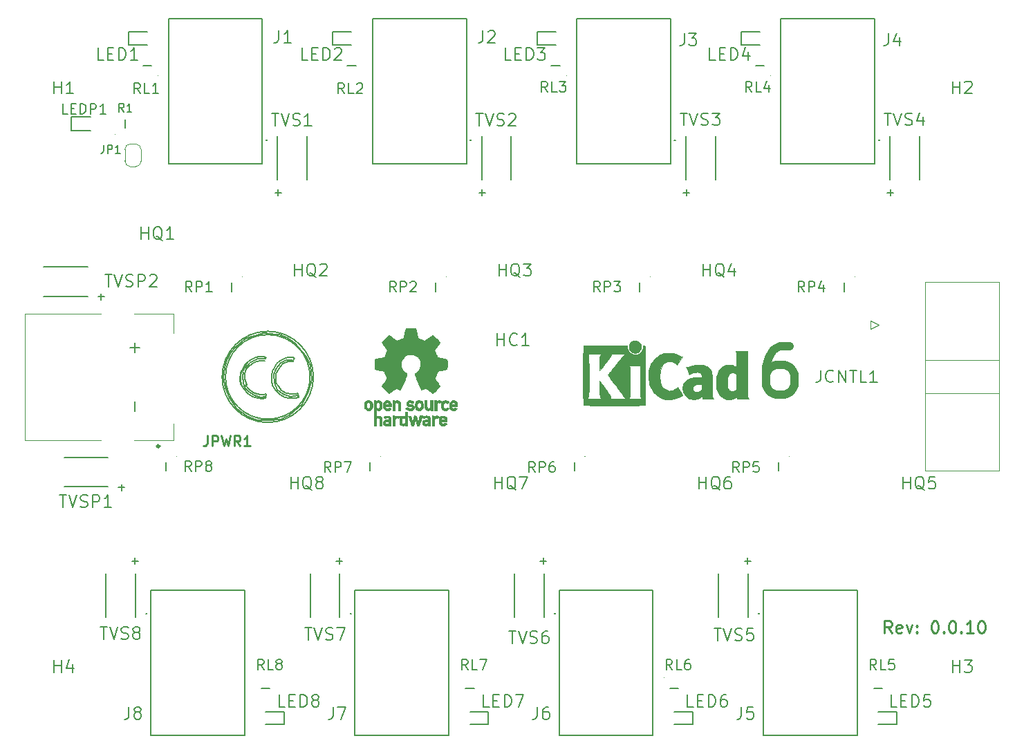
<source format=gbr>
G04 #@! TF.GenerationSoftware,KiCad,Pcbnew,(6.0.5)*
G04 #@! TF.CreationDate,2022-07-13T14:18:21-07:00*
G04 #@! TF.ProjectId,solid_state_relays_24v,736f6c69-645f-4737-9461-74655f72656c,0.0.10*
G04 #@! TF.SameCoordinates,PX2faf080PY8583b00*
G04 #@! TF.FileFunction,Legend,Top*
G04 #@! TF.FilePolarity,Positive*
%FSLAX46Y46*%
G04 Gerber Fmt 4.6, Leading zero omitted, Abs format (unit mm)*
G04 Created by KiCad (PCBNEW (6.0.5)) date 2022-07-13 14:18:21*
%MOMM*%
%LPD*%
G01*
G04 APERTURE LIST*
%ADD10C,0.150000*%
%ADD11C,0.250000*%
%ADD12C,0.254000*%
%ADD13C,1.000000*%
%ADD14C,0.200000*%
%ADD15C,0.113500*%
%ADD16C,0.120000*%
%ADD17C,0.100000*%
%ADD18C,0.300000*%
%ADD19C,0.010000*%
G04 APERTURE END LIST*
D10*
X38369047Y22428572D02*
X39130952Y22428572D01*
X38750000Y22047620D02*
X38750000Y22809524D01*
D11*
X106400000Y13621429D02*
X105900000Y14335715D01*
X105542857Y13621429D02*
X105542857Y15121429D01*
X106114285Y15121429D01*
X106257142Y15050000D01*
X106328571Y14978572D01*
X106400000Y14835715D01*
X106400000Y14621429D01*
X106328571Y14478572D01*
X106257142Y14407143D01*
X106114285Y14335715D01*
X105542857Y14335715D01*
X107614285Y13692858D02*
X107471428Y13621429D01*
X107185714Y13621429D01*
X107042857Y13692858D01*
X106971428Y13835715D01*
X106971428Y14407143D01*
X107042857Y14550000D01*
X107185714Y14621429D01*
X107471428Y14621429D01*
X107614285Y14550000D01*
X107685714Y14407143D01*
X107685714Y14264286D01*
X106971428Y14121429D01*
X108185714Y14621429D02*
X108542857Y13621429D01*
X108900000Y14621429D01*
X109471428Y13764286D02*
X109542857Y13692858D01*
X109471428Y13621429D01*
X109400000Y13692858D01*
X109471428Y13764286D01*
X109471428Y13621429D01*
X109471428Y14550000D02*
X109542857Y14478572D01*
X109471428Y14407143D01*
X109400000Y14478572D01*
X109471428Y14550000D01*
X109471428Y14407143D01*
X111614285Y15121429D02*
X111757142Y15121429D01*
X111900000Y15050000D01*
X111971428Y14978572D01*
X112042857Y14835715D01*
X112114285Y14550000D01*
X112114285Y14192858D01*
X112042857Y13907143D01*
X111971428Y13764286D01*
X111900000Y13692858D01*
X111757142Y13621429D01*
X111614285Y13621429D01*
X111471428Y13692858D01*
X111400000Y13764286D01*
X111328571Y13907143D01*
X111257142Y14192858D01*
X111257142Y14550000D01*
X111328571Y14835715D01*
X111400000Y14978572D01*
X111471428Y15050000D01*
X111614285Y15121429D01*
X112757142Y13764286D02*
X112828571Y13692858D01*
X112757142Y13621429D01*
X112685714Y13692858D01*
X112757142Y13764286D01*
X112757142Y13621429D01*
X113757142Y15121429D02*
X113900000Y15121429D01*
X114042857Y15050000D01*
X114114285Y14978572D01*
X114185714Y14835715D01*
X114257142Y14550000D01*
X114257142Y14192858D01*
X114185714Y13907143D01*
X114114285Y13764286D01*
X114042857Y13692858D01*
X113900000Y13621429D01*
X113757142Y13621429D01*
X113614285Y13692858D01*
X113542857Y13764286D01*
X113471428Y13907143D01*
X113400000Y14192858D01*
X113400000Y14550000D01*
X113471428Y14835715D01*
X113542857Y14978572D01*
X113614285Y15050000D01*
X113757142Y15121429D01*
X114900000Y13764286D02*
X114971428Y13692858D01*
X114900000Y13621429D01*
X114828571Y13692858D01*
X114900000Y13764286D01*
X114900000Y13621429D01*
X116400000Y13621429D02*
X115542857Y13621429D01*
X115971428Y13621429D02*
X115971428Y15121429D01*
X115828571Y14907143D01*
X115685714Y14764286D01*
X115542857Y14692858D01*
X117328571Y15121429D02*
X117471428Y15121429D01*
X117614285Y15050000D01*
X117685714Y14978572D01*
X117757142Y14835715D01*
X117828571Y14550000D01*
X117828571Y14192858D01*
X117757142Y13907143D01*
X117685714Y13764286D01*
X117614285Y13692858D01*
X117471428Y13621429D01*
X117328571Y13621429D01*
X117185714Y13692858D01*
X117114285Y13764286D01*
X117042857Y13907143D01*
X116971428Y14192858D01*
X116971428Y14550000D01*
X117042857Y14835715D01*
X117114285Y14978572D01*
X117185714Y15050000D01*
X117328571Y15121429D01*
D10*
X81630952Y67571429D02*
X80869047Y67571429D01*
X81250000Y67952381D02*
X81250000Y67190477D01*
X56630952Y67571429D02*
X55869047Y67571429D01*
X56250000Y67952381D02*
X56250000Y67190477D01*
X63369047Y22428572D02*
X64130952Y22428572D01*
X63750000Y22047620D02*
X63750000Y22809524D01*
X13369047Y22428572D02*
X14130952Y22428572D01*
X13750000Y22047620D02*
X13750000Y22809524D01*
X88369047Y22428572D02*
X89130952Y22428572D01*
X88750000Y22047620D02*
X88750000Y22809524D01*
X106630952Y67571429D02*
X105869047Y67571429D01*
X106250000Y67952381D02*
X106250000Y67190477D01*
X11719047Y31478572D02*
X12480952Y31478572D01*
X12100000Y31097620D02*
X12100000Y31859524D01*
X31630952Y67571429D02*
X30869047Y67571429D01*
X31250000Y67952381D02*
X31250000Y67190477D01*
X9219047Y54828572D02*
X9980952Y54828572D01*
X9600000Y54447620D02*
X9600000Y55209524D01*
G04 #@! TO.C,H1*
X3857142Y79721429D02*
X3857142Y81221429D01*
X3857142Y80507143D02*
X4714285Y80507143D01*
X4714285Y79721429D02*
X4714285Y81221429D01*
X6214285Y79721429D02*
X5357142Y79721429D01*
X5785714Y79721429D02*
X5785714Y81221429D01*
X5642857Y81007143D01*
X5500000Y80864286D01*
X5357142Y80792858D01*
G04 #@! TO.C,RP4*
X95703333Y55425477D02*
X95280000Y56030239D01*
X94977619Y55425477D02*
X94977619Y56695477D01*
X95461428Y56695477D01*
X95582380Y56635000D01*
X95642857Y56574524D01*
X95703333Y56453572D01*
X95703333Y56272143D01*
X95642857Y56151191D01*
X95582380Y56090715D01*
X95461428Y56030239D01*
X94977619Y56030239D01*
X96247619Y55425477D02*
X96247619Y56695477D01*
X96731428Y56695477D01*
X96852380Y56635000D01*
X96912857Y56574524D01*
X96973333Y56453572D01*
X96973333Y56272143D01*
X96912857Y56151191D01*
X96852380Y56090715D01*
X96731428Y56030239D01*
X96247619Y56030239D01*
X98061904Y56272143D02*
X98061904Y55425477D01*
X97759523Y56755953D02*
X97457142Y55848810D01*
X98243333Y55848810D01*
G04 #@! TO.C,TVS1*
X30500000Y77271429D02*
X31357142Y77271429D01*
X30928571Y75771429D02*
X30928571Y77271429D01*
X31642857Y77271429D02*
X32142857Y75771429D01*
X32642857Y77271429D01*
X33071428Y75842858D02*
X33285714Y75771429D01*
X33642857Y75771429D01*
X33785714Y75842858D01*
X33857142Y75914286D01*
X33928571Y76057143D01*
X33928571Y76200000D01*
X33857142Y76342858D01*
X33785714Y76414286D01*
X33642857Y76485715D01*
X33357142Y76557143D01*
X33214285Y76628572D01*
X33142857Y76700000D01*
X33071428Y76842858D01*
X33071428Y76985715D01*
X33142857Y77128572D01*
X33214285Y77200000D01*
X33357142Y77271429D01*
X33714285Y77271429D01*
X33928571Y77200000D01*
X35357142Y75771429D02*
X34500000Y75771429D01*
X34928571Y75771429D02*
X34928571Y77271429D01*
X34785714Y77057143D01*
X34642857Y76914286D01*
X34500000Y76842858D01*
G04 #@! TO.C,H4*
X3857142Y8821429D02*
X3857142Y10321429D01*
X3857142Y9607143D02*
X4714285Y9607143D01*
X4714285Y8821429D02*
X4714285Y10321429D01*
X6071428Y9821429D02*
X6071428Y8821429D01*
X5714285Y10392858D02*
X5357142Y9321429D01*
X6285714Y9321429D01*
G04 #@! TO.C,RP1*
X20703333Y55425477D02*
X20280000Y56030239D01*
X19977619Y55425477D02*
X19977619Y56695477D01*
X20461428Y56695477D01*
X20582380Y56635000D01*
X20642857Y56574524D01*
X20703333Y56453572D01*
X20703333Y56272143D01*
X20642857Y56151191D01*
X20582380Y56090715D01*
X20461428Y56030239D01*
X19977619Y56030239D01*
X21247619Y55425477D02*
X21247619Y56695477D01*
X21731428Y56695477D01*
X21852380Y56635000D01*
X21912857Y56574524D01*
X21973333Y56453572D01*
X21973333Y56272143D01*
X21912857Y56151191D01*
X21852380Y56090715D01*
X21731428Y56030239D01*
X21247619Y56030239D01*
X23182857Y55425477D02*
X22457142Y55425477D01*
X22820000Y55425477D02*
X22820000Y56695477D01*
X22699047Y56514048D01*
X22578095Y56393096D01*
X22457142Y56332620D01*
G04 #@! TO.C,TVS5*
X84650000Y14171429D02*
X85507142Y14171429D01*
X85078571Y12671429D02*
X85078571Y14171429D01*
X85792857Y14171429D02*
X86292857Y12671429D01*
X86792857Y14171429D01*
X87221428Y12742858D02*
X87435714Y12671429D01*
X87792857Y12671429D01*
X87935714Y12742858D01*
X88007142Y12814286D01*
X88078571Y12957143D01*
X88078571Y13100000D01*
X88007142Y13242858D01*
X87935714Y13314286D01*
X87792857Y13385715D01*
X87507142Y13457143D01*
X87364285Y13528572D01*
X87292857Y13600000D01*
X87221428Y13742858D01*
X87221428Y13885715D01*
X87292857Y14028572D01*
X87364285Y14100000D01*
X87507142Y14171429D01*
X87864285Y14171429D01*
X88078571Y14100000D01*
X89435714Y14171429D02*
X88721428Y14171429D01*
X88650000Y13457143D01*
X88721428Y13528572D01*
X88864285Y13600000D01*
X89221428Y13600000D01*
X89364285Y13528572D01*
X89435714Y13457143D01*
X89507142Y13314286D01*
X89507142Y12957143D01*
X89435714Y12814286D01*
X89364285Y12742858D01*
X89221428Y12671429D01*
X88864285Y12671429D01*
X88721428Y12742858D01*
X88650000Y12814286D01*
G04 #@! TO.C,RP5*
X87703333Y33325477D02*
X87280000Y33930239D01*
X86977619Y33325477D02*
X86977619Y34595477D01*
X87461428Y34595477D01*
X87582380Y34535000D01*
X87642857Y34474524D01*
X87703333Y34353572D01*
X87703333Y34172143D01*
X87642857Y34051191D01*
X87582380Y33990715D01*
X87461428Y33930239D01*
X86977619Y33930239D01*
X88247619Y33325477D02*
X88247619Y34595477D01*
X88731428Y34595477D01*
X88852380Y34535000D01*
X88912857Y34474524D01*
X88973333Y34353572D01*
X88973333Y34172143D01*
X88912857Y34051191D01*
X88852380Y33990715D01*
X88731428Y33930239D01*
X88247619Y33930239D01*
X90122380Y34595477D02*
X89517619Y34595477D01*
X89457142Y33990715D01*
X89517619Y34051191D01*
X89638571Y34111667D01*
X89940952Y34111667D01*
X90061904Y34051191D01*
X90122380Y33990715D01*
X90182857Y33869762D01*
X90182857Y33567381D01*
X90122380Y33446429D01*
X90061904Y33385953D01*
X89940952Y33325477D01*
X89638571Y33325477D01*
X89517619Y33385953D01*
X89457142Y33446429D01*
G04 #@! TO.C,HQ2*
X33321428Y57361429D02*
X33321428Y58861429D01*
X33321428Y58147143D02*
X34178571Y58147143D01*
X34178571Y57361429D02*
X34178571Y58861429D01*
X35892857Y57218572D02*
X35750000Y57290000D01*
X35607142Y57432858D01*
X35392857Y57647143D01*
X35250000Y57718572D01*
X35107142Y57718572D01*
X35178571Y57361429D02*
X35035714Y57432858D01*
X34892857Y57575715D01*
X34821428Y57861429D01*
X34821428Y58361429D01*
X34892857Y58647143D01*
X35035714Y58790000D01*
X35178571Y58861429D01*
X35464285Y58861429D01*
X35607142Y58790000D01*
X35750000Y58647143D01*
X35821428Y58361429D01*
X35821428Y57861429D01*
X35750000Y57575715D01*
X35607142Y57432858D01*
X35464285Y57361429D01*
X35178571Y57361429D01*
X36392857Y58718572D02*
X36464285Y58790000D01*
X36607142Y58861429D01*
X36964285Y58861429D01*
X37107142Y58790000D01*
X37178571Y58718572D01*
X37250000Y58575715D01*
X37250000Y58432858D01*
X37178571Y58218572D01*
X36321428Y57361429D01*
X37250000Y57361429D01*
G04 #@! TO.C,TVS2*
X55500000Y77271429D02*
X56357142Y77271429D01*
X55928571Y75771429D02*
X55928571Y77271429D01*
X56642857Y77271429D02*
X57142857Y75771429D01*
X57642857Y77271429D01*
X58071428Y75842858D02*
X58285714Y75771429D01*
X58642857Y75771429D01*
X58785714Y75842858D01*
X58857142Y75914286D01*
X58928571Y76057143D01*
X58928571Y76200000D01*
X58857142Y76342858D01*
X58785714Y76414286D01*
X58642857Y76485715D01*
X58357142Y76557143D01*
X58214285Y76628572D01*
X58142857Y76700000D01*
X58071428Y76842858D01*
X58071428Y76985715D01*
X58142857Y77128572D01*
X58214285Y77200000D01*
X58357142Y77271429D01*
X58714285Y77271429D01*
X58928571Y77200000D01*
X59500000Y77128572D02*
X59571428Y77200000D01*
X59714285Y77271429D01*
X60071428Y77271429D01*
X60214285Y77200000D01*
X60285714Y77128572D01*
X60357142Y76985715D01*
X60357142Y76842858D01*
X60285714Y76628572D01*
X59428571Y75771429D01*
X60357142Y75771429D01*
G04 #@! TO.C,JP1*
X9916666Y73397620D02*
X9916666Y72683334D01*
X9869047Y72540477D01*
X9773809Y72445239D01*
X9630952Y72397620D01*
X9535714Y72397620D01*
X10392857Y72397620D02*
X10392857Y73397620D01*
X10773809Y73397620D01*
X10869047Y73350000D01*
X10916666Y73302381D01*
X10964285Y73207143D01*
X10964285Y73064286D01*
X10916666Y72969048D01*
X10869047Y72921429D01*
X10773809Y72873810D01*
X10392857Y72873810D01*
X11916666Y72397620D02*
X11345238Y72397620D01*
X11630952Y72397620D02*
X11630952Y73397620D01*
X11535714Y73254762D01*
X11440476Y73159524D01*
X11345238Y73111905D01*
G04 #@! TO.C,RP6*
X62703333Y33325477D02*
X62280000Y33930239D01*
X61977619Y33325477D02*
X61977619Y34595477D01*
X62461428Y34595477D01*
X62582380Y34535000D01*
X62642857Y34474524D01*
X62703333Y34353572D01*
X62703333Y34172143D01*
X62642857Y34051191D01*
X62582380Y33990715D01*
X62461428Y33930239D01*
X61977619Y33930239D01*
X63247619Y33325477D02*
X63247619Y34595477D01*
X63731428Y34595477D01*
X63852380Y34535000D01*
X63912857Y34474524D01*
X63973333Y34353572D01*
X63973333Y34172143D01*
X63912857Y34051191D01*
X63852380Y33990715D01*
X63731428Y33930239D01*
X63247619Y33930239D01*
X65061904Y34595477D02*
X64820000Y34595477D01*
X64699047Y34535000D01*
X64638571Y34474524D01*
X64517619Y34293096D01*
X64457142Y34051191D01*
X64457142Y33567381D01*
X64517619Y33446429D01*
X64578095Y33385953D01*
X64699047Y33325477D01*
X64940952Y33325477D01*
X65061904Y33385953D01*
X65122380Y33446429D01*
X65182857Y33567381D01*
X65182857Y33869762D01*
X65122380Y33990715D01*
X65061904Y34051191D01*
X64940952Y34111667D01*
X64699047Y34111667D01*
X64578095Y34051191D01*
X64517619Y33990715D01*
X64457142Y33869762D01*
G04 #@! TO.C,H2*
X113857142Y79721429D02*
X113857142Y81221429D01*
X113857142Y80507143D02*
X114714285Y80507143D01*
X114714285Y79721429D02*
X114714285Y81221429D01*
X115357142Y81078572D02*
X115428571Y81150000D01*
X115571428Y81221429D01*
X115928571Y81221429D01*
X116071428Y81150000D01*
X116142857Y81078572D01*
X116214285Y80935715D01*
X116214285Y80792858D01*
X116142857Y80578572D01*
X115285714Y79721429D01*
X116214285Y79721429D01*
G04 #@! TO.C,HQ1*
X14521428Y61871429D02*
X14521428Y63371429D01*
X14521428Y62657143D02*
X15378571Y62657143D01*
X15378571Y61871429D02*
X15378571Y63371429D01*
X17092857Y61728572D02*
X16950000Y61800000D01*
X16807142Y61942858D01*
X16592857Y62157143D01*
X16450000Y62228572D01*
X16307142Y62228572D01*
X16378571Y61871429D02*
X16235714Y61942858D01*
X16092857Y62085715D01*
X16021428Y62371429D01*
X16021428Y62871429D01*
X16092857Y63157143D01*
X16235714Y63300000D01*
X16378571Y63371429D01*
X16664285Y63371429D01*
X16807142Y63300000D01*
X16950000Y63157143D01*
X17021428Y62871429D01*
X17021428Y62371429D01*
X16950000Y62085715D01*
X16807142Y61942858D01*
X16664285Y61871429D01*
X16378571Y61871429D01*
X18450000Y61871429D02*
X17592857Y61871429D01*
X18021428Y61871429D02*
X18021428Y63371429D01*
X17878571Y63157143D01*
X17735714Y63014286D01*
X17592857Y62942858D01*
G04 #@! TO.C,RP2*
X45703333Y55425477D02*
X45280000Y56030239D01*
X44977619Y55425477D02*
X44977619Y56695477D01*
X45461428Y56695477D01*
X45582380Y56635000D01*
X45642857Y56574524D01*
X45703333Y56453572D01*
X45703333Y56272143D01*
X45642857Y56151191D01*
X45582380Y56090715D01*
X45461428Y56030239D01*
X44977619Y56030239D01*
X46247619Y55425477D02*
X46247619Y56695477D01*
X46731428Y56695477D01*
X46852380Y56635000D01*
X46912857Y56574524D01*
X46973333Y56453572D01*
X46973333Y56272143D01*
X46912857Y56151191D01*
X46852380Y56090715D01*
X46731428Y56030239D01*
X46247619Y56030239D01*
X47457142Y56574524D02*
X47517619Y56635000D01*
X47638571Y56695477D01*
X47940952Y56695477D01*
X48061904Y56635000D01*
X48122380Y56574524D01*
X48182857Y56453572D01*
X48182857Y56332620D01*
X48122380Y56151191D01*
X47396666Y55425477D01*
X48182857Y55425477D01*
G04 #@! TO.C,TVS8*
X9500000Y14371429D02*
X10357142Y14371429D01*
X9928571Y12871429D02*
X9928571Y14371429D01*
X10642857Y14371429D02*
X11142857Y12871429D01*
X11642857Y14371429D01*
X12071428Y12942858D02*
X12285714Y12871429D01*
X12642857Y12871429D01*
X12785714Y12942858D01*
X12857142Y13014286D01*
X12928571Y13157143D01*
X12928571Y13300000D01*
X12857142Y13442858D01*
X12785714Y13514286D01*
X12642857Y13585715D01*
X12357142Y13657143D01*
X12214285Y13728572D01*
X12142857Y13800000D01*
X12071428Y13942858D01*
X12071428Y14085715D01*
X12142857Y14228572D01*
X12214285Y14300000D01*
X12357142Y14371429D01*
X12714285Y14371429D01*
X12928571Y14300000D01*
X13785714Y13728572D02*
X13642857Y13800000D01*
X13571428Y13871429D01*
X13500000Y14014286D01*
X13500000Y14085715D01*
X13571428Y14228572D01*
X13642857Y14300000D01*
X13785714Y14371429D01*
X14071428Y14371429D01*
X14214285Y14300000D01*
X14285714Y14228572D01*
X14357142Y14085715D01*
X14357142Y14014286D01*
X14285714Y13871429D01*
X14214285Y13800000D01*
X14071428Y13728572D01*
X13785714Y13728572D01*
X13642857Y13657143D01*
X13571428Y13585715D01*
X13500000Y13442858D01*
X13500000Y13157143D01*
X13571428Y13014286D01*
X13642857Y12942858D01*
X13785714Y12871429D01*
X14071428Y12871429D01*
X14214285Y12942858D01*
X14285714Y13014286D01*
X14357142Y13157143D01*
X14357142Y13442858D01*
X14285714Y13585715D01*
X14214285Y13657143D01*
X14071428Y13728572D01*
G04 #@! TO.C,RL6*
X79524285Y9125477D02*
X79100952Y9730239D01*
X78798571Y9125477D02*
X78798571Y10395477D01*
X79282380Y10395477D01*
X79403333Y10335000D01*
X79463809Y10274524D01*
X79524285Y10153572D01*
X79524285Y9972143D01*
X79463809Y9851191D01*
X79403333Y9790715D01*
X79282380Y9730239D01*
X78798571Y9730239D01*
X80673333Y9125477D02*
X80068571Y9125477D01*
X80068571Y10395477D01*
X81640952Y10395477D02*
X81399047Y10395477D01*
X81278095Y10335000D01*
X81217619Y10274524D01*
X81096666Y10093096D01*
X81036190Y9851191D01*
X81036190Y9367381D01*
X81096666Y9246429D01*
X81157142Y9185953D01*
X81278095Y9125477D01*
X81520000Y9125477D01*
X81640952Y9185953D01*
X81701428Y9246429D01*
X81761904Y9367381D01*
X81761904Y9669762D01*
X81701428Y9790715D01*
X81640952Y9851191D01*
X81520000Y9911667D01*
X81278095Y9911667D01*
X81157142Y9851191D01*
X81096666Y9790715D01*
X81036190Y9669762D01*
G04 #@! TO.C,J2*
X56350000Y87421429D02*
X56350000Y86350000D01*
X56278571Y86135715D01*
X56135714Y85992858D01*
X55921428Y85921429D01*
X55778571Y85921429D01*
X56992857Y87278572D02*
X57064285Y87350000D01*
X57207142Y87421429D01*
X57564285Y87421429D01*
X57707142Y87350000D01*
X57778571Y87278572D01*
X57850000Y87135715D01*
X57850000Y86992858D01*
X57778571Y86778572D01*
X56921428Y85921429D01*
X57850000Y85921429D01*
G04 #@! TO.C,TVS3*
X80500000Y77321429D02*
X81357142Y77321429D01*
X80928571Y75821429D02*
X80928571Y77321429D01*
X81642857Y77321429D02*
X82142857Y75821429D01*
X82642857Y77321429D01*
X83071428Y75892858D02*
X83285714Y75821429D01*
X83642857Y75821429D01*
X83785714Y75892858D01*
X83857142Y75964286D01*
X83928571Y76107143D01*
X83928571Y76250000D01*
X83857142Y76392858D01*
X83785714Y76464286D01*
X83642857Y76535715D01*
X83357142Y76607143D01*
X83214285Y76678572D01*
X83142857Y76750000D01*
X83071428Y76892858D01*
X83071428Y77035715D01*
X83142857Y77178572D01*
X83214285Y77250000D01*
X83357142Y77321429D01*
X83714285Y77321429D01*
X83928571Y77250000D01*
X84428571Y77321429D02*
X85357142Y77321429D01*
X84857142Y76750000D01*
X85071428Y76750000D01*
X85214285Y76678572D01*
X85285714Y76607143D01*
X85357142Y76464286D01*
X85357142Y76107143D01*
X85285714Y75964286D01*
X85214285Y75892858D01*
X85071428Y75821429D01*
X84642857Y75821429D01*
X84500000Y75892858D01*
X84428571Y75964286D01*
G04 #@! TO.C,LED7*
X57121428Y4571429D02*
X56407142Y4571429D01*
X56407142Y6071429D01*
X57621428Y5357143D02*
X58121428Y5357143D01*
X58335714Y4571429D02*
X57621428Y4571429D01*
X57621428Y6071429D01*
X58335714Y6071429D01*
X58978571Y4571429D02*
X58978571Y6071429D01*
X59335714Y6071429D01*
X59550000Y6000000D01*
X59692857Y5857143D01*
X59764285Y5714286D01*
X59835714Y5428572D01*
X59835714Y5214286D01*
X59764285Y4928572D01*
X59692857Y4785715D01*
X59550000Y4642858D01*
X59335714Y4571429D01*
X58978571Y4571429D01*
X60335714Y6071429D02*
X61335714Y6071429D01*
X60692857Y4571429D01*
G04 #@! TO.C,H3*
X113857142Y8821429D02*
X113857142Y10321429D01*
X113857142Y9607143D02*
X114714285Y9607143D01*
X114714285Y8821429D02*
X114714285Y10321429D01*
X115285714Y10321429D02*
X116214285Y10321429D01*
X115714285Y9750000D01*
X115928571Y9750000D01*
X116071428Y9678572D01*
X116142857Y9607143D01*
X116214285Y9464286D01*
X116214285Y9107143D01*
X116142857Y8964286D01*
X116071428Y8892858D01*
X115928571Y8821429D01*
X115500000Y8821429D01*
X115357142Y8892858D01*
X115285714Y8964286D01*
G04 #@! TO.C,J1*
X31350000Y87421429D02*
X31350000Y86350000D01*
X31278571Y86135715D01*
X31135714Y85992858D01*
X30921428Y85921429D01*
X30778571Y85921429D01*
X32850000Y85921429D02*
X31992857Y85921429D01*
X32421428Y85921429D02*
X32421428Y87421429D01*
X32278571Y87207143D01*
X32135714Y87064286D01*
X31992857Y86992858D01*
G04 #@! TO.C,RL4*
X89274285Y79925477D02*
X88850952Y80530239D01*
X88548571Y79925477D02*
X88548571Y81195477D01*
X89032380Y81195477D01*
X89153333Y81135000D01*
X89213809Y81074524D01*
X89274285Y80953572D01*
X89274285Y80772143D01*
X89213809Y80651191D01*
X89153333Y80590715D01*
X89032380Y80530239D01*
X88548571Y80530239D01*
X90423333Y79925477D02*
X89818571Y79925477D01*
X89818571Y81195477D01*
X91390952Y80772143D02*
X91390952Y79925477D01*
X91088571Y81255953D02*
X90786190Y80348810D01*
X91572380Y80348810D01*
G04 #@! TO.C,HQ7*
X57821428Y31281429D02*
X57821428Y32781429D01*
X57821428Y32067143D02*
X58678571Y32067143D01*
X58678571Y31281429D02*
X58678571Y32781429D01*
X60392857Y31138572D02*
X60250000Y31210000D01*
X60107142Y31352858D01*
X59892857Y31567143D01*
X59750000Y31638572D01*
X59607142Y31638572D01*
X59678571Y31281429D02*
X59535714Y31352858D01*
X59392857Y31495715D01*
X59321428Y31781429D01*
X59321428Y32281429D01*
X59392857Y32567143D01*
X59535714Y32710000D01*
X59678571Y32781429D01*
X59964285Y32781429D01*
X60107142Y32710000D01*
X60250000Y32567143D01*
X60321428Y32281429D01*
X60321428Y31781429D01*
X60250000Y31495715D01*
X60107142Y31352858D01*
X59964285Y31281429D01*
X59678571Y31281429D01*
X60821428Y32781429D02*
X61821428Y32781429D01*
X61178571Y31281429D01*
G04 #@! TO.C,J6*
X63000000Y4571429D02*
X63000000Y3500000D01*
X62928571Y3285715D01*
X62785714Y3142858D01*
X62571428Y3071429D01*
X62428571Y3071429D01*
X64357142Y4571429D02*
X64071428Y4571429D01*
X63928571Y4500000D01*
X63857142Y4428572D01*
X63714285Y4214286D01*
X63642857Y3928572D01*
X63642857Y3357143D01*
X63714285Y3214286D01*
X63785714Y3142858D01*
X63928571Y3071429D01*
X64214285Y3071429D01*
X64357142Y3142858D01*
X64428571Y3214286D01*
X64500000Y3357143D01*
X64500000Y3714286D01*
X64428571Y3857143D01*
X64357142Y3928572D01*
X64214285Y4000000D01*
X63928571Y4000000D01*
X63785714Y3928572D01*
X63714285Y3857143D01*
X63642857Y3714286D01*
G04 #@! TO.C,RL7*
X54524285Y9125477D02*
X54100952Y9730239D01*
X53798571Y9125477D02*
X53798571Y10395477D01*
X54282380Y10395477D01*
X54403333Y10335000D01*
X54463809Y10274524D01*
X54524285Y10153572D01*
X54524285Y9972143D01*
X54463809Y9851191D01*
X54403333Y9790715D01*
X54282380Y9730239D01*
X53798571Y9730239D01*
X55673333Y9125477D02*
X55068571Y9125477D01*
X55068571Y10395477D01*
X55975714Y10395477D02*
X56822380Y10395477D01*
X56278095Y9125477D01*
G04 #@! TO.C,TVS6*
X59550000Y13871429D02*
X60407142Y13871429D01*
X59978571Y12371429D02*
X59978571Y13871429D01*
X60692857Y13871429D02*
X61192857Y12371429D01*
X61692857Y13871429D01*
X62121428Y12442858D02*
X62335714Y12371429D01*
X62692857Y12371429D01*
X62835714Y12442858D01*
X62907142Y12514286D01*
X62978571Y12657143D01*
X62978571Y12800000D01*
X62907142Y12942858D01*
X62835714Y13014286D01*
X62692857Y13085715D01*
X62407142Y13157143D01*
X62264285Y13228572D01*
X62192857Y13300000D01*
X62121428Y13442858D01*
X62121428Y13585715D01*
X62192857Y13728572D01*
X62264285Y13800000D01*
X62407142Y13871429D01*
X62764285Y13871429D01*
X62978571Y13800000D01*
X64264285Y13871429D02*
X63978571Y13871429D01*
X63835714Y13800000D01*
X63764285Y13728572D01*
X63621428Y13514286D01*
X63550000Y13228572D01*
X63550000Y12657143D01*
X63621428Y12514286D01*
X63692857Y12442858D01*
X63835714Y12371429D01*
X64121428Y12371429D01*
X64264285Y12442858D01*
X64335714Y12514286D01*
X64407142Y12657143D01*
X64407142Y13014286D01*
X64335714Y13157143D01*
X64264285Y13228572D01*
X64121428Y13300000D01*
X63835714Y13300000D01*
X63692857Y13228572D01*
X63621428Y13157143D01*
X63550000Y13014286D01*
G04 #@! TO.C,RL5*
X104524285Y9125477D02*
X104100952Y9730239D01*
X103798571Y9125477D02*
X103798571Y10395477D01*
X104282380Y10395477D01*
X104403333Y10335000D01*
X104463809Y10274524D01*
X104524285Y10153572D01*
X104524285Y9972143D01*
X104463809Y9851191D01*
X104403333Y9790715D01*
X104282380Y9730239D01*
X103798571Y9730239D01*
X105673333Y9125477D02*
X105068571Y9125477D01*
X105068571Y10395477D01*
X106701428Y10395477D02*
X106096666Y10395477D01*
X106036190Y9790715D01*
X106096666Y9851191D01*
X106217619Y9911667D01*
X106520000Y9911667D01*
X106640952Y9851191D01*
X106701428Y9790715D01*
X106761904Y9669762D01*
X106761904Y9367381D01*
X106701428Y9246429D01*
X106640952Y9185953D01*
X106520000Y9125477D01*
X106217619Y9125477D01*
X106096666Y9185953D01*
X106036190Y9246429D01*
G04 #@! TO.C,LED3*
X59821428Y83821429D02*
X59107142Y83821429D01*
X59107142Y85321429D01*
X60321428Y84607143D02*
X60821428Y84607143D01*
X61035714Y83821429D02*
X60321428Y83821429D01*
X60321428Y85321429D01*
X61035714Y85321429D01*
X61678571Y83821429D02*
X61678571Y85321429D01*
X62035714Y85321429D01*
X62250000Y85250000D01*
X62392857Y85107143D01*
X62464285Y84964286D01*
X62535714Y84678572D01*
X62535714Y84464286D01*
X62464285Y84178572D01*
X62392857Y84035715D01*
X62250000Y83892858D01*
X62035714Y83821429D01*
X61678571Y83821429D01*
X63035714Y85321429D02*
X63964285Y85321429D01*
X63464285Y84750000D01*
X63678571Y84750000D01*
X63821428Y84678572D01*
X63892857Y84607143D01*
X63964285Y84464286D01*
X63964285Y84107143D01*
X63892857Y83964286D01*
X63821428Y83892858D01*
X63678571Y83821429D01*
X63250000Y83821429D01*
X63107142Y83892858D01*
X63035714Y83964286D01*
G04 #@! TO.C,LED5*
X107021428Y4571429D02*
X106307142Y4571429D01*
X106307142Y6071429D01*
X107521428Y5357143D02*
X108021428Y5357143D01*
X108235714Y4571429D02*
X107521428Y4571429D01*
X107521428Y6071429D01*
X108235714Y6071429D01*
X108878571Y4571429D02*
X108878571Y6071429D01*
X109235714Y6071429D01*
X109450000Y6000000D01*
X109592857Y5857143D01*
X109664285Y5714286D01*
X109735714Y5428572D01*
X109735714Y5214286D01*
X109664285Y4928572D01*
X109592857Y4785715D01*
X109450000Y4642858D01*
X109235714Y4571429D01*
X108878571Y4571429D01*
X111092857Y6071429D02*
X110378571Y6071429D01*
X110307142Y5357143D01*
X110378571Y5428572D01*
X110521428Y5500000D01*
X110878571Y5500000D01*
X111021428Y5428572D01*
X111092857Y5357143D01*
X111164285Y5214286D01*
X111164285Y4857143D01*
X111092857Y4714286D01*
X111021428Y4642858D01*
X110878571Y4571429D01*
X110521428Y4571429D01*
X110378571Y4642858D01*
X110307142Y4714286D01*
G04 #@! TO.C,J4*
X106000000Y87071429D02*
X106000000Y86000000D01*
X105928571Y85785715D01*
X105785714Y85642858D01*
X105571428Y85571429D01*
X105428571Y85571429D01*
X107357142Y86571429D02*
X107357142Y85571429D01*
X107000000Y87142858D02*
X106642857Y86071429D01*
X107571428Y86071429D01*
G04 #@! TO.C,RP3*
X70703333Y55425477D02*
X70280000Y56030239D01*
X69977619Y55425477D02*
X69977619Y56695477D01*
X70461428Y56695477D01*
X70582380Y56635000D01*
X70642857Y56574524D01*
X70703333Y56453572D01*
X70703333Y56272143D01*
X70642857Y56151191D01*
X70582380Y56090715D01*
X70461428Y56030239D01*
X69977619Y56030239D01*
X71247619Y55425477D02*
X71247619Y56695477D01*
X71731428Y56695477D01*
X71852380Y56635000D01*
X71912857Y56574524D01*
X71973333Y56453572D01*
X71973333Y56272143D01*
X71912857Y56151191D01*
X71852380Y56090715D01*
X71731428Y56030239D01*
X71247619Y56030239D01*
X72396666Y56695477D02*
X73182857Y56695477D01*
X72759523Y56211667D01*
X72940952Y56211667D01*
X73061904Y56151191D01*
X73122380Y56090715D01*
X73182857Y55969762D01*
X73182857Y55667381D01*
X73122380Y55546429D01*
X73061904Y55485953D01*
X72940952Y55425477D01*
X72578095Y55425477D01*
X72457142Y55485953D01*
X72396666Y55546429D01*
G04 #@! TO.C,J3*
X81000000Y87071429D02*
X81000000Y86000000D01*
X80928571Y85785715D01*
X80785714Y85642858D01*
X80571428Y85571429D01*
X80428571Y85571429D01*
X81571428Y87071429D02*
X82500000Y87071429D01*
X82000000Y86500000D01*
X82214285Y86500000D01*
X82357142Y86428572D01*
X82428571Y86357143D01*
X82500000Y86214286D01*
X82500000Y85857143D01*
X82428571Y85714286D01*
X82357142Y85642858D01*
X82214285Y85571429D01*
X81785714Y85571429D01*
X81642857Y85642858D01*
X81571428Y85714286D01*
G04 #@! TO.C,RP7*
X37703333Y33325477D02*
X37280000Y33930239D01*
X36977619Y33325477D02*
X36977619Y34595477D01*
X37461428Y34595477D01*
X37582380Y34535000D01*
X37642857Y34474524D01*
X37703333Y34353572D01*
X37703333Y34172143D01*
X37642857Y34051191D01*
X37582380Y33990715D01*
X37461428Y33930239D01*
X36977619Y33930239D01*
X38247619Y33325477D02*
X38247619Y34595477D01*
X38731428Y34595477D01*
X38852380Y34535000D01*
X38912857Y34474524D01*
X38973333Y34353572D01*
X38973333Y34172143D01*
X38912857Y34051191D01*
X38852380Y33990715D01*
X38731428Y33930239D01*
X38247619Y33930239D01*
X39396666Y34595477D02*
X40243333Y34595477D01*
X39699047Y33325477D01*
G04 #@! TO.C,JCNTL1*
X97685714Y45821429D02*
X97685714Y44750000D01*
X97614285Y44535715D01*
X97471428Y44392858D01*
X97257142Y44321429D01*
X97114285Y44321429D01*
X99257142Y44464286D02*
X99185714Y44392858D01*
X98971428Y44321429D01*
X98828571Y44321429D01*
X98614285Y44392858D01*
X98471428Y44535715D01*
X98400000Y44678572D01*
X98328571Y44964286D01*
X98328571Y45178572D01*
X98400000Y45464286D01*
X98471428Y45607143D01*
X98614285Y45750000D01*
X98828571Y45821429D01*
X98971428Y45821429D01*
X99185714Y45750000D01*
X99257142Y45678572D01*
X99900000Y44321429D02*
X99900000Y45821429D01*
X100757142Y44321429D01*
X100757142Y45821429D01*
X101257142Y45821429D02*
X102114285Y45821429D01*
X101685714Y44321429D02*
X101685714Y45821429D01*
X103328571Y44321429D02*
X102614285Y44321429D01*
X102614285Y45821429D01*
X104614285Y44321429D02*
X103757142Y44321429D01*
X104185714Y44321429D02*
X104185714Y45821429D01*
X104042857Y45607143D01*
X103900000Y45464286D01*
X103757142Y45392858D01*
G04 #@! TO.C,HQ6*
X82821428Y31281429D02*
X82821428Y32781429D01*
X82821428Y32067143D02*
X83678571Y32067143D01*
X83678571Y31281429D02*
X83678571Y32781429D01*
X85392857Y31138572D02*
X85250000Y31210000D01*
X85107142Y31352858D01*
X84892857Y31567143D01*
X84750000Y31638572D01*
X84607142Y31638572D01*
X84678571Y31281429D02*
X84535714Y31352858D01*
X84392857Y31495715D01*
X84321428Y31781429D01*
X84321428Y32281429D01*
X84392857Y32567143D01*
X84535714Y32710000D01*
X84678571Y32781429D01*
X84964285Y32781429D01*
X85107142Y32710000D01*
X85250000Y32567143D01*
X85321428Y32281429D01*
X85321428Y31781429D01*
X85250000Y31495715D01*
X85107142Y31352858D01*
X84964285Y31281429D01*
X84678571Y31281429D01*
X86607142Y32781429D02*
X86321428Y32781429D01*
X86178571Y32710000D01*
X86107142Y32638572D01*
X85964285Y32424286D01*
X85892857Y32138572D01*
X85892857Y31567143D01*
X85964285Y31424286D01*
X86035714Y31352858D01*
X86178571Y31281429D01*
X86464285Y31281429D01*
X86607142Y31352858D01*
X86678571Y31424286D01*
X86750000Y31567143D01*
X86750000Y31924286D01*
X86678571Y32067143D01*
X86607142Y32138572D01*
X86464285Y32210000D01*
X86178571Y32210000D01*
X86035714Y32138572D01*
X85964285Y32067143D01*
X85892857Y31924286D01*
G04 #@! TO.C,HQ8*
X32821428Y31281429D02*
X32821428Y32781429D01*
X32821428Y32067143D02*
X33678571Y32067143D01*
X33678571Y31281429D02*
X33678571Y32781429D01*
X35392857Y31138572D02*
X35250000Y31210000D01*
X35107142Y31352858D01*
X34892857Y31567143D01*
X34750000Y31638572D01*
X34607142Y31638572D01*
X34678571Y31281429D02*
X34535714Y31352858D01*
X34392857Y31495715D01*
X34321428Y31781429D01*
X34321428Y32281429D01*
X34392857Y32567143D01*
X34535714Y32710000D01*
X34678571Y32781429D01*
X34964285Y32781429D01*
X35107142Y32710000D01*
X35250000Y32567143D01*
X35321428Y32281429D01*
X35321428Y31781429D01*
X35250000Y31495715D01*
X35107142Y31352858D01*
X34964285Y31281429D01*
X34678571Y31281429D01*
X36178571Y32138572D02*
X36035714Y32210000D01*
X35964285Y32281429D01*
X35892857Y32424286D01*
X35892857Y32495715D01*
X35964285Y32638572D01*
X36035714Y32710000D01*
X36178571Y32781429D01*
X36464285Y32781429D01*
X36607142Y32710000D01*
X36678571Y32638572D01*
X36750000Y32495715D01*
X36750000Y32424286D01*
X36678571Y32281429D01*
X36607142Y32210000D01*
X36464285Y32138572D01*
X36178571Y32138572D01*
X36035714Y32067143D01*
X35964285Y31995715D01*
X35892857Y31852858D01*
X35892857Y31567143D01*
X35964285Y31424286D01*
X36035714Y31352858D01*
X36178571Y31281429D01*
X36464285Y31281429D01*
X36607142Y31352858D01*
X36678571Y31424286D01*
X36750000Y31567143D01*
X36750000Y31852858D01*
X36678571Y31995715D01*
X36607142Y32067143D01*
X36464285Y32138572D01*
G04 #@! TO.C,RL8*
X29524285Y9125477D02*
X29100952Y9730239D01*
X28798571Y9125477D02*
X28798571Y10395477D01*
X29282380Y10395477D01*
X29403333Y10335000D01*
X29463809Y10274524D01*
X29524285Y10153572D01*
X29524285Y9972143D01*
X29463809Y9851191D01*
X29403333Y9790715D01*
X29282380Y9730239D01*
X28798571Y9730239D01*
X30673333Y9125477D02*
X30068571Y9125477D01*
X30068571Y10395477D01*
X31278095Y9851191D02*
X31157142Y9911667D01*
X31096666Y9972143D01*
X31036190Y10093096D01*
X31036190Y10153572D01*
X31096666Y10274524D01*
X31157142Y10335000D01*
X31278095Y10395477D01*
X31520000Y10395477D01*
X31640952Y10335000D01*
X31701428Y10274524D01*
X31761904Y10153572D01*
X31761904Y10093096D01*
X31701428Y9972143D01*
X31640952Y9911667D01*
X31520000Y9851191D01*
X31278095Y9851191D01*
X31157142Y9790715D01*
X31096666Y9730239D01*
X31036190Y9609286D01*
X31036190Y9367381D01*
X31096666Y9246429D01*
X31157142Y9185953D01*
X31278095Y9125477D01*
X31520000Y9125477D01*
X31640952Y9185953D01*
X31701428Y9246429D01*
X31761904Y9367381D01*
X31761904Y9609286D01*
X31701428Y9730239D01*
X31640952Y9790715D01*
X31520000Y9851191D01*
G04 #@! TO.C,J8*
X13000000Y4571429D02*
X13000000Y3500000D01*
X12928571Y3285715D01*
X12785714Y3142858D01*
X12571428Y3071429D01*
X12428571Y3071429D01*
X13928571Y3928572D02*
X13785714Y4000000D01*
X13714285Y4071429D01*
X13642857Y4214286D01*
X13642857Y4285715D01*
X13714285Y4428572D01*
X13785714Y4500000D01*
X13928571Y4571429D01*
X14214285Y4571429D01*
X14357142Y4500000D01*
X14428571Y4428572D01*
X14500000Y4285715D01*
X14500000Y4214286D01*
X14428571Y4071429D01*
X14357142Y4000000D01*
X14214285Y3928572D01*
X13928571Y3928572D01*
X13785714Y3857143D01*
X13714285Y3785715D01*
X13642857Y3642858D01*
X13642857Y3357143D01*
X13714285Y3214286D01*
X13785714Y3142858D01*
X13928571Y3071429D01*
X14214285Y3071429D01*
X14357142Y3142858D01*
X14428571Y3214286D01*
X14500000Y3357143D01*
X14500000Y3642858D01*
X14428571Y3785715D01*
X14357142Y3857143D01*
X14214285Y3928572D01*
D12*
G04 #@! TO.C,JPWR1*
X22580952Y37795477D02*
X22580952Y36888334D01*
X22520476Y36706905D01*
X22399523Y36585953D01*
X22218095Y36525477D01*
X22097142Y36525477D01*
X23185714Y36525477D02*
X23185714Y37795477D01*
X23669523Y37795477D01*
X23790476Y37735000D01*
X23850952Y37674524D01*
X23911428Y37553572D01*
X23911428Y37372143D01*
X23850952Y37251191D01*
X23790476Y37190715D01*
X23669523Y37130239D01*
X23185714Y37130239D01*
X24334761Y37795477D02*
X24637142Y36525477D01*
X24879047Y37432620D01*
X25120952Y36525477D01*
X25423333Y37795477D01*
X26632857Y36525477D02*
X26209523Y37130239D01*
X25907142Y36525477D02*
X25907142Y37795477D01*
X26390952Y37795477D01*
X26511904Y37735000D01*
X26572380Y37674524D01*
X26632857Y37553572D01*
X26632857Y37372143D01*
X26572380Y37251191D01*
X26511904Y37190715D01*
X26390952Y37130239D01*
X25907142Y37130239D01*
X27842380Y36525477D02*
X27116666Y36525477D01*
X27479523Y36525477D02*
X27479523Y37795477D01*
X27358571Y37614048D01*
X27237619Y37493096D01*
X27116666Y37432620D01*
D10*
X13707142Y48028572D02*
X13707142Y49171429D01*
X14278571Y48600000D02*
X13135714Y48600000D01*
X13707142Y40828572D02*
X13707142Y41971429D01*
G04 #@! TO.C,TVS4*
X105500000Y77321429D02*
X106357142Y77321429D01*
X105928571Y75821429D02*
X105928571Y77321429D01*
X106642857Y77321429D02*
X107142857Y75821429D01*
X107642857Y77321429D01*
X108071428Y75892858D02*
X108285714Y75821429D01*
X108642857Y75821429D01*
X108785714Y75892858D01*
X108857142Y75964286D01*
X108928571Y76107143D01*
X108928571Y76250000D01*
X108857142Y76392858D01*
X108785714Y76464286D01*
X108642857Y76535715D01*
X108357142Y76607143D01*
X108214285Y76678572D01*
X108142857Y76750000D01*
X108071428Y76892858D01*
X108071428Y77035715D01*
X108142857Y77178572D01*
X108214285Y77250000D01*
X108357142Y77321429D01*
X108714285Y77321429D01*
X108928571Y77250000D01*
X110214285Y76821429D02*
X110214285Y75821429D01*
X109857142Y77392858D02*
X109500000Y76321429D01*
X110428571Y76321429D01*
G04 #@! TO.C,LED1*
X9921428Y83821429D02*
X9207142Y83821429D01*
X9207142Y85321429D01*
X10421428Y84607143D02*
X10921428Y84607143D01*
X11135714Y83821429D02*
X10421428Y83821429D01*
X10421428Y85321429D01*
X11135714Y85321429D01*
X11778571Y83821429D02*
X11778571Y85321429D01*
X12135714Y85321429D01*
X12350000Y85250000D01*
X12492857Y85107143D01*
X12564285Y84964286D01*
X12635714Y84678572D01*
X12635714Y84464286D01*
X12564285Y84178572D01*
X12492857Y84035715D01*
X12350000Y83892858D01*
X12135714Y83821429D01*
X11778571Y83821429D01*
X14064285Y83821429D02*
X13207142Y83821429D01*
X13635714Y83821429D02*
X13635714Y85321429D01*
X13492857Y85107143D01*
X13350000Y84964286D01*
X13207142Y84892858D01*
G04 #@! TO.C,LEDP1*
X5476190Y77234524D02*
X4880952Y77234524D01*
X4880952Y78484524D01*
X5892857Y77889286D02*
X6309523Y77889286D01*
X6488095Y77234524D02*
X5892857Y77234524D01*
X5892857Y78484524D01*
X6488095Y78484524D01*
X7023809Y77234524D02*
X7023809Y78484524D01*
X7321428Y78484524D01*
X7500000Y78425000D01*
X7619047Y78305953D01*
X7678571Y78186905D01*
X7738095Y77948810D01*
X7738095Y77770239D01*
X7678571Y77532143D01*
X7619047Y77413096D01*
X7500000Y77294048D01*
X7321428Y77234524D01*
X7023809Y77234524D01*
X8273809Y77234524D02*
X8273809Y78484524D01*
X8750000Y78484524D01*
X8869047Y78425000D01*
X8928571Y78365477D01*
X8988095Y78246429D01*
X8988095Y78067858D01*
X8928571Y77948810D01*
X8869047Y77889286D01*
X8750000Y77829762D01*
X8273809Y77829762D01*
X10178571Y77234524D02*
X9464285Y77234524D01*
X9821428Y77234524D02*
X9821428Y78484524D01*
X9702380Y78305953D01*
X9583333Y78186905D01*
X9464285Y78127381D01*
G04 #@! TO.C,HC1*
X58107142Y48821429D02*
X58107142Y50321429D01*
X58107142Y49607143D02*
X58964285Y49607143D01*
X58964285Y48821429D02*
X58964285Y50321429D01*
X60535714Y48964286D02*
X60464285Y48892858D01*
X60250000Y48821429D01*
X60107142Y48821429D01*
X59892857Y48892858D01*
X59750000Y49035715D01*
X59678571Y49178572D01*
X59607142Y49464286D01*
X59607142Y49678572D01*
X59678571Y49964286D01*
X59750000Y50107143D01*
X59892857Y50250000D01*
X60107142Y50321429D01*
X60250000Y50321429D01*
X60464285Y50250000D01*
X60535714Y50178572D01*
X61964285Y48821429D02*
X61107142Y48821429D01*
X61535714Y48821429D02*
X61535714Y50321429D01*
X61392857Y50107143D01*
X61250000Y49964286D01*
X61107142Y49892858D01*
G04 #@! TO.C,RL2*
X39374285Y79725477D02*
X38950952Y80330239D01*
X38648571Y79725477D02*
X38648571Y80995477D01*
X39132380Y80995477D01*
X39253333Y80935000D01*
X39313809Y80874524D01*
X39374285Y80753572D01*
X39374285Y80572143D01*
X39313809Y80451191D01*
X39253333Y80390715D01*
X39132380Y80330239D01*
X38648571Y80330239D01*
X40523333Y79725477D02*
X39918571Y79725477D01*
X39918571Y80995477D01*
X40886190Y80874524D02*
X40946666Y80935000D01*
X41067619Y80995477D01*
X41370000Y80995477D01*
X41490952Y80935000D01*
X41551428Y80874524D01*
X41611904Y80753572D01*
X41611904Y80632620D01*
X41551428Y80451191D01*
X40825714Y79725477D01*
X41611904Y79725477D01*
G04 #@! TO.C,RP8*
X20653333Y33425477D02*
X20230000Y34030239D01*
X19927619Y33425477D02*
X19927619Y34695477D01*
X20411428Y34695477D01*
X20532380Y34635000D01*
X20592857Y34574524D01*
X20653333Y34453572D01*
X20653333Y34272143D01*
X20592857Y34151191D01*
X20532380Y34090715D01*
X20411428Y34030239D01*
X19927619Y34030239D01*
X21197619Y33425477D02*
X21197619Y34695477D01*
X21681428Y34695477D01*
X21802380Y34635000D01*
X21862857Y34574524D01*
X21923333Y34453572D01*
X21923333Y34272143D01*
X21862857Y34151191D01*
X21802380Y34090715D01*
X21681428Y34030239D01*
X21197619Y34030239D01*
X22649047Y34151191D02*
X22528095Y34211667D01*
X22467619Y34272143D01*
X22407142Y34393096D01*
X22407142Y34453572D01*
X22467619Y34574524D01*
X22528095Y34635000D01*
X22649047Y34695477D01*
X22890952Y34695477D01*
X23011904Y34635000D01*
X23072380Y34574524D01*
X23132857Y34453572D01*
X23132857Y34393096D01*
X23072380Y34272143D01*
X23011904Y34211667D01*
X22890952Y34151191D01*
X22649047Y34151191D01*
X22528095Y34090715D01*
X22467619Y34030239D01*
X22407142Y33909286D01*
X22407142Y33667381D01*
X22467619Y33546429D01*
X22528095Y33485953D01*
X22649047Y33425477D01*
X22890952Y33425477D01*
X23011904Y33485953D01*
X23072380Y33546429D01*
X23132857Y33667381D01*
X23132857Y33909286D01*
X23072380Y34030239D01*
X23011904Y34090715D01*
X22890952Y34151191D01*
G04 #@! TO.C,LED2*
X34921428Y83821429D02*
X34207142Y83821429D01*
X34207142Y85321429D01*
X35421428Y84607143D02*
X35921428Y84607143D01*
X36135714Y83821429D02*
X35421428Y83821429D01*
X35421428Y85321429D01*
X36135714Y85321429D01*
X36778571Y83821429D02*
X36778571Y85321429D01*
X37135714Y85321429D01*
X37350000Y85250000D01*
X37492857Y85107143D01*
X37564285Y84964286D01*
X37635714Y84678572D01*
X37635714Y84464286D01*
X37564285Y84178572D01*
X37492857Y84035715D01*
X37350000Y83892858D01*
X37135714Y83821429D01*
X36778571Y83821429D01*
X38207142Y85178572D02*
X38278571Y85250000D01*
X38421428Y85321429D01*
X38778571Y85321429D01*
X38921428Y85250000D01*
X38992857Y85178572D01*
X39064285Y85035715D01*
X39064285Y84892858D01*
X38992857Y84678572D01*
X38135714Y83821429D01*
X39064285Y83821429D01*
G04 #@! TO.C,RL1*
X14374285Y79725477D02*
X13950952Y80330239D01*
X13648571Y79725477D02*
X13648571Y80995477D01*
X14132380Y80995477D01*
X14253333Y80935000D01*
X14313809Y80874524D01*
X14374285Y80753572D01*
X14374285Y80572143D01*
X14313809Y80451191D01*
X14253333Y80390715D01*
X14132380Y80330239D01*
X13648571Y80330239D01*
X15523333Y79725477D02*
X14918571Y79725477D01*
X14918571Y80995477D01*
X16611904Y79725477D02*
X15886190Y79725477D01*
X16249047Y79725477D02*
X16249047Y80995477D01*
X16128095Y80814048D01*
X16007142Y80693096D01*
X15886190Y80632620D01*
G04 #@! TO.C,LED4*
X84821428Y83821429D02*
X84107142Y83821429D01*
X84107142Y85321429D01*
X85321428Y84607143D02*
X85821428Y84607143D01*
X86035714Y83821429D02*
X85321428Y83821429D01*
X85321428Y85321429D01*
X86035714Y85321429D01*
X86678571Y83821429D02*
X86678571Y85321429D01*
X87035714Y85321429D01*
X87250000Y85250000D01*
X87392857Y85107143D01*
X87464285Y84964286D01*
X87535714Y84678572D01*
X87535714Y84464286D01*
X87464285Y84178572D01*
X87392857Y84035715D01*
X87250000Y83892858D01*
X87035714Y83821429D01*
X86678571Y83821429D01*
X88821428Y84821429D02*
X88821428Y83821429D01*
X88464285Y85392858D02*
X88107142Y84321429D01*
X89035714Y84321429D01*
G04 #@! TO.C,J7*
X38000000Y4571429D02*
X38000000Y3500000D01*
X37928571Y3285715D01*
X37785714Y3142858D01*
X37571428Y3071429D01*
X37428571Y3071429D01*
X38571428Y4571429D02*
X39571428Y4571429D01*
X38928571Y3071429D01*
G04 #@! TO.C,R1*
X12383333Y77493370D02*
X12050000Y77969560D01*
X11811904Y77493370D02*
X11811904Y78493370D01*
X12192857Y78493370D01*
X12288095Y78445750D01*
X12335714Y78398131D01*
X12383333Y78302893D01*
X12383333Y78160036D01*
X12335714Y78064798D01*
X12288095Y78017179D01*
X12192857Y77969560D01*
X11811904Y77969560D01*
X13335714Y77493370D02*
X12764285Y77493370D01*
X13050000Y77493370D02*
X13050000Y78493370D01*
X12954761Y78350512D01*
X12859523Y78255274D01*
X12764285Y78207655D01*
G04 #@! TO.C,J5*
X88000000Y4571429D02*
X88000000Y3500000D01*
X87928571Y3285715D01*
X87785714Y3142858D01*
X87571428Y3071429D01*
X87428571Y3071429D01*
X89428571Y4571429D02*
X88714285Y4571429D01*
X88642857Y3857143D01*
X88714285Y3928572D01*
X88857142Y4000000D01*
X89214285Y4000000D01*
X89357142Y3928572D01*
X89428571Y3857143D01*
X89500000Y3714286D01*
X89500000Y3357143D01*
X89428571Y3214286D01*
X89357142Y3142858D01*
X89214285Y3071429D01*
X88857142Y3071429D01*
X88714285Y3142858D01*
X88642857Y3214286D01*
G04 #@! TO.C,HQ5*
X107821428Y31281429D02*
X107821428Y32781429D01*
X107821428Y32067143D02*
X108678571Y32067143D01*
X108678571Y31281429D02*
X108678571Y32781429D01*
X110392857Y31138572D02*
X110250000Y31210000D01*
X110107142Y31352858D01*
X109892857Y31567143D01*
X109750000Y31638572D01*
X109607142Y31638572D01*
X109678571Y31281429D02*
X109535714Y31352858D01*
X109392857Y31495715D01*
X109321428Y31781429D01*
X109321428Y32281429D01*
X109392857Y32567143D01*
X109535714Y32710000D01*
X109678571Y32781429D01*
X109964285Y32781429D01*
X110107142Y32710000D01*
X110250000Y32567143D01*
X110321428Y32281429D01*
X110321428Y31781429D01*
X110250000Y31495715D01*
X110107142Y31352858D01*
X109964285Y31281429D01*
X109678571Y31281429D01*
X111678571Y32781429D02*
X110964285Y32781429D01*
X110892857Y32067143D01*
X110964285Y32138572D01*
X111107142Y32210000D01*
X111464285Y32210000D01*
X111607142Y32138572D01*
X111678571Y32067143D01*
X111750000Y31924286D01*
X111750000Y31567143D01*
X111678571Y31424286D01*
X111607142Y31352858D01*
X111464285Y31281429D01*
X111107142Y31281429D01*
X110964285Y31352858D01*
X110892857Y31424286D01*
G04 #@! TO.C,LED6*
X82121428Y4571429D02*
X81407142Y4571429D01*
X81407142Y6071429D01*
X82621428Y5357143D02*
X83121428Y5357143D01*
X83335714Y4571429D02*
X82621428Y4571429D01*
X82621428Y6071429D01*
X83335714Y6071429D01*
X83978571Y4571429D02*
X83978571Y6071429D01*
X84335714Y6071429D01*
X84550000Y6000000D01*
X84692857Y5857143D01*
X84764285Y5714286D01*
X84835714Y5428572D01*
X84835714Y5214286D01*
X84764285Y4928572D01*
X84692857Y4785715D01*
X84550000Y4642858D01*
X84335714Y4571429D01*
X83978571Y4571429D01*
X86121428Y6071429D02*
X85835714Y6071429D01*
X85692857Y6000000D01*
X85621428Y5928572D01*
X85478571Y5714286D01*
X85407142Y5428572D01*
X85407142Y4857143D01*
X85478571Y4714286D01*
X85550000Y4642858D01*
X85692857Y4571429D01*
X85978571Y4571429D01*
X86121428Y4642858D01*
X86192857Y4714286D01*
X86264285Y4857143D01*
X86264285Y5214286D01*
X86192857Y5357143D01*
X86121428Y5428572D01*
X85978571Y5500000D01*
X85692857Y5500000D01*
X85550000Y5428572D01*
X85478571Y5357143D01*
X85407142Y5214286D01*
G04 #@! TO.C,TVSP1*
X4500000Y30521429D02*
X5357142Y30521429D01*
X4928571Y29021429D02*
X4928571Y30521429D01*
X5642857Y30521429D02*
X6142857Y29021429D01*
X6642857Y30521429D01*
X7071428Y29092858D02*
X7285714Y29021429D01*
X7642857Y29021429D01*
X7785714Y29092858D01*
X7857142Y29164286D01*
X7928571Y29307143D01*
X7928571Y29450000D01*
X7857142Y29592858D01*
X7785714Y29664286D01*
X7642857Y29735715D01*
X7357142Y29807143D01*
X7214285Y29878572D01*
X7142857Y29950000D01*
X7071428Y30092858D01*
X7071428Y30235715D01*
X7142857Y30378572D01*
X7214285Y30450000D01*
X7357142Y30521429D01*
X7714285Y30521429D01*
X7928571Y30450000D01*
X8571428Y29021429D02*
X8571428Y30521429D01*
X9142857Y30521429D01*
X9285714Y30450000D01*
X9357142Y30378572D01*
X9428571Y30235715D01*
X9428571Y30021429D01*
X9357142Y29878572D01*
X9285714Y29807143D01*
X9142857Y29735715D01*
X8571428Y29735715D01*
X10857142Y29021429D02*
X10000000Y29021429D01*
X10428571Y29021429D02*
X10428571Y30521429D01*
X10285714Y30307143D01*
X10142857Y30164286D01*
X10000000Y30092858D01*
G04 #@! TO.C,TVS7*
X34550000Y14271429D02*
X35407142Y14271429D01*
X34978571Y12771429D02*
X34978571Y14271429D01*
X35692857Y14271429D02*
X36192857Y12771429D01*
X36692857Y14271429D01*
X37121428Y12842858D02*
X37335714Y12771429D01*
X37692857Y12771429D01*
X37835714Y12842858D01*
X37907142Y12914286D01*
X37978571Y13057143D01*
X37978571Y13200000D01*
X37907142Y13342858D01*
X37835714Y13414286D01*
X37692857Y13485715D01*
X37407142Y13557143D01*
X37264285Y13628572D01*
X37192857Y13700000D01*
X37121428Y13842858D01*
X37121428Y13985715D01*
X37192857Y14128572D01*
X37264285Y14200000D01*
X37407142Y14271429D01*
X37764285Y14271429D01*
X37978571Y14200000D01*
X38478571Y14271429D02*
X39478571Y14271429D01*
X38835714Y12771429D01*
D13*
G04 #@! TO.C,#LOGO3*
X93892857Y48785715D02*
X92750000Y48785715D01*
X92178571Y48500000D01*
X91892857Y48214286D01*
X91321428Y47357143D01*
X91035714Y46214286D01*
X91035714Y43928572D01*
X91321428Y43357143D01*
X91607142Y43071429D01*
X92178571Y42785715D01*
X93321428Y42785715D01*
X93892857Y43071429D01*
X94178571Y43357143D01*
X94464285Y43928572D01*
X94464285Y45357143D01*
X94178571Y45928572D01*
X93892857Y46214286D01*
X93321428Y46500000D01*
X92178571Y46500000D01*
X91607142Y46214286D01*
X91321428Y45928572D01*
X91035714Y45357143D01*
D10*
G04 #@! TO.C,HQ4*
X83321428Y57361429D02*
X83321428Y58861429D01*
X83321428Y58147143D02*
X84178571Y58147143D01*
X84178571Y57361429D02*
X84178571Y58861429D01*
X85892857Y57218572D02*
X85750000Y57290000D01*
X85607142Y57432858D01*
X85392857Y57647143D01*
X85250000Y57718572D01*
X85107142Y57718572D01*
X85178571Y57361429D02*
X85035714Y57432858D01*
X84892857Y57575715D01*
X84821428Y57861429D01*
X84821428Y58361429D01*
X84892857Y58647143D01*
X85035714Y58790000D01*
X85178571Y58861429D01*
X85464285Y58861429D01*
X85607142Y58790000D01*
X85750000Y58647143D01*
X85821428Y58361429D01*
X85821428Y57861429D01*
X85750000Y57575715D01*
X85607142Y57432858D01*
X85464285Y57361429D01*
X85178571Y57361429D01*
X87107142Y58361429D02*
X87107142Y57361429D01*
X86750000Y58932858D02*
X86392857Y57861429D01*
X87321428Y57861429D01*
G04 #@! TO.C,LED8*
X32121428Y4571429D02*
X31407142Y4571429D01*
X31407142Y6071429D01*
X32621428Y5357143D02*
X33121428Y5357143D01*
X33335714Y4571429D02*
X32621428Y4571429D01*
X32621428Y6071429D01*
X33335714Y6071429D01*
X33978571Y4571429D02*
X33978571Y6071429D01*
X34335714Y6071429D01*
X34550000Y6000000D01*
X34692857Y5857143D01*
X34764285Y5714286D01*
X34835714Y5428572D01*
X34835714Y5214286D01*
X34764285Y4928572D01*
X34692857Y4785715D01*
X34550000Y4642858D01*
X34335714Y4571429D01*
X33978571Y4571429D01*
X35692857Y5428572D02*
X35550000Y5500000D01*
X35478571Y5571429D01*
X35407142Y5714286D01*
X35407142Y5785715D01*
X35478571Y5928572D01*
X35550000Y6000000D01*
X35692857Y6071429D01*
X35978571Y6071429D01*
X36121428Y6000000D01*
X36192857Y5928572D01*
X36264285Y5785715D01*
X36264285Y5714286D01*
X36192857Y5571429D01*
X36121428Y5500000D01*
X35978571Y5428572D01*
X35692857Y5428572D01*
X35550000Y5357143D01*
X35478571Y5285715D01*
X35407142Y5142858D01*
X35407142Y4857143D01*
X35478571Y4714286D01*
X35550000Y4642858D01*
X35692857Y4571429D01*
X35978571Y4571429D01*
X36121428Y4642858D01*
X36192857Y4714286D01*
X36264285Y4857143D01*
X36264285Y5142858D01*
X36192857Y5285715D01*
X36121428Y5357143D01*
X35978571Y5428572D01*
G04 #@! TO.C,RL3*
X64274285Y79925477D02*
X63850952Y80530239D01*
X63548571Y79925477D02*
X63548571Y81195477D01*
X64032380Y81195477D01*
X64153333Y81135000D01*
X64213809Y81074524D01*
X64274285Y80953572D01*
X64274285Y80772143D01*
X64213809Y80651191D01*
X64153333Y80590715D01*
X64032380Y80530239D01*
X63548571Y80530239D01*
X65423333Y79925477D02*
X64818571Y79925477D01*
X64818571Y81195477D01*
X65725714Y81195477D02*
X66511904Y81195477D01*
X66088571Y80711667D01*
X66270000Y80711667D01*
X66390952Y80651191D01*
X66451428Y80590715D01*
X66511904Y80469762D01*
X66511904Y80167381D01*
X66451428Y80046429D01*
X66390952Y79985953D01*
X66270000Y79925477D01*
X65907142Y79925477D01*
X65786190Y79985953D01*
X65725714Y80046429D01*
G04 #@! TO.C,TVSP2*
X10050000Y57521429D02*
X10907142Y57521429D01*
X10478571Y56021429D02*
X10478571Y57521429D01*
X11192857Y57521429D02*
X11692857Y56021429D01*
X12192857Y57521429D01*
X12621428Y56092858D02*
X12835714Y56021429D01*
X13192857Y56021429D01*
X13335714Y56092858D01*
X13407142Y56164286D01*
X13478571Y56307143D01*
X13478571Y56450000D01*
X13407142Y56592858D01*
X13335714Y56664286D01*
X13192857Y56735715D01*
X12907142Y56807143D01*
X12764285Y56878572D01*
X12692857Y56950000D01*
X12621428Y57092858D01*
X12621428Y57235715D01*
X12692857Y57378572D01*
X12764285Y57450000D01*
X12907142Y57521429D01*
X13264285Y57521429D01*
X13478571Y57450000D01*
X14121428Y56021429D02*
X14121428Y57521429D01*
X14692857Y57521429D01*
X14835714Y57450000D01*
X14907142Y57378572D01*
X14978571Y57235715D01*
X14978571Y57021429D01*
X14907142Y56878572D01*
X14835714Y56807143D01*
X14692857Y56735715D01*
X14121428Y56735715D01*
X15550000Y57378572D02*
X15621428Y57450000D01*
X15764285Y57521429D01*
X16121428Y57521429D01*
X16264285Y57450000D01*
X16335714Y57378572D01*
X16407142Y57235715D01*
X16407142Y57092858D01*
X16335714Y56878572D01*
X15478571Y56021429D01*
X16407142Y56021429D01*
G04 #@! TO.C,HQ3*
X58321428Y57361429D02*
X58321428Y58861429D01*
X58321428Y58147143D02*
X59178571Y58147143D01*
X59178571Y57361429D02*
X59178571Y58861429D01*
X60892857Y57218572D02*
X60750000Y57290000D01*
X60607142Y57432858D01*
X60392857Y57647143D01*
X60250000Y57718572D01*
X60107142Y57718572D01*
X60178571Y57361429D02*
X60035714Y57432858D01*
X59892857Y57575715D01*
X59821428Y57861429D01*
X59821428Y58361429D01*
X59892857Y58647143D01*
X60035714Y58790000D01*
X60178571Y58861429D01*
X60464285Y58861429D01*
X60607142Y58790000D01*
X60750000Y58647143D01*
X60821428Y58361429D01*
X60821428Y57861429D01*
X60750000Y57575715D01*
X60607142Y57432858D01*
X60464285Y57361429D01*
X60178571Y57361429D01*
X61321428Y58861429D02*
X62250000Y58861429D01*
X61750000Y58290000D01*
X61964285Y58290000D01*
X62107142Y58218572D01*
X62178571Y58147143D01*
X62250000Y58004286D01*
X62250000Y57647143D01*
X62178571Y57504286D01*
X62107142Y57432858D01*
X61964285Y57361429D01*
X61535714Y57361429D01*
X61392857Y57432858D01*
X61321428Y57504286D01*
D14*
G04 #@! TO.C,RP4*
X100550000Y55475000D02*
X100550000Y56525000D01*
D15*
X101876750Y57270000D02*
G75*
G03*
X101876750Y57270000I-56750J0D01*
G01*
D14*
G04 #@! TO.C,TVS1*
X34812000Y69125000D02*
X34812000Y74475000D01*
X31188000Y69125000D02*
X31188000Y74475000D01*
G04 #@! TO.C,RP1*
X25550000Y55475000D02*
X25550000Y56525000D01*
D15*
X26876750Y57270000D02*
G75*
G03*
X26876750Y57270000I-56750J0D01*
G01*
D14*
G04 #@! TO.C,TVS5*
X85188000Y20875000D02*
X85188000Y15525000D01*
X88812000Y20875000D02*
X88812000Y15525000D01*
G04 #@! TO.C,RP5*
X92550000Y33475000D02*
X92550000Y34525000D01*
D15*
X93876750Y35270000D02*
G75*
G03*
X93876750Y35270000I-56750J0D01*
G01*
D14*
G04 #@! TO.C,TVS2*
X59812000Y69125000D02*
X59812000Y74475000D01*
X56188000Y69125000D02*
X56188000Y74475000D01*
D16*
G04 #@! TO.C,JP1*
X14500000Y72850000D02*
X14500000Y71450000D01*
X12500000Y71450000D02*
X12500000Y72850000D01*
X13200000Y73550000D02*
X13800000Y73550000D01*
X13800000Y70750000D02*
X13200000Y70750000D01*
X13800000Y70750000D02*
G75*
G03*
X14500000Y71450000I1J699999D01*
G01*
X14500000Y72850000D02*
G75*
G03*
X13800000Y73550000I-700000J0D01*
G01*
X12500000Y71450000D02*
G75*
G03*
X13200000Y70750000I699999J-1D01*
G01*
X13200000Y73550000D02*
G75*
G03*
X12500000Y72850000I0J-700000D01*
G01*
D14*
G04 #@! TO.C,RP6*
X67550000Y33475000D02*
X67550000Y34525000D01*
D15*
X68876750Y35270000D02*
G75*
G03*
X68876750Y35270000I-56750J0D01*
G01*
D14*
G04 #@! TO.C,RP2*
X50550000Y55475000D02*
X50550000Y56525000D01*
D15*
X51876750Y57270000D02*
G75*
G03*
X51876750Y57270000I-56750J0D01*
G01*
D14*
G04 #@! TO.C,TVS8*
X10188000Y20875000D02*
X10188000Y15525000D01*
X13812000Y20875000D02*
X13812000Y15525000D01*
G04 #@! TO.C,RL6*
X80275000Y6850000D02*
X79225000Y6850000D01*
D15*
X78536750Y8120000D02*
G75*
G03*
X78536750Y8120000I-56750J0D01*
G01*
D14*
G04 #@! TO.C,J2*
X42830000Y88900000D02*
X54330000Y88900000D01*
X54800000Y74000000D02*
X54800000Y74000000D01*
X54330000Y88900000D02*
X54330000Y71100000D01*
X42830000Y71100000D02*
X42830000Y88900000D01*
X54900000Y74000000D02*
X54900000Y74000000D01*
X54330000Y71100000D02*
X42830000Y71100000D01*
X54900000Y74000000D02*
X54900000Y74000000D01*
X54900000Y74000000D02*
G75*
G03*
X54800000Y74000000I-50000J0D01*
G01*
X54800000Y74000000D02*
G75*
G03*
X54900000Y74000000I50000J0D01*
G01*
X54900000Y74000000D02*
G75*
G03*
X54800000Y74000000I-50000J0D01*
G01*
G04 #@! TO.C,TVS3*
X84812000Y69125000D02*
X84812000Y74475000D01*
X81188000Y69125000D02*
X81188000Y74475000D01*
G04 #@! TO.C,LED7*
X57025000Y2400000D02*
X57025000Y4000000D01*
X54750000Y2400000D02*
X57025000Y2400000D01*
X57025000Y4000000D02*
X54750000Y4000000D01*
G04 #@! TO.C,J1*
X17830000Y88900000D02*
X29330000Y88900000D01*
X29330000Y71100000D02*
X17830000Y71100000D01*
X29330000Y88900000D02*
X29330000Y71100000D01*
X29900000Y74000000D02*
X29900000Y74000000D01*
X17830000Y71100000D02*
X17830000Y88900000D01*
X29800000Y74000000D02*
X29800000Y74000000D01*
X29900000Y74000000D02*
X29900000Y74000000D01*
X29900000Y74000000D02*
G75*
G03*
X29800000Y74000000I-50000J0D01*
G01*
X29800000Y74000000D02*
G75*
G03*
X29900000Y74000000I50000J0D01*
G01*
X29900000Y74000000D02*
G75*
G03*
X29800000Y74000000I-50000J0D01*
G01*
G04 #@! TO.C,RL4*
X89725000Y83150000D02*
X90775000Y83150000D01*
D15*
X91576750Y81880000D02*
G75*
G03*
X91576750Y81880000I-56750J0D01*
G01*
D14*
G04 #@! TO.C,J6*
X77170000Y18900000D02*
X77170000Y1100000D01*
X65100000Y16000000D02*
X65100000Y16000000D01*
X65200000Y16000000D02*
X65200000Y16000000D01*
X65100000Y16000000D02*
X65100000Y16000000D01*
X65670000Y1100000D02*
X65670000Y18900000D01*
X77170000Y1100000D02*
X65670000Y1100000D01*
X65670000Y18900000D02*
X77170000Y18900000D01*
X65100000Y16000000D02*
G75*
G03*
X65200000Y16000000I50000J0D01*
G01*
X65200000Y16000000D02*
G75*
G03*
X65100000Y16000000I-50000J0D01*
G01*
X65100000Y16000000D02*
G75*
G03*
X65200000Y16000000I50000J0D01*
G01*
G04 #@! TO.C,RL7*
X55275000Y6850000D02*
X54225000Y6850000D01*
D15*
X53536750Y8120000D02*
G75*
G03*
X53536750Y8120000I-56750J0D01*
G01*
D14*
G04 #@! TO.C,TVS6*
X63812000Y20875000D02*
X63812000Y15525000D01*
X60188000Y20875000D02*
X60188000Y15525000D01*
G04 #@! TO.C,RL5*
X105275000Y6850000D02*
X104225000Y6850000D01*
D15*
X103536750Y8120000D02*
G75*
G03*
X103536750Y8120000I-56750J0D01*
G01*
D14*
G04 #@! TO.C,LED3*
X65250000Y87300000D02*
X62975000Y87300000D01*
X62975000Y85700000D02*
X65250000Y85700000D01*
X62975000Y87300000D02*
X62975000Y85700000D01*
G04 #@! TO.C,LED5*
X107025000Y2400000D02*
X107025000Y4000000D01*
X107025000Y4000000D02*
X104750000Y4000000D01*
X104750000Y2400000D02*
X107025000Y2400000D01*
G04 #@! TO.C,J4*
X92830000Y88900000D02*
X104330000Y88900000D01*
X104330000Y71100000D02*
X92830000Y71100000D01*
X104330000Y88900000D02*
X104330000Y71100000D01*
X104900000Y74000000D02*
X104900000Y74000000D01*
X92830000Y71100000D02*
X92830000Y88900000D01*
X104800000Y74000000D02*
X104800000Y74000000D01*
X104900000Y74000000D02*
X104900000Y74000000D01*
X104900000Y74000000D02*
G75*
G03*
X104800000Y74000000I-50000J0D01*
G01*
X104800000Y74000000D02*
G75*
G03*
X104900000Y74000000I50000J0D01*
G01*
X104900000Y74000000D02*
G75*
G03*
X104800000Y74000000I-50000J0D01*
G01*
G04 #@! TO.C,RP3*
X75550000Y55475000D02*
X75550000Y56525000D01*
D15*
X76876750Y57270000D02*
G75*
G03*
X76876750Y57270000I-56750J0D01*
G01*
D14*
G04 #@! TO.C,J3*
X79900000Y74000000D02*
X79900000Y74000000D01*
X67830000Y88900000D02*
X79330000Y88900000D01*
X79800000Y74000000D02*
X79800000Y74000000D01*
X67830000Y71100000D02*
X67830000Y88900000D01*
X79330000Y88900000D02*
X79330000Y71100000D01*
X79900000Y74000000D02*
X79900000Y74000000D01*
X79330000Y71100000D02*
X67830000Y71100000D01*
X79900000Y74000000D02*
G75*
G03*
X79800000Y74000000I-50000J0D01*
G01*
X79800000Y74000000D02*
G75*
G03*
X79900000Y74000000I50000J0D01*
G01*
X79900000Y74000000D02*
G75*
G03*
X79800000Y74000000I-50000J0D01*
G01*
G04 #@! TO.C,RP7*
X42550000Y33475000D02*
X42550000Y34525000D01*
D15*
X43876750Y35270000D02*
G75*
G03*
X43876750Y35270000I-56750J0D01*
G01*
D16*
G04 #@! TO.C,JCNTL1*
X119590000Y56610000D02*
X119590000Y33490000D01*
X103850000Y50900000D02*
X104850000Y51400000D01*
X119590000Y33490000D02*
X110470000Y33490000D01*
X104850000Y51400000D02*
X103850000Y51900000D01*
X110470000Y33490000D02*
X110470000Y56610000D01*
X110470000Y43000000D02*
X119590000Y43000000D01*
X110470000Y56610000D02*
X119590000Y56610000D01*
X103850000Y51900000D02*
X103850000Y50900000D01*
X110470000Y47100000D02*
X119590000Y47100000D01*
D14*
G04 #@! TO.C,RL8*
X30275000Y6850000D02*
X29225000Y6850000D01*
D15*
X28536750Y8120000D02*
G75*
G03*
X28536750Y8120000I-56750J0D01*
G01*
D14*
G04 #@! TO.C,J8*
X15100000Y16000000D02*
X15100000Y16000000D01*
X15100000Y16000000D02*
X15100000Y16000000D01*
X15200000Y16000000D02*
X15200000Y16000000D01*
X15670000Y1100000D02*
X15670000Y18900000D01*
X27170000Y1100000D02*
X15670000Y1100000D01*
X15670000Y18900000D02*
X27170000Y18900000D01*
X27170000Y18900000D02*
X27170000Y1100000D01*
X15100000Y16000000D02*
G75*
G03*
X15200000Y16000000I50000J0D01*
G01*
X15100000Y16000000D02*
G75*
G03*
X15200000Y16000000I50000J0D01*
G01*
X15200000Y16000000D02*
G75*
G03*
X15100000Y16000000I-50000J0D01*
G01*
D17*
G04 #@! TO.C,JPWR1*
X18450000Y50400000D02*
X18450000Y52750000D01*
X13600000Y37250000D02*
X18450000Y37250000D01*
X18450000Y52750000D02*
X13600000Y52750000D01*
X250000Y37250000D02*
X250000Y52750000D01*
X250000Y52750000D02*
X9600000Y52750000D01*
X18450000Y37250000D02*
X18450000Y39300000D01*
X9600000Y37250000D02*
X250000Y37250000D01*
D18*
X16750000Y36500000D02*
G75*
G03*
X16750000Y36500000I-150000J0D01*
G01*
D14*
G04 #@! TO.C,TVS4*
X109812000Y69125000D02*
X109812000Y74475000D01*
X106188000Y69125000D02*
X106188000Y74475000D01*
D10*
G04 #@! TO.C,#LOGO2*
X27002800Y43801120D02*
X27401580Y43801120D01*
X30601980Y45701040D02*
X30502920Y45200660D01*
X26901200Y46000760D02*
X26700540Y45500380D01*
X31701800Y43300740D02*
X32301240Y43001020D01*
X32501900Y46899920D02*
X31800860Y46600200D01*
X26700540Y44199900D02*
X27000260Y43600460D01*
X24998740Y47100580D02*
X24699020Y46099820D01*
X32301240Y43001020D02*
X32900680Y42901960D01*
X35001260Y43199140D02*
X35400040Y44700280D01*
X28801120Y47199640D02*
X29301500Y47199640D01*
X28501400Y47397760D02*
X27899420Y47098040D01*
X33700780Y42701300D02*
X32801620Y42599700D01*
X28702060Y42901960D02*
X29103380Y42800360D01*
X24800620Y43699520D02*
X25199400Y42599700D01*
X29702820Y42599700D02*
X29103380Y42500640D01*
X29103380Y42500640D02*
X28402340Y42701300D01*
X27703840Y43501400D02*
X28204220Y43100080D01*
X32600960Y40301000D02*
X34201160Y41598940D01*
X30000000Y50400040D02*
X29499620Y50400040D01*
X27299980Y45800100D02*
X27200920Y45299720D01*
X33002280Y47400300D02*
X32402840Y47400300D01*
X33299460Y47301240D02*
X33098800Y46998980D01*
X31000760Y44900940D02*
X31000760Y44301500D01*
X31399540Y50199380D02*
X30000000Y50300980D01*
X31501140Y42800360D02*
X32100580Y42500640D01*
X32600960Y42401580D02*
X33002280Y42401580D01*
X27200920Y43600460D02*
X27000260Y44298960D01*
X29103380Y42800360D02*
X29502160Y42800360D01*
X31300480Y46000760D02*
X31000760Y45401320D01*
X33401060Y49099560D02*
X32400300Y49800600D01*
X31201420Y43399800D02*
X30802640Y44301500D01*
X28699520Y39699020D02*
X30099060Y39699020D01*
X27200920Y45299720D02*
X27200920Y44799340D01*
X30802640Y44301500D02*
X30701040Y45299720D01*
X28300740Y46998980D02*
X28801120Y47199640D01*
X29100840Y46998980D02*
X28600460Y46897380D01*
X26901200Y45000000D02*
X27000260Y45599440D01*
X31102360Y46600200D02*
X30802640Y46099820D01*
X25199400Y42599700D02*
X26200160Y41101100D01*
X29801880Y42599700D02*
X29702820Y42401580D01*
X33101340Y46899920D02*
X32501900Y46899920D01*
X28803660Y42401580D02*
X29304040Y42299980D01*
X32301240Y47100580D02*
X33002280Y47100580D01*
X26700540Y45500380D02*
X26598940Y44601220D01*
X27503180Y43001020D02*
X28102620Y42599700D01*
X32100580Y42500640D02*
X32600960Y42401580D01*
X29601220Y46998980D02*
X29100840Y46998980D01*
X29700280Y47199640D02*
X29799340Y47397760D01*
X29700280Y42399040D02*
X29799340Y42899420D01*
X27800360Y46699260D02*
X28300740Y46998980D01*
X33802380Y42500640D02*
X33700780Y42701300D01*
X27299980Y46099820D02*
X27800360Y46600200D01*
X26700540Y49201160D02*
X25999500Y48599180D01*
X33002280Y47100580D02*
X33101340Y46899920D01*
X29799340Y47397760D02*
X29400560Y47499360D01*
X33700780Y42899420D02*
X33799840Y42599700D01*
X34699000Y47499360D02*
X33401060Y49099560D01*
X30502920Y44502160D02*
X30601980Y43900180D01*
X25499120Y47999740D02*
X24998740Y47100580D01*
X31000760Y46000760D02*
X31602740Y46701800D01*
X30802640Y46099820D02*
X30601980Y45701040D01*
X29298960Y42299980D02*
X29700280Y42399040D01*
X27000260Y44298960D02*
X26901200Y45000000D01*
X34201160Y41598940D02*
X35001260Y43199140D01*
X31300480Y43801120D02*
X31701800Y43300740D01*
X29499620Y50400040D02*
X28699520Y50100320D01*
X27703840Y43201680D02*
X27203460Y43702060D01*
X30601980Y43900180D02*
X31000760Y43300740D01*
X27399040Y40199400D02*
X28699520Y39699020D01*
X27401580Y46600200D02*
X26901200Y45899160D01*
X26200160Y41101100D02*
X27399040Y40199400D01*
X27000260Y45800100D02*
X27299980Y46300480D01*
X30099060Y39699020D02*
X31600200Y39800620D01*
X31800860Y42901960D02*
X31201420Y43399800D01*
X28100080Y46597660D02*
X27599700Y46198880D01*
X27899420Y47098040D02*
X27401580Y46699260D01*
X27299980Y49699000D02*
X26700540Y49201160D01*
X27302520Y43999240D02*
X27602240Y43600460D01*
X31800860Y46600200D02*
X31300480Y46000760D01*
X33401060Y42901960D02*
X33700780Y43001020D01*
X24599960Y44900940D02*
X24800620Y43699520D01*
X31000760Y43300740D02*
X31501140Y42800360D01*
X29301500Y47199640D02*
X29700280Y47199640D01*
X24699020Y46099820D02*
X24599960Y44900940D01*
X31602740Y46701800D02*
X32301240Y47100580D01*
X27599700Y46300480D02*
X27299980Y45800100D01*
X28999240Y47499360D02*
X28501400Y47397760D01*
X32001520Y47202180D02*
X31501140Y47001520D01*
X31600200Y39800620D02*
X32600960Y40301000D01*
X32400300Y49800600D02*
X31399540Y50199380D01*
X32999740Y47400300D02*
X33299460Y47301240D01*
X26700540Y44598680D02*
X26799600Y43999240D01*
X28402340Y42701300D02*
X27703840Y43201680D01*
X35400040Y44700280D02*
X35199380Y46399540D01*
X32402840Y47400300D02*
X32001520Y47202180D01*
X28600460Y46897380D02*
X28100080Y46597660D01*
X31000760Y45401320D02*
X31000760Y44900940D01*
X26700540Y45299720D02*
X26700540Y44598680D01*
X28102620Y42599700D02*
X28803660Y42401580D01*
X32900680Y42901960D02*
X33401060Y42901960D01*
X29801880Y42901960D02*
X29702820Y42599700D01*
X27101860Y43501400D02*
X27503180Y43001020D01*
X26598940Y44601220D02*
X26700540Y44100840D01*
X27200920Y44799340D02*
X27401580Y43999240D01*
X25999500Y48599180D02*
X25499120Y47999740D01*
X26901200Y45899160D02*
X26700540Y45299720D01*
X30701040Y45299720D02*
X31000760Y46000760D01*
X27299980Y46600200D02*
X26901200Y46000760D01*
X30502920Y45200660D02*
X30502920Y44502160D01*
X29502160Y42800360D02*
X29801880Y42901960D01*
X29400560Y47499360D02*
X28999240Y47499360D01*
X32801620Y42599700D02*
X31800860Y42901960D01*
X33002280Y42401580D02*
X33401060Y42401580D01*
X28001020Y49899660D02*
X27299980Y49699000D01*
X31501140Y47001520D02*
X31102360Y46600200D01*
X28204220Y43100080D02*
X28702060Y42901960D01*
X31000760Y44301500D02*
X31300480Y43801120D01*
X27500640Y46699260D02*
X27299980Y46600200D01*
X33401060Y42401580D02*
X33802380Y42500640D01*
X35199380Y46399540D02*
X34699000Y47499360D01*
X28699520Y50100320D02*
X28001020Y49899660D01*
X35588000Y45000000D02*
G75*
G03*
X35588000Y45000000I-5588000J0D01*
G01*
X35180604Y45000000D02*
G75*
G03*
X35180604Y45000000I-5180604J0D01*
G01*
D14*
G04 #@! TO.C,LED1*
X12975000Y85700000D02*
X15250000Y85700000D01*
X12975000Y87300000D02*
X12975000Y85700000D01*
X15250000Y87300000D02*
X12975000Y87300000D01*
G04 #@! TO.C,LEDP1*
X5900000Y76825000D02*
X5900000Y75175000D01*
X8300000Y76825000D02*
X5900000Y76825000D01*
X5900000Y75175000D02*
X8300000Y75175000D01*
G04 #@! TO.C,RL2*
X39725000Y83150000D02*
X40775000Y83150000D01*
D15*
X41576750Y81880000D02*
G75*
G03*
X41576750Y81880000I-56750J0D01*
G01*
D14*
G04 #@! TO.C,RP8*
X17550000Y33475000D02*
X17550000Y34525000D01*
D15*
X18876750Y35270000D02*
G75*
G03*
X18876750Y35270000I-56750J0D01*
G01*
D14*
G04 #@! TO.C,LED2*
X40250000Y87300000D02*
X37975000Y87300000D01*
X37975000Y85700000D02*
X40250000Y85700000D01*
X37975000Y87300000D02*
X37975000Y85700000D01*
G04 #@! TO.C,#LOGO1*
G36*
X45532764Y40241079D02*
G01*
X45570030Y40229909D01*
X45582043Y40205367D01*
X45582549Y40194288D01*
X45584704Y40163428D01*
X45599551Y40158583D01*
X45639657Y40179740D01*
X45663480Y40194194D01*
X45738638Y40225150D01*
X45828406Y40240456D01*
X45922529Y40241633D01*
X46010754Y40230201D01*
X46082826Y40207680D01*
X46128492Y40175591D01*
X46137498Y40135455D01*
X46132953Y40124585D01*
X46099821Y40079466D01*
X46048445Y40023974D01*
X46039152Y40015004D01*
X45990182Y39973755D01*
X45947931Y39960428D01*
X45888841Y39969729D01*
X45865169Y39975910D01*
X45791504Y39990754D01*
X45739710Y39984079D01*
X45695969Y39960535D01*
X45655902Y39928939D01*
X45626392Y39889202D01*
X45605884Y39833748D01*
X45592824Y39754997D01*
X45585656Y39645371D01*
X45582824Y39497294D01*
X45582549Y39407889D01*
X45582549Y39023529D01*
X45333529Y39023529D01*
X45333529Y40243725D01*
X45458039Y40243725D01*
X45532764Y40241079D01*
G37*
D19*
X45532764Y40241079D02*
X45570030Y40229909D01*
X45582043Y40205367D01*
X45582549Y40194288D01*
X45584704Y40163428D01*
X45599551Y40158583D01*
X45639657Y40179740D01*
X45663480Y40194194D01*
X45738638Y40225150D01*
X45828406Y40240456D01*
X45922529Y40241633D01*
X46010754Y40230201D01*
X46082826Y40207680D01*
X46128492Y40175591D01*
X46137498Y40135455D01*
X46132953Y40124585D01*
X46099821Y40079466D01*
X46048445Y40023974D01*
X46039152Y40015004D01*
X45990182Y39973755D01*
X45947931Y39960428D01*
X45888841Y39969729D01*
X45865169Y39975910D01*
X45791504Y39990754D01*
X45739710Y39984079D01*
X45695969Y39960535D01*
X45655902Y39928939D01*
X45626392Y39889202D01*
X45605884Y39833748D01*
X45592824Y39754997D01*
X45585656Y39645371D01*
X45582824Y39497294D01*
X45582549Y39407889D01*
X45582549Y39023529D01*
X45333529Y39023529D01*
X45333529Y40243725D01*
X45458039Y40243725D01*
X45532764Y40241079D01*
G36*
X50738446Y40244117D02*
G01*
X50834177Y40225245D01*
X50888677Y40197301D01*
X50946008Y40150877D01*
X50864441Y40047889D01*
X50814150Y39985521D01*
X50780001Y39955093D01*
X50746063Y39950445D01*
X50696406Y39965414D01*
X50673096Y39973883D01*
X50578063Y39986378D01*
X50491032Y39959594D01*
X50427138Y39899085D01*
X50416759Y39879792D01*
X50405456Y39828686D01*
X50396732Y39734500D01*
X50390997Y39603911D01*
X50388660Y39443595D01*
X50388627Y39420789D01*
X50388627Y39023529D01*
X50114705Y39023529D01*
X50114705Y40243725D01*
X50251666Y40243725D01*
X50330638Y40241663D01*
X50371779Y40232487D01*
X50386992Y40211710D01*
X50388627Y40192114D01*
X50388627Y40140503D01*
X50454240Y40192114D01*
X50529475Y40227325D01*
X50630544Y40244735D01*
X50738446Y40244117D01*
G37*
X50738446Y40244117D02*
X50834177Y40225245D01*
X50888677Y40197301D01*
X50946008Y40150877D01*
X50864441Y40047889D01*
X50814150Y39985521D01*
X50780001Y39955093D01*
X50746063Y39950445D01*
X50696406Y39965414D01*
X50673096Y39973883D01*
X50578063Y39986378D01*
X50491032Y39959594D01*
X50427138Y39899085D01*
X50416759Y39879792D01*
X50405456Y39828686D01*
X50396732Y39734500D01*
X50390997Y39603911D01*
X50388660Y39443595D01*
X50388627Y39420789D01*
X50388627Y39023529D01*
X50114705Y39023529D01*
X50114705Y40243725D01*
X50251666Y40243725D01*
X50330638Y40241663D01*
X50371779Y40232487D01*
X50386992Y40211710D01*
X50388627Y40192114D01*
X50388627Y40140503D01*
X50454240Y40192114D01*
X50529475Y40227325D01*
X50630544Y40244735D01*
X50738446Y40244117D01*
G36*
X43129705Y42111372D02*
G01*
X43211935Y42108121D01*
X43254360Y42096574D01*
X43266661Y42074048D01*
X43266666Y42073380D01*
X43272374Y42051319D01*
X43297547Y42053824D01*
X43347598Y42078065D01*
X43464219Y42115149D01*
X43595429Y42119047D01*
X43719909Y42090440D01*
X43772412Y42064501D01*
X43837158Y42019300D01*
X43884347Y41970009D01*
X43916665Y41908115D01*
X43936797Y41825104D01*
X43947430Y41712462D01*
X43951247Y41561676D01*
X43951470Y41496851D01*
X43950818Y41354779D01*
X43948112Y41253243D01*
X43942224Y41182985D01*
X43932027Y41134744D01*
X43916394Y41099262D01*
X43900128Y41075057D01*
X43796295Y40972071D01*
X43674021Y40910126D01*
X43542114Y40891494D01*
X43409384Y40918451D01*
X43367333Y40937514D01*
X43266666Y40989985D01*
X43266666Y40167741D01*
X43340135Y40205733D01*
X43436941Y40235128D01*
X43555928Y40242658D01*
X43674745Y40228755D01*
X43764473Y40197524D01*
X43838899Y40138046D01*
X43902490Y40052934D01*
X43907271Y40044195D01*
X43927437Y40003034D01*
X43942165Y39961546D01*
X43952303Y39911287D01*
X43958699Y39843816D01*
X43962201Y39750691D01*
X43963658Y39623469D01*
X43963921Y39480299D01*
X43963921Y39023529D01*
X43690000Y39023529D01*
X43690000Y39865769D01*
X43613383Y39930237D01*
X43533793Y39981806D01*
X43458422Y39991182D01*
X43382633Y39967053D01*
X43342241Y39943426D01*
X43312179Y39909773D01*
X43290797Y39858913D01*
X43276450Y39783666D01*
X43267490Y39676854D01*
X43262270Y39531296D01*
X43260431Y39434412D01*
X43254215Y39035980D01*
X43123480Y39028453D01*
X42992745Y39020927D01*
X42992745Y41493418D01*
X43266666Y41493418D01*
X43273650Y41355577D01*
X43297182Y41259893D01*
X43341135Y41200359D01*
X43409382Y41170971D01*
X43478333Y41165098D01*
X43556386Y41171846D01*
X43608189Y41198406D01*
X43640583Y41233501D01*
X43666084Y41271248D01*
X43681265Y41313300D01*
X43688019Y41372221D01*
X43688241Y41460572D01*
X43685968Y41534552D01*
X43680749Y41646000D01*
X43672979Y41719167D01*
X43659895Y41765578D01*
X43638732Y41796756D01*
X43618760Y41814777D01*
X43535314Y41854075D01*
X43436551Y41860421D01*
X43379841Y41846884D01*
X43323692Y41798767D01*
X43286499Y41705167D01*
X43268472Y41566746D01*
X43266666Y41493418D01*
X42992745Y41493418D01*
X42992745Y42111372D01*
X43129705Y42111372D01*
G37*
X43129705Y42111372D02*
X43211935Y42108121D01*
X43254360Y42096574D01*
X43266661Y42074048D01*
X43266666Y42073380D01*
X43272374Y42051319D01*
X43297547Y42053824D01*
X43347598Y42078065D01*
X43464219Y42115149D01*
X43595429Y42119047D01*
X43719909Y42090440D01*
X43772412Y42064501D01*
X43837158Y42019300D01*
X43884347Y41970009D01*
X43916665Y41908115D01*
X43936797Y41825104D01*
X43947430Y41712462D01*
X43951247Y41561676D01*
X43951470Y41496851D01*
X43950818Y41354779D01*
X43948112Y41253243D01*
X43942224Y41182985D01*
X43932027Y41134744D01*
X43916394Y41099262D01*
X43900128Y41075057D01*
X43796295Y40972071D01*
X43674021Y40910126D01*
X43542114Y40891494D01*
X43409384Y40918451D01*
X43367333Y40937514D01*
X43266666Y40989985D01*
X43266666Y40167741D01*
X43340135Y40205733D01*
X43436941Y40235128D01*
X43555928Y40242658D01*
X43674745Y40228755D01*
X43764473Y40197524D01*
X43838899Y40138046D01*
X43902490Y40052934D01*
X43907271Y40044195D01*
X43927437Y40003034D01*
X43942165Y39961546D01*
X43952303Y39911287D01*
X43958699Y39843816D01*
X43962201Y39750691D01*
X43963658Y39623469D01*
X43963921Y39480299D01*
X43963921Y39023529D01*
X43690000Y39023529D01*
X43690000Y39865769D01*
X43613383Y39930237D01*
X43533793Y39981806D01*
X43458422Y39991182D01*
X43382633Y39967053D01*
X43342241Y39943426D01*
X43312179Y39909773D01*
X43290797Y39858913D01*
X43276450Y39783666D01*
X43267490Y39676854D01*
X43262270Y39531296D01*
X43260431Y39434412D01*
X43254215Y39035980D01*
X43123480Y39028453D01*
X42992745Y39020927D01*
X42992745Y41493418D01*
X43266666Y41493418D01*
X43273650Y41355577D01*
X43297182Y41259893D01*
X43341135Y41200359D01*
X43409382Y41170971D01*
X43478333Y41165098D01*
X43556386Y41171846D01*
X43608189Y41198406D01*
X43640583Y41233501D01*
X43666084Y41271248D01*
X43681265Y41313300D01*
X43688019Y41372221D01*
X43688241Y41460572D01*
X43685968Y41534552D01*
X43680749Y41646000D01*
X43672979Y41719167D01*
X43659895Y41765578D01*
X43638732Y41796756D01*
X43618760Y41814777D01*
X43535314Y41854075D01*
X43436551Y41860421D01*
X43379841Y41846884D01*
X43323692Y41798767D01*
X43286499Y41705167D01*
X43268472Y41566746D01*
X43266666Y41493418D01*
X42992745Y41493418D01*
X42992745Y42111372D01*
X43129705Y42111372D01*
G36*
X51063637Y42112528D02*
G01*
X51149290Y42086359D01*
X51204437Y42053293D01*
X51222401Y42027145D01*
X51217457Y41996148D01*
X51185372Y41947453D01*
X51158243Y41912965D01*
X51102317Y41850617D01*
X51060299Y41824385D01*
X51024480Y41826097D01*
X50918224Y41853137D01*
X50840189Y41851909D01*
X50776820Y41821265D01*
X50755546Y41803330D01*
X50687451Y41740221D01*
X50687451Y40916078D01*
X50413529Y40916078D01*
X50413529Y42111372D01*
X50550490Y42111372D01*
X50632719Y42108121D01*
X50675144Y42096574D01*
X50687445Y42074048D01*
X50687451Y42073380D01*
X50693260Y42049785D01*
X50719531Y42052862D01*
X50755931Y42069885D01*
X50831111Y42101561D01*
X50892158Y42120619D01*
X50970708Y42125504D01*
X51063637Y42112528D01*
G37*
X51063637Y42112528D02*
X51149290Y42086359D01*
X51204437Y42053293D01*
X51222401Y42027145D01*
X51217457Y41996148D01*
X51185372Y41947453D01*
X51158243Y41912965D01*
X51102317Y41850617D01*
X51060299Y41824385D01*
X51024480Y41826097D01*
X50918224Y41853137D01*
X50840189Y41851909D01*
X50776820Y41821265D01*
X50755546Y41803330D01*
X50687451Y41740221D01*
X50687451Y40916078D01*
X50413529Y40916078D01*
X50413529Y42111372D01*
X50550490Y42111372D01*
X50632719Y42108121D01*
X50675144Y42096574D01*
X50687445Y42074048D01*
X50687451Y42073380D01*
X50693260Y42049785D01*
X50719531Y42052862D01*
X50755931Y42069885D01*
X50831111Y42101561D01*
X50892158Y42120619D01*
X50970708Y42125504D01*
X51063637Y42112528D01*
G36*
X46006760Y42090801D02*
G01*
X46068736Y42061198D01*
X46128759Y42018439D01*
X46174486Y41969225D01*
X46207793Y41906456D01*
X46230555Y41823029D01*
X46244647Y41711841D01*
X46251942Y41565791D01*
X46254318Y41377777D01*
X46254355Y41358088D01*
X46254902Y40916078D01*
X45980980Y40916078D01*
X45980980Y41323565D01*
X45980785Y41474529D01*
X45979436Y41583944D01*
X45975788Y41660067D01*
X45968696Y41711152D01*
X45957013Y41745455D01*
X45939594Y41771232D01*
X45915329Y41796702D01*
X45830435Y41851429D01*
X45737761Y41861584D01*
X45649473Y41826983D01*
X45618770Y41801230D01*
X45596229Y41777018D01*
X45580046Y41751088D01*
X45569168Y41715292D01*
X45562542Y41661481D01*
X45559115Y41581507D01*
X45557834Y41467221D01*
X45557647Y41328093D01*
X45557647Y40916078D01*
X45283725Y40916078D01*
X45283725Y42111372D01*
X45420686Y42111372D01*
X45502916Y42108121D01*
X45545340Y42096574D01*
X45557641Y42074048D01*
X45557647Y42073380D01*
X45563354Y42051319D01*
X45588527Y42053823D01*
X45638578Y42078063D01*
X45752094Y42113729D01*
X45881945Y42117695D01*
X46006760Y42090801D01*
G37*
X46006760Y42090801D02*
X46068736Y42061198D01*
X46128759Y42018439D01*
X46174486Y41969225D01*
X46207793Y41906456D01*
X46230555Y41823029D01*
X46244647Y41711841D01*
X46251942Y41565791D01*
X46254318Y41377777D01*
X46254355Y41358088D01*
X46254902Y40916078D01*
X45980980Y40916078D01*
X45980980Y41323565D01*
X45980785Y41474529D01*
X45979436Y41583944D01*
X45975788Y41660067D01*
X45968696Y41711152D01*
X45957013Y41745455D01*
X45939594Y41771232D01*
X45915329Y41796702D01*
X45830435Y41851429D01*
X45737761Y41861584D01*
X45649473Y41826983D01*
X45618770Y41801230D01*
X45596229Y41777018D01*
X45580046Y41751088D01*
X45569168Y41715292D01*
X45562542Y41661481D01*
X45559115Y41581507D01*
X45557834Y41467221D01*
X45557647Y41328093D01*
X45557647Y40916078D01*
X45283725Y40916078D01*
X45283725Y42111372D01*
X45420686Y42111372D01*
X45502916Y42108121D01*
X45545340Y42096574D01*
X45557641Y42074048D01*
X45557647Y42073380D01*
X45563354Y42051319D01*
X45588527Y42053823D01*
X45638578Y42078063D01*
X45752094Y42113729D01*
X45881945Y42117695D01*
X46006760Y42090801D01*
G36*
X48246535Y50366828D02*
G01*
X48359117Y49769637D01*
X48774531Y49598390D01*
X49189944Y49427143D01*
X49688302Y49766022D01*
X49827868Y49860378D01*
X49954028Y49944625D01*
X50060895Y50014917D01*
X50142582Y50067408D01*
X50193201Y50098251D01*
X50206986Y50104902D01*
X50231820Y50087797D01*
X50284888Y50040511D01*
X50360240Y49969083D01*
X50451929Y49879555D01*
X50554007Y49777966D01*
X50660526Y49670357D01*
X50765536Y49562768D01*
X50863091Y49461240D01*
X50947242Y49371814D01*
X51012040Y49300529D01*
X51051538Y49253427D01*
X51060980Y49237663D01*
X51047391Y49208602D01*
X51009293Y49144934D01*
X50950694Y49052888D01*
X50875597Y48938691D01*
X50788009Y48808571D01*
X50737254Y48734354D01*
X50644745Y48598833D01*
X50562540Y48476539D01*
X50494630Y48373560D01*
X50445000Y48295982D01*
X50417640Y48249894D01*
X50413529Y48240208D01*
X50422849Y48212681D01*
X50448254Y48148527D01*
X50485911Y48056765D01*
X50531986Y47946416D01*
X50582646Y47826500D01*
X50634059Y47706036D01*
X50682389Y47594046D01*
X50723806Y47499548D01*
X50754474Y47431563D01*
X50770562Y47399112D01*
X50771511Y47397835D01*
X50796772Y47391638D01*
X50864046Y47377815D01*
X50966360Y47357723D01*
X51096741Y47332721D01*
X51248216Y47304169D01*
X51336594Y47287704D01*
X51498452Y47256886D01*
X51644649Y47227561D01*
X51767787Y47201334D01*
X51860469Y47179809D01*
X51915301Y47164590D01*
X51926323Y47159762D01*
X51937119Y47127081D01*
X51945829Y47053270D01*
X51952460Y46946963D01*
X51957018Y46816788D01*
X51959509Y46671379D01*
X51959938Y46519365D01*
X51958311Y46369378D01*
X51954635Y46230049D01*
X51948915Y46110010D01*
X51941158Y46017890D01*
X51931368Y45962323D01*
X51925496Y45950755D01*
X51890399Y45936890D01*
X51816028Y45917067D01*
X51712223Y45893616D01*
X51588819Y45868864D01*
X51545741Y45860857D01*
X51338047Y45822814D01*
X51173984Y45792176D01*
X51048130Y45767726D01*
X50955065Y45748246D01*
X50889367Y45732519D01*
X50845617Y45719327D01*
X50818392Y45707451D01*
X50802272Y45695675D01*
X50800017Y45693347D01*
X50777503Y45655855D01*
X50743158Y45582890D01*
X50700411Y45483388D01*
X50652692Y45366282D01*
X50603430Y45240507D01*
X50556055Y45114998D01*
X50513995Y44998690D01*
X50480680Y44900516D01*
X50459541Y44829412D01*
X50454005Y44794313D01*
X50454466Y44793083D01*
X50473223Y44764394D01*
X50515776Y44701270D01*
X50577653Y44610282D01*
X50654382Y44498000D01*
X50741491Y44370995D01*
X50766299Y44334902D01*
X50854753Y44204052D01*
X50932588Y44084664D01*
X50995566Y43983593D01*
X51039445Y43907696D01*
X51059985Y43863828D01*
X51060980Y43858438D01*
X51043722Y43830111D01*
X50996036Y43773994D01*
X50924050Y43696118D01*
X50833897Y43602515D01*
X50731705Y43499214D01*
X50623606Y43392249D01*
X50515728Y43287649D01*
X50414204Y43191446D01*
X50325162Y43109671D01*
X50254733Y43048355D01*
X50209047Y43013529D01*
X50196409Y43007843D01*
X50166991Y43021235D01*
X50106761Y43057356D01*
X50025530Y43110119D01*
X49963030Y43152588D01*
X49849785Y43230515D01*
X49715674Y43322271D01*
X49581155Y43413880D01*
X49508833Y43462909D01*
X49264038Y43628485D01*
X49058551Y43517380D01*
X48964936Y43468707D01*
X48885330Y43430874D01*
X48831467Y43409297D01*
X48817757Y43406294D01*
X48801270Y43428462D01*
X48768745Y43491106D01*
X48722609Y43588446D01*
X48665290Y43714706D01*
X48599216Y43864105D01*
X48526815Y44030867D01*
X48450516Y44209213D01*
X48372746Y44393364D01*
X48295934Y44577543D01*
X48222506Y44755970D01*
X48154892Y44922868D01*
X48095520Y45072458D01*
X48046816Y45198962D01*
X48011210Y45296601D01*
X47991130Y45359598D01*
X47987900Y45381234D01*
X48013496Y45408831D01*
X48069539Y45453630D01*
X48144311Y45506321D01*
X48150587Y45510490D01*
X48343845Y45665186D01*
X48499674Y45845664D01*
X48616724Y46046153D01*
X48693645Y46260881D01*
X48729086Y46484078D01*
X48721697Y46709974D01*
X48670127Y46932796D01*
X48573026Y47146776D01*
X48544458Y47193591D01*
X48395868Y47382637D01*
X48220327Y47534443D01*
X48023910Y47648221D01*
X47812693Y47723180D01*
X47592753Y47758533D01*
X47370163Y47753488D01*
X47151001Y47707256D01*
X46941342Y47619049D01*
X46747261Y47488076D01*
X46687226Y47434918D01*
X46534435Y47268516D01*
X46423097Y47093343D01*
X46346723Y46896989D01*
X46304187Y46702538D01*
X46293686Y46483913D01*
X46328701Y46264203D01*
X46405673Y46050835D01*
X46521047Y45851233D01*
X46671266Y45672826D01*
X46852773Y45523038D01*
X46876627Y45507249D01*
X46952201Y45455543D01*
X47009651Y45410743D01*
X47037117Y45382138D01*
X47037517Y45381234D01*
X47031620Y45350291D01*
X47008245Y45280064D01*
X46969821Y45176330D01*
X46918777Y45044865D01*
X46857542Y44891448D01*
X46788544Y44721854D01*
X46714214Y44541862D01*
X46636978Y44357247D01*
X46559268Y44173787D01*
X46483511Y43997259D01*
X46412137Y43833441D01*
X46347574Y43688108D01*
X46292252Y43567038D01*
X46248600Y43476008D01*
X46219046Y43420795D01*
X46207144Y43406294D01*
X46170777Y43417586D01*
X46102730Y43447870D01*
X46014737Y43491735D01*
X45966351Y43517380D01*
X45760863Y43628485D01*
X45516068Y43462909D01*
X45391106Y43378085D01*
X45254295Y43284739D01*
X45126089Y43196847D01*
X45061871Y43152588D01*
X44971551Y43091937D01*
X44895071Y43043874D01*
X44842407Y43014485D01*
X44825302Y43008273D01*
X44800405Y43025032D01*
X44745305Y43071819D01*
X44665343Y43143775D01*
X44565861Y43236043D01*
X44452200Y43343765D01*
X44380315Y43412929D01*
X44254551Y43536498D01*
X44145863Y43647021D01*
X44058645Y43739770D01*
X43997289Y43810018D01*
X43966191Y43853035D01*
X43963208Y43861765D01*
X43977053Y43894971D01*
X44015312Y43962113D01*
X44073742Y44056392D01*
X44148097Y44171010D01*
X44234135Y44299172D01*
X44258603Y44334902D01*
X44347755Y44464766D01*
X44427738Y44581686D01*
X44494080Y44679093D01*
X44542311Y44750416D01*
X44567957Y44789085D01*
X44570435Y44793083D01*
X44566729Y44823900D01*
X44547061Y44891656D01*
X44514860Y44987416D01*
X44473555Y45102246D01*
X44426575Y45227211D01*
X44377349Y45353376D01*
X44329308Y45471807D01*
X44285881Y45573570D01*
X44250496Y45649729D01*
X44226584Y45691351D01*
X44224884Y45693347D01*
X44210262Y45705242D01*
X44185565Y45717005D01*
X44145372Y45729854D01*
X44084263Y45745006D01*
X43996817Y45763679D01*
X43877612Y45787090D01*
X43721227Y45816458D01*
X43522243Y45853000D01*
X43479160Y45860857D01*
X43351471Y45885528D01*
X43240153Y45909662D01*
X43155045Y45930931D01*
X43105983Y45947007D01*
X43099405Y45950755D01*
X43088564Y45983982D01*
X43079753Y46058234D01*
X43072976Y46164879D01*
X43068240Y46295288D01*
X43065550Y46440828D01*
X43064913Y46592869D01*
X43066334Y46742779D01*
X43069820Y46881927D01*
X43075376Y47001683D01*
X43083008Y47093414D01*
X43092722Y47148489D01*
X43098578Y47159762D01*
X43131180Y47171132D01*
X43205418Y47189631D01*
X43313896Y47213653D01*
X43449217Y47241593D01*
X43603985Y47271847D01*
X43688308Y47287704D01*
X43848296Y47317611D01*
X43990967Y47344705D01*
X44109348Y47367624D01*
X44196465Y47385012D01*
X44245345Y47395508D01*
X44253390Y47397835D01*
X44266987Y47424069D01*
X44295729Y47487260D01*
X44335785Y47578378D01*
X44383324Y47688398D01*
X44434515Y47808290D01*
X44485526Y47929028D01*
X44532526Y48041584D01*
X44571684Y48136929D01*
X44599169Y48206038D01*
X44611149Y48239881D01*
X44611372Y48241360D01*
X44597791Y48268058D01*
X44559715Y48329495D01*
X44501147Y48419566D01*
X44426088Y48532165D01*
X44338540Y48661185D01*
X44287647Y48735294D01*
X44194909Y48871178D01*
X44112541Y48994546D01*
X44044561Y49099158D01*
X43994988Y49178772D01*
X43967842Y49227148D01*
X43963921Y49237993D01*
X43980775Y49263235D01*
X44027368Y49317131D01*
X44097749Y49393642D01*
X44185965Y49486732D01*
X44286065Y49590360D01*
X44392098Y49698491D01*
X44498111Y49805085D01*
X44598152Y49904105D01*
X44686270Y49989513D01*
X44756513Y50055270D01*
X44802928Y50095339D01*
X44818456Y50104902D01*
X44843739Y50091455D01*
X44904211Y50053680D01*
X44993992Y49995420D01*
X45107203Y49920521D01*
X45237964Y49832830D01*
X45336600Y49766022D01*
X45834957Y49427143D01*
X46250371Y49598390D01*
X46665784Y49769637D01*
X46778366Y50366828D01*
X46890949Y50964020D01*
X48133952Y50964020D01*
X48246535Y50366828D01*
G37*
X48246535Y50366828D02*
X48359117Y49769637D01*
X48774531Y49598390D01*
X49189944Y49427143D01*
X49688302Y49766022D01*
X49827868Y49860378D01*
X49954028Y49944625D01*
X50060895Y50014917D01*
X50142582Y50067408D01*
X50193201Y50098251D01*
X50206986Y50104902D01*
X50231820Y50087797D01*
X50284888Y50040511D01*
X50360240Y49969083D01*
X50451929Y49879555D01*
X50554007Y49777966D01*
X50660526Y49670357D01*
X50765536Y49562768D01*
X50863091Y49461240D01*
X50947242Y49371814D01*
X51012040Y49300529D01*
X51051538Y49253427D01*
X51060980Y49237663D01*
X51047391Y49208602D01*
X51009293Y49144934D01*
X50950694Y49052888D01*
X50875597Y48938691D01*
X50788009Y48808571D01*
X50737254Y48734354D01*
X50644745Y48598833D01*
X50562540Y48476539D01*
X50494630Y48373560D01*
X50445000Y48295982D01*
X50417640Y48249894D01*
X50413529Y48240208D01*
X50422849Y48212681D01*
X50448254Y48148527D01*
X50485911Y48056765D01*
X50531986Y47946416D01*
X50582646Y47826500D01*
X50634059Y47706036D01*
X50682389Y47594046D01*
X50723806Y47499548D01*
X50754474Y47431563D01*
X50770562Y47399112D01*
X50771511Y47397835D01*
X50796772Y47391638D01*
X50864046Y47377815D01*
X50966360Y47357723D01*
X51096741Y47332721D01*
X51248216Y47304169D01*
X51336594Y47287704D01*
X51498452Y47256886D01*
X51644649Y47227561D01*
X51767787Y47201334D01*
X51860469Y47179809D01*
X51915301Y47164590D01*
X51926323Y47159762D01*
X51937119Y47127081D01*
X51945829Y47053270D01*
X51952460Y46946963D01*
X51957018Y46816788D01*
X51959509Y46671379D01*
X51959938Y46519365D01*
X51958311Y46369378D01*
X51954635Y46230049D01*
X51948915Y46110010D01*
X51941158Y46017890D01*
X51931368Y45962323D01*
X51925496Y45950755D01*
X51890399Y45936890D01*
X51816028Y45917067D01*
X51712223Y45893616D01*
X51588819Y45868864D01*
X51545741Y45860857D01*
X51338047Y45822814D01*
X51173984Y45792176D01*
X51048130Y45767726D01*
X50955065Y45748246D01*
X50889367Y45732519D01*
X50845617Y45719327D01*
X50818392Y45707451D01*
X50802272Y45695675D01*
X50800017Y45693347D01*
X50777503Y45655855D01*
X50743158Y45582890D01*
X50700411Y45483388D01*
X50652692Y45366282D01*
X50603430Y45240507D01*
X50556055Y45114998D01*
X50513995Y44998690D01*
X50480680Y44900516D01*
X50459541Y44829412D01*
X50454005Y44794313D01*
X50454466Y44793083D01*
X50473223Y44764394D01*
X50515776Y44701270D01*
X50577653Y44610282D01*
X50654382Y44498000D01*
X50741491Y44370995D01*
X50766299Y44334902D01*
X50854753Y44204052D01*
X50932588Y44084664D01*
X50995566Y43983593D01*
X51039445Y43907696D01*
X51059985Y43863828D01*
X51060980Y43858438D01*
X51043722Y43830111D01*
X50996036Y43773994D01*
X50924050Y43696118D01*
X50833897Y43602515D01*
X50731705Y43499214D01*
X50623606Y43392249D01*
X50515728Y43287649D01*
X50414204Y43191446D01*
X50325162Y43109671D01*
X50254733Y43048355D01*
X50209047Y43013529D01*
X50196409Y43007843D01*
X50166991Y43021235D01*
X50106761Y43057356D01*
X50025530Y43110119D01*
X49963030Y43152588D01*
X49849785Y43230515D01*
X49715674Y43322271D01*
X49581155Y43413880D01*
X49508833Y43462909D01*
X49264038Y43628485D01*
X49058551Y43517380D01*
X48964936Y43468707D01*
X48885330Y43430874D01*
X48831467Y43409297D01*
X48817757Y43406294D01*
X48801270Y43428462D01*
X48768745Y43491106D01*
X48722609Y43588446D01*
X48665290Y43714706D01*
X48599216Y43864105D01*
X48526815Y44030867D01*
X48450516Y44209213D01*
X48372746Y44393364D01*
X48295934Y44577543D01*
X48222506Y44755970D01*
X48154892Y44922868D01*
X48095520Y45072458D01*
X48046816Y45198962D01*
X48011210Y45296601D01*
X47991130Y45359598D01*
X47987900Y45381234D01*
X48013496Y45408831D01*
X48069539Y45453630D01*
X48144311Y45506321D01*
X48150587Y45510490D01*
X48343845Y45665186D01*
X48499674Y45845664D01*
X48616724Y46046153D01*
X48693645Y46260881D01*
X48729086Y46484078D01*
X48721697Y46709974D01*
X48670127Y46932796D01*
X48573026Y47146776D01*
X48544458Y47193591D01*
X48395868Y47382637D01*
X48220327Y47534443D01*
X48023910Y47648221D01*
X47812693Y47723180D01*
X47592753Y47758533D01*
X47370163Y47753488D01*
X47151001Y47707256D01*
X46941342Y47619049D01*
X46747261Y47488076D01*
X46687226Y47434918D01*
X46534435Y47268516D01*
X46423097Y47093343D01*
X46346723Y46896989D01*
X46304187Y46702538D01*
X46293686Y46483913D01*
X46328701Y46264203D01*
X46405673Y46050835D01*
X46521047Y45851233D01*
X46671266Y45672826D01*
X46852773Y45523038D01*
X46876627Y45507249D01*
X46952201Y45455543D01*
X47009651Y45410743D01*
X47037117Y45382138D01*
X47037517Y45381234D01*
X47031620Y45350291D01*
X47008245Y45280064D01*
X46969821Y45176330D01*
X46918777Y45044865D01*
X46857542Y44891448D01*
X46788544Y44721854D01*
X46714214Y44541862D01*
X46636978Y44357247D01*
X46559268Y44173787D01*
X46483511Y43997259D01*
X46412137Y43833441D01*
X46347574Y43688108D01*
X46292252Y43567038D01*
X46248600Y43476008D01*
X46219046Y43420795D01*
X46207144Y43406294D01*
X46170777Y43417586D01*
X46102730Y43447870D01*
X46014737Y43491735D01*
X45966351Y43517380D01*
X45760863Y43628485D01*
X45516068Y43462909D01*
X45391106Y43378085D01*
X45254295Y43284739D01*
X45126089Y43196847D01*
X45061871Y43152588D01*
X44971551Y43091937D01*
X44895071Y43043874D01*
X44842407Y43014485D01*
X44825302Y43008273D01*
X44800405Y43025032D01*
X44745305Y43071819D01*
X44665343Y43143775D01*
X44565861Y43236043D01*
X44452200Y43343765D01*
X44380315Y43412929D01*
X44254551Y43536498D01*
X44145863Y43647021D01*
X44058645Y43739770D01*
X43997289Y43810018D01*
X43966191Y43853035D01*
X43963208Y43861765D01*
X43977053Y43894971D01*
X44015312Y43962113D01*
X44073742Y44056392D01*
X44148097Y44171010D01*
X44234135Y44299172D01*
X44258603Y44334902D01*
X44347755Y44464766D01*
X44427738Y44581686D01*
X44494080Y44679093D01*
X44542311Y44750416D01*
X44567957Y44789085D01*
X44570435Y44793083D01*
X44566729Y44823900D01*
X44547061Y44891656D01*
X44514860Y44987416D01*
X44473555Y45102246D01*
X44426575Y45227211D01*
X44377349Y45353376D01*
X44329308Y45471807D01*
X44285881Y45573570D01*
X44250496Y45649729D01*
X44226584Y45691351D01*
X44224884Y45693347D01*
X44210262Y45705242D01*
X44185565Y45717005D01*
X44145372Y45729854D01*
X44084263Y45745006D01*
X43996817Y45763679D01*
X43877612Y45787090D01*
X43721227Y45816458D01*
X43522243Y45853000D01*
X43479160Y45860857D01*
X43351471Y45885528D01*
X43240153Y45909662D01*
X43155045Y45930931D01*
X43105983Y45947007D01*
X43099405Y45950755D01*
X43088564Y45983982D01*
X43079753Y46058234D01*
X43072976Y46164879D01*
X43068240Y46295288D01*
X43065550Y46440828D01*
X43064913Y46592869D01*
X43066334Y46742779D01*
X43069820Y46881927D01*
X43075376Y47001683D01*
X43083008Y47093414D01*
X43092722Y47148489D01*
X43098578Y47159762D01*
X43131180Y47171132D01*
X43205418Y47189631D01*
X43313896Y47213653D01*
X43449217Y47241593D01*
X43603985Y47271847D01*
X43688308Y47287704D01*
X43848296Y47317611D01*
X43990967Y47344705D01*
X44109348Y47367624D01*
X44196465Y47385012D01*
X44245345Y47395508D01*
X44253390Y47397835D01*
X44266987Y47424069D01*
X44295729Y47487260D01*
X44335785Y47578378D01*
X44383324Y47688398D01*
X44434515Y47808290D01*
X44485526Y47929028D01*
X44532526Y48041584D01*
X44571684Y48136929D01*
X44599169Y48206038D01*
X44611149Y48239881D01*
X44611372Y48241360D01*
X44597791Y48268058D01*
X44559715Y48329495D01*
X44501147Y48419566D01*
X44426088Y48532165D01*
X44338540Y48661185D01*
X44287647Y48735294D01*
X44194909Y48871178D01*
X44112541Y48994546D01*
X44044561Y49099158D01*
X43994988Y49178772D01*
X43967842Y49227148D01*
X43963921Y49237993D01*
X43980775Y49263235D01*
X44027368Y49317131D01*
X44097749Y49393642D01*
X44185965Y49486732D01*
X44286065Y49590360D01*
X44392098Y49698491D01*
X44498111Y49805085D01*
X44598152Y49904105D01*
X44686270Y49989513D01*
X44756513Y50055270D01*
X44802928Y50095339D01*
X44818456Y50104902D01*
X44843739Y50091455D01*
X44904211Y50053680D01*
X44993992Y49995420D01*
X45107203Y49920521D01*
X45237964Y49832830D01*
X45336600Y49766022D01*
X45834957Y49427143D01*
X46250371Y49598390D01*
X46665784Y49769637D01*
X46778366Y50366828D01*
X46890949Y50964020D01*
X48133952Y50964020D01*
X48246535Y50366828D01*
G36*
X49467254Y41723755D02*
G01*
X49469608Y41541121D01*
X49478207Y41402400D01*
X49495360Y41301853D01*
X49523374Y41233746D01*
X49564557Y41192341D01*
X49621217Y41171903D01*
X49691372Y41166682D01*
X49764848Y41172532D01*
X49820657Y41193907D01*
X49861109Y41236542D01*
X49888509Y41306175D01*
X49905167Y41408540D01*
X49913389Y41549376D01*
X49915490Y41723755D01*
X49915490Y42111372D01*
X50189411Y42111372D01*
X50189411Y40916078D01*
X50052451Y40916078D01*
X49969884Y40919424D01*
X49927368Y40931174D01*
X49915490Y40953480D01*
X49908336Y40973346D01*
X49879865Y40969143D01*
X49822476Y40941029D01*
X49690945Y40897658D01*
X49551438Y40900730D01*
X49417765Y40947826D01*
X49354108Y40985029D01*
X49305553Y41025309D01*
X49270081Y41075709D01*
X49245674Y41143271D01*
X49230313Y41235035D01*
X49221982Y41358045D01*
X49218662Y41519341D01*
X49218235Y41644072D01*
X49218235Y42111372D01*
X49467254Y42111372D01*
X49467254Y41723755D01*
G37*
X49467254Y41723755D02*
X49469608Y41541121D01*
X49478207Y41402400D01*
X49495360Y41301853D01*
X49523374Y41233746D01*
X49564557Y41192341D01*
X49621217Y41171903D01*
X49691372Y41166682D01*
X49764848Y41172532D01*
X49820657Y41193907D01*
X49861109Y41236542D01*
X49888509Y41306175D01*
X49905167Y41408540D01*
X49913389Y41549376D01*
X49915490Y41723755D01*
X49915490Y42111372D01*
X50189411Y42111372D01*
X50189411Y40916078D01*
X50052451Y40916078D01*
X49969884Y40919424D01*
X49927368Y40931174D01*
X49915490Y40953480D01*
X49908336Y40973346D01*
X49879865Y40969143D01*
X49822476Y40941029D01*
X49690945Y40897658D01*
X49551438Y40900730D01*
X49417765Y40947826D01*
X49354108Y40985029D01*
X49305553Y41025309D01*
X49270081Y41075709D01*
X49245674Y41143271D01*
X49230313Y41235035D01*
X49221982Y41358045D01*
X49218662Y41519341D01*
X49218235Y41644072D01*
X49218235Y42111372D01*
X49467254Y42111372D01*
X49467254Y41723755D01*
G36*
X47527759Y42115655D02*
G01*
X47622059Y42097771D01*
X47719890Y42060367D01*
X47730343Y42055598D01*
X47804531Y42016588D01*
X47855910Y41980336D01*
X47872517Y41957113D01*
X47856702Y41919239D01*
X47818288Y41863356D01*
X47801237Y41842495D01*
X47730969Y41760382D01*
X47640379Y41813832D01*
X47554164Y41849439D01*
X47454549Y41868471D01*
X47359019Y41869674D01*
X47285061Y41851790D01*
X47267312Y41840627D01*
X47233512Y41789447D01*
X47229404Y41730491D01*
X47254696Y41684433D01*
X47269656Y41675501D01*
X47314486Y41664408D01*
X47393286Y41651370D01*
X47490426Y41638912D01*
X47508346Y41636958D01*
X47664365Y41609970D01*
X47777523Y41564127D01*
X47852569Y41495197D01*
X47894253Y41398946D01*
X47907238Y41281383D01*
X47889299Y41147746D01*
X47831050Y41042805D01*
X47732255Y40966370D01*
X47592682Y40918252D01*
X47437745Y40899268D01*
X47311398Y40899496D01*
X47208913Y40916738D01*
X47138921Y40940543D01*
X47050483Y40982022D01*
X46968754Y41030158D01*
X46939705Y41051345D01*
X46865000Y41112324D01*
X46955098Y41203492D01*
X47045196Y41294661D01*
X47147632Y41226872D01*
X47250374Y41175958D01*
X47360087Y41149327D01*
X47465551Y41146517D01*
X47555546Y41167065D01*
X47618854Y41210507D01*
X47639296Y41247162D01*
X47636229Y41305947D01*
X47585434Y41350901D01*
X47487048Y41381943D01*
X47379256Y41396290D01*
X47213365Y41423663D01*
X47090124Y41475307D01*
X47007886Y41552734D01*
X46965001Y41657456D01*
X46959060Y41781613D01*
X46988406Y41911298D01*
X47055309Y42009323D01*
X47160371Y42076134D01*
X47304190Y42112180D01*
X47410738Y42119246D01*
X47527759Y42115655D01*
G37*
X47527759Y42115655D02*
X47622059Y42097771D01*
X47719890Y42060367D01*
X47730343Y42055598D01*
X47804531Y42016588D01*
X47855910Y41980336D01*
X47872517Y41957113D01*
X47856702Y41919239D01*
X47818288Y41863356D01*
X47801237Y41842495D01*
X47730969Y41760382D01*
X47640379Y41813832D01*
X47554164Y41849439D01*
X47454549Y41868471D01*
X47359019Y41869674D01*
X47285061Y41851790D01*
X47267312Y41840627D01*
X47233512Y41789447D01*
X47229404Y41730491D01*
X47254696Y41684433D01*
X47269656Y41675501D01*
X47314486Y41664408D01*
X47393286Y41651370D01*
X47490426Y41638912D01*
X47508346Y41636958D01*
X47664365Y41609970D01*
X47777523Y41564127D01*
X47852569Y41495197D01*
X47894253Y41398946D01*
X47907238Y41281383D01*
X47889299Y41147746D01*
X47831050Y41042805D01*
X47732255Y40966370D01*
X47592682Y40918252D01*
X47437745Y40899268D01*
X47311398Y40899496D01*
X47208913Y40916738D01*
X47138921Y40940543D01*
X47050483Y40982022D01*
X46968754Y41030158D01*
X46939705Y41051345D01*
X46865000Y41112324D01*
X46955098Y41203492D01*
X47045196Y41294661D01*
X47147632Y41226872D01*
X47250374Y41175958D01*
X47360087Y41149327D01*
X47465551Y41146517D01*
X47555546Y41167065D01*
X47618854Y41210507D01*
X47639296Y41247162D01*
X47636229Y41305947D01*
X47585434Y41350901D01*
X47487048Y41381943D01*
X47379256Y41396290D01*
X47213365Y41423663D01*
X47090124Y41475307D01*
X47007886Y41552734D01*
X46965001Y41657456D01*
X46959060Y41781613D01*
X46988406Y41911298D01*
X47055309Y42009323D01*
X47160371Y42076134D01*
X47304190Y42112180D01*
X47410738Y42119246D01*
X47527759Y42115655D01*
G36*
X51890976Y42100944D02*
G01*
X52035256Y42039652D01*
X52080699Y42009815D01*
X52138779Y41963964D01*
X52175238Y41927911D01*
X52181568Y41916168D01*
X52163693Y41890111D01*
X52117950Y41845895D01*
X52081328Y41815035D01*
X51981088Y41734480D01*
X51901935Y41801082D01*
X51840769Y41844079D01*
X51781129Y41858921D01*
X51712872Y41855296D01*
X51604482Y41828348D01*
X51529872Y41772413D01*
X51484530Y41681986D01*
X51463947Y41551565D01*
X51463942Y41551483D01*
X51465722Y41405710D01*
X51493387Y41298755D01*
X51548571Y41225936D01*
X51586192Y41201277D01*
X51686105Y41170569D01*
X51792822Y41170551D01*
X51885669Y41200345D01*
X51907647Y41214902D01*
X51962765Y41252086D01*
X52005859Y41258180D01*
X52052335Y41230504D01*
X52103716Y41180795D01*
X52185046Y41096884D01*
X52094749Y41022454D01*
X51955236Y40938451D01*
X51797912Y40897053D01*
X51633503Y40900050D01*
X51525531Y40927500D01*
X51399331Y40995380D01*
X51298401Y41102169D01*
X51252548Y41177549D01*
X51215410Y41285703D01*
X51196827Y41422682D01*
X51196684Y41571136D01*
X51214865Y41713719D01*
X51251255Y41833082D01*
X51256987Y41845320D01*
X51341865Y41965345D01*
X51456782Y42052733D01*
X51592659Y42105671D01*
X51740417Y42122346D01*
X51890976Y42100944D01*
G37*
X51890976Y42100944D02*
X52035256Y42039652D01*
X52080699Y42009815D01*
X52138779Y41963964D01*
X52175238Y41927911D01*
X52181568Y41916168D01*
X52163693Y41890111D01*
X52117950Y41845895D01*
X52081328Y41815035D01*
X51981088Y41734480D01*
X51901935Y41801082D01*
X51840769Y41844079D01*
X51781129Y41858921D01*
X51712872Y41855296D01*
X51604482Y41828348D01*
X51529872Y41772413D01*
X51484530Y41681986D01*
X51463947Y41551565D01*
X51463942Y41551483D01*
X51465722Y41405710D01*
X51493387Y41298755D01*
X51548571Y41225936D01*
X51586192Y41201277D01*
X51686105Y41170569D01*
X51792822Y41170551D01*
X51885669Y41200345D01*
X51907647Y41214902D01*
X51962765Y41252086D01*
X52005859Y41258180D01*
X52052335Y41230504D01*
X52103716Y41180795D01*
X52185046Y41096884D01*
X52094749Y41022454D01*
X51955236Y40938451D01*
X51797912Y40897053D01*
X51633503Y40900050D01*
X51525531Y40927500D01*
X51399331Y40995380D01*
X51298401Y41102169D01*
X51252548Y41177549D01*
X51215410Y41285703D01*
X51196827Y41422682D01*
X51196684Y41571136D01*
X51214865Y41713719D01*
X51251255Y41833082D01*
X51256987Y41845320D01*
X51341865Y41965345D01*
X51456782Y42052733D01*
X51592659Y42105671D01*
X51740417Y42122346D01*
X51890976Y42100944D01*
G36*
X50993520Y39987729D02*
G01*
X51065635Y40105931D01*
X51168273Y40186560D01*
X51302332Y40230861D01*
X51374957Y40239393D01*
X51525307Y40237216D01*
X51644337Y40206269D01*
X51744021Y40142400D01*
X51792288Y40094687D01*
X51871408Y39981894D01*
X51916752Y39851050D01*
X51932330Y39690208D01*
X51932410Y39677206D01*
X51932549Y39546470D01*
X51180091Y39546470D01*
X51196130Y39477990D01*
X51225091Y39415969D01*
X51275778Y39351346D01*
X51286379Y39341029D01*
X51377494Y39285195D01*
X51481400Y39275725D01*
X51601000Y39312460D01*
X51621274Y39322353D01*
X51683456Y39352426D01*
X51725106Y39369560D01*
X51732373Y39371145D01*
X51757740Y39355758D01*
X51806120Y39318113D01*
X51830679Y39297541D01*
X51881570Y39250286D01*
X51898281Y39219083D01*
X51886683Y39190380D01*
X51880483Y39182532D01*
X51838493Y39148181D01*
X51769206Y39106435D01*
X51720882Y39082065D01*
X51583711Y39039127D01*
X51431847Y39025214D01*
X51288024Y39041700D01*
X51247745Y39053504D01*
X51123078Y39120311D01*
X51030671Y39223108D01*
X50969990Y39362895D01*
X50940498Y39540670D01*
X50937260Y39633627D01*
X50946714Y39768967D01*
X51185490Y39768967D01*
X51208584Y39758962D01*
X51270662Y39751112D01*
X51360914Y39746479D01*
X51422058Y39745686D01*
X51532040Y39746451D01*
X51601457Y39750030D01*
X51639538Y39758351D01*
X51655515Y39773343D01*
X51658627Y39795097D01*
X51637278Y39862108D01*
X51583529Y39928336D01*
X51512822Y39979168D01*
X51442089Y39999962D01*
X51346016Y39981516D01*
X51262849Y39928189D01*
X51205186Y39851323D01*
X51185490Y39768967D01*
X50946714Y39768967D01*
X50951028Y39830709D01*
X50993520Y39987729D01*
G37*
X50993520Y39987729D02*
X51065635Y40105931D01*
X51168273Y40186560D01*
X51302332Y40230861D01*
X51374957Y40239393D01*
X51525307Y40237216D01*
X51644337Y40206269D01*
X51744021Y40142400D01*
X51792288Y40094687D01*
X51871408Y39981894D01*
X51916752Y39851050D01*
X51932330Y39690208D01*
X51932410Y39677206D01*
X51932549Y39546470D01*
X51180091Y39546470D01*
X51196130Y39477990D01*
X51225091Y39415969D01*
X51275778Y39351346D01*
X51286379Y39341029D01*
X51377494Y39285195D01*
X51481400Y39275725D01*
X51601000Y39312460D01*
X51621274Y39322353D01*
X51683456Y39352426D01*
X51725106Y39369560D01*
X51732373Y39371145D01*
X51757740Y39355758D01*
X51806120Y39318113D01*
X51830679Y39297541D01*
X51881570Y39250286D01*
X51898281Y39219083D01*
X51886683Y39190380D01*
X51880483Y39182532D01*
X51838493Y39148181D01*
X51769206Y39106435D01*
X51720882Y39082065D01*
X51583711Y39039127D01*
X51431847Y39025214D01*
X51288024Y39041700D01*
X51247745Y39053504D01*
X51123078Y39120311D01*
X51030671Y39223108D01*
X50969990Y39362895D01*
X50940498Y39540670D01*
X50937260Y39633627D01*
X50946714Y39768967D01*
X51185490Y39768967D01*
X51208584Y39758962D01*
X51270662Y39751112D01*
X51360914Y39746479D01*
X51422058Y39745686D01*
X51532040Y39746451D01*
X51601457Y39750030D01*
X51639538Y39758351D01*
X51655515Y39773343D01*
X51658627Y39795097D01*
X51637278Y39862108D01*
X51583529Y39928336D01*
X51512822Y39979168D01*
X51442089Y39999962D01*
X51346016Y39981516D01*
X51262849Y39928189D01*
X51205186Y39851323D01*
X51185490Y39768967D01*
X50946714Y39768967D01*
X50951028Y39830709D01*
X50993520Y39987729D01*
G36*
X41828260Y41716400D02*
G01*
X41843283Y41803633D01*
X41870376Y41872470D01*
X41911600Y41933263D01*
X41926885Y41951314D01*
X42022454Y42041254D01*
X42124961Y42093789D01*
X42250321Y42115799D01*
X42311450Y42117598D01*
X42473247Y42098432D01*
X42603522Y42040837D01*
X42702419Y41944666D01*
X42770082Y41809771D01*
X42806655Y41636004D01*
X42809276Y41608874D01*
X42811330Y41417592D01*
X42784699Y41249927D01*
X42731001Y41114033D01*
X42702247Y41070319D01*
X42602091Y40977802D01*
X42474537Y40917881D01*
X42331837Y40893015D01*
X42186240Y40905661D01*
X42075562Y40944609D01*
X41980384Y41010245D01*
X41902594Y41096301D01*
X41901249Y41098315D01*
X41869657Y41151430D01*
X41849127Y41204840D01*
X41836695Y41272246D01*
X41829397Y41367347D01*
X41826182Y41445334D01*
X41824844Y41516056D01*
X42073814Y41516056D01*
X42076247Y41445652D01*
X42085080Y41351932D01*
X42100664Y41291786D01*
X42128766Y41248994D01*
X42155086Y41223998D01*
X42248392Y41171662D01*
X42346020Y41164667D01*
X42436942Y41202324D01*
X42482402Y41244521D01*
X42515162Y41287044D01*
X42534323Y41327733D01*
X42542733Y41380686D01*
X42543237Y41460003D01*
X42540645Y41533050D01*
X42535071Y41637399D01*
X42526234Y41705080D01*
X42510307Y41749226D01*
X42483462Y41782969D01*
X42462189Y41802254D01*
X42373206Y41852914D01*
X42277211Y41855440D01*
X42196719Y41825433D01*
X42128053Y41762769D01*
X42087144Y41659832D01*
X42073814Y41516056D01*
X41824844Y41516056D01*
X41823246Y41600418D01*
X41828260Y41716400D01*
G37*
X41828260Y41716400D02*
X41843283Y41803633D01*
X41870376Y41872470D01*
X41911600Y41933263D01*
X41926885Y41951314D01*
X42022454Y42041254D01*
X42124961Y42093789D01*
X42250321Y42115799D01*
X42311450Y42117598D01*
X42473247Y42098432D01*
X42603522Y42040837D01*
X42702419Y41944666D01*
X42770082Y41809771D01*
X42806655Y41636004D01*
X42809276Y41608874D01*
X42811330Y41417592D01*
X42784699Y41249927D01*
X42731001Y41114033D01*
X42702247Y41070319D01*
X42602091Y40977802D01*
X42474537Y40917881D01*
X42331837Y40893015D01*
X42186240Y40905661D01*
X42075562Y40944609D01*
X41980384Y41010245D01*
X41902594Y41096301D01*
X41901249Y41098315D01*
X41869657Y41151430D01*
X41849127Y41204840D01*
X41836695Y41272246D01*
X41829397Y41367347D01*
X41826182Y41445334D01*
X41824844Y41516056D01*
X42073814Y41516056D01*
X42076247Y41445652D01*
X42085080Y41351932D01*
X42100664Y41291786D01*
X42128766Y41248994D01*
X42155086Y41223998D01*
X42248392Y41171662D01*
X42346020Y41164667D01*
X42436942Y41202324D01*
X42482402Y41244521D01*
X42515162Y41287044D01*
X42534323Y41327733D01*
X42542733Y41380686D01*
X42543237Y41460003D01*
X42540645Y41533050D01*
X42535071Y41637399D01*
X42526234Y41705080D01*
X42510307Y41749226D01*
X42483462Y41782969D01*
X42462189Y41802254D01*
X42373206Y41852914D01*
X42277211Y41855440D01*
X42196719Y41825433D01*
X42128053Y41762769D01*
X42087144Y41659832D01*
X42073814Y41516056D01*
X41824844Y41516056D01*
X41823246Y41600418D01*
X41828260Y41716400D01*
G36*
X48958880Y39583145D02*
G01*
X49020196Y39659715D01*
X49057332Y39692819D01*
X49093687Y39714575D01*
X49140990Y39727839D01*
X49210973Y39735472D01*
X49315364Y39740330D01*
X49356770Y39741727D01*
X49616666Y39750220D01*
X49616285Y39828884D01*
X49606219Y39911572D01*
X49569829Y39961569D01*
X49496311Y39993511D01*
X49494339Y39994080D01*
X49390105Y40006639D01*
X49288108Y39990234D01*
X49212305Y39950343D01*
X49181890Y39930646D01*
X49149132Y39933371D01*
X49098721Y39961909D01*
X49069119Y39982050D01*
X49011218Y40025081D01*
X48975352Y40057338D01*
X48969597Y40066573D01*
X48993295Y40114364D01*
X49063313Y40171438D01*
X49093725Y40190695D01*
X49181155Y40223860D01*
X49298983Y40242650D01*
X49429866Y40246871D01*
X49556459Y40236331D01*
X49661420Y40210837D01*
X49691761Y40197331D01*
X49750573Y40161954D01*
X49795709Y40122110D01*
X49829106Y40070880D01*
X49852701Y40001346D01*
X49868433Y39906591D01*
X49878239Y39779695D01*
X49884057Y39613742D01*
X49886266Y39502892D01*
X49894396Y39023529D01*
X49755531Y39023529D01*
X49671287Y39027062D01*
X49627884Y39039134D01*
X49616666Y39059406D01*
X49610744Y39081326D01*
X49584266Y39077135D01*
X49548186Y39059559D01*
X49457862Y39032618D01*
X49341777Y39025358D01*
X49219680Y39037233D01*
X49111321Y39067695D01*
X49101602Y39071923D01*
X49002568Y39141495D01*
X48937281Y39238211D01*
X48907240Y39351262D01*
X48909535Y39391878D01*
X49154633Y39391878D01*
X49176229Y39337218D01*
X49240259Y39298048D01*
X49343565Y39277026D01*
X49398774Y39274234D01*
X49490782Y39281380D01*
X49551941Y39309152D01*
X49566862Y39322353D01*
X49607287Y39394171D01*
X49616666Y39459314D01*
X49616666Y39546470D01*
X49495269Y39546470D01*
X49354153Y39539278D01*
X49255173Y39516655D01*
X49192633Y39477036D01*
X49178631Y39459372D01*
X49154633Y39391878D01*
X48909535Y39391878D01*
X48913941Y39469843D01*
X48958880Y39583145D01*
G37*
X48958880Y39583145D02*
X49020196Y39659715D01*
X49057332Y39692819D01*
X49093687Y39714575D01*
X49140990Y39727839D01*
X49210973Y39735472D01*
X49315364Y39740330D01*
X49356770Y39741727D01*
X49616666Y39750220D01*
X49616285Y39828884D01*
X49606219Y39911572D01*
X49569829Y39961569D01*
X49496311Y39993511D01*
X49494339Y39994080D01*
X49390105Y40006639D01*
X49288108Y39990234D01*
X49212305Y39950343D01*
X49181890Y39930646D01*
X49149132Y39933371D01*
X49098721Y39961909D01*
X49069119Y39982050D01*
X49011218Y40025081D01*
X48975352Y40057338D01*
X48969597Y40066573D01*
X48993295Y40114364D01*
X49063313Y40171438D01*
X49093725Y40190695D01*
X49181155Y40223860D01*
X49298983Y40242650D01*
X49429866Y40246871D01*
X49556459Y40236331D01*
X49661420Y40210837D01*
X49691761Y40197331D01*
X49750573Y40161954D01*
X49795709Y40122110D01*
X49829106Y40070880D01*
X49852701Y40001346D01*
X49868433Y39906591D01*
X49878239Y39779695D01*
X49884057Y39613742D01*
X49886266Y39502892D01*
X49894396Y39023529D01*
X49755531Y39023529D01*
X49671287Y39027062D01*
X49627884Y39039134D01*
X49616666Y39059406D01*
X49610744Y39081326D01*
X49584266Y39077135D01*
X49548186Y39059559D01*
X49457862Y39032618D01*
X49341777Y39025358D01*
X49219680Y39037233D01*
X49111321Y39067695D01*
X49101602Y39071923D01*
X49002568Y39141495D01*
X48937281Y39238211D01*
X48907240Y39351262D01*
X48909535Y39391878D01*
X49154633Y39391878D01*
X49176229Y39337218D01*
X49240259Y39298048D01*
X49343565Y39277026D01*
X49398774Y39274234D01*
X49490782Y39281380D01*
X49551941Y39309152D01*
X49566862Y39322353D01*
X49607287Y39394171D01*
X49616666Y39459314D01*
X49616666Y39546470D01*
X49495269Y39546470D01*
X49354153Y39539278D01*
X49255173Y39516655D01*
X49192633Y39477036D01*
X49178631Y39459372D01*
X49154633Y39391878D01*
X48909535Y39391878D01*
X48913941Y39469843D01*
X48958880Y39583145D01*
G36*
X44171534Y39605718D02*
G01*
X44258200Y39689288D01*
X44270179Y39696890D01*
X44321655Y39721643D01*
X44385368Y39736632D01*
X44474435Y39743918D01*
X44580245Y39745593D01*
X44810588Y39745686D01*
X44810588Y39842245D01*
X44800817Y39917164D01*
X44775884Y39967356D01*
X44772965Y39970028D01*
X44717481Y39991985D01*
X44633727Y40000495D01*
X44541167Y39996313D01*
X44459270Y39980191D01*
X44410673Y39956010D01*
X44384341Y39936641D01*
X44356535Y39932943D01*
X44318161Y39948812D01*
X44260125Y39988145D01*
X44173331Y40054836D01*
X44165365Y40061084D01*
X44169447Y40084200D01*
X44203501Y40122648D01*
X44255260Y40165373D01*
X44312455Y40201321D01*
X44330425Y40209809D01*
X44395972Y40226748D01*
X44492020Y40238830D01*
X44599329Y40243677D01*
X44604347Y40243687D01*
X44758720Y40234078D01*
X44875870Y40202820D01*
X44965051Y40146163D01*
X45027984Y40071955D01*
X45047548Y40040284D01*
X45061992Y40007109D01*
X45072089Y39964671D01*
X45078615Y39905212D01*
X45082342Y39820971D01*
X45084046Y39704190D01*
X45084500Y39547110D01*
X45084509Y39505435D01*
X45084509Y39023529D01*
X44964980Y39023529D01*
X44888739Y39028869D01*
X44832366Y39042396D01*
X44818242Y39050738D01*
X44779630Y39065136D01*
X44740192Y39050738D01*
X44675262Y39032763D01*
X44580945Y39025528D01*
X44476407Y39028667D01*
X44380811Y39041814D01*
X44325000Y39058682D01*
X44216998Y39128014D01*
X44149503Y39224228D01*
X44119159Y39352156D01*
X44118877Y39355441D01*
X44121540Y39412192D01*
X44362353Y39412192D01*
X44383405Y39347642D01*
X44417697Y39311314D01*
X44486532Y39283838D01*
X44577390Y39272871D01*
X44670042Y39278269D01*
X44744256Y39299890D01*
X44765049Y39313761D01*
X44801381Y39377857D01*
X44810588Y39450722D01*
X44810588Y39546470D01*
X44672827Y39546470D01*
X44541953Y39536395D01*
X44442741Y39507852D01*
X44381023Y39463361D01*
X44362353Y39412192D01*
X44121540Y39412192D01*
X44125436Y39495210D01*
X44171534Y39605718D01*
G37*
X44171534Y39605718D02*
X44258200Y39689288D01*
X44270179Y39696890D01*
X44321655Y39721643D01*
X44385368Y39736632D01*
X44474435Y39743918D01*
X44580245Y39745593D01*
X44810588Y39745686D01*
X44810588Y39842245D01*
X44800817Y39917164D01*
X44775884Y39967356D01*
X44772965Y39970028D01*
X44717481Y39991985D01*
X44633727Y40000495D01*
X44541167Y39996313D01*
X44459270Y39980191D01*
X44410673Y39956010D01*
X44384341Y39936641D01*
X44356535Y39932943D01*
X44318161Y39948812D01*
X44260125Y39988145D01*
X44173331Y40054836D01*
X44165365Y40061084D01*
X44169447Y40084200D01*
X44203501Y40122648D01*
X44255260Y40165373D01*
X44312455Y40201321D01*
X44330425Y40209809D01*
X44395972Y40226748D01*
X44492020Y40238830D01*
X44599329Y40243677D01*
X44604347Y40243687D01*
X44758720Y40234078D01*
X44875870Y40202820D01*
X44965051Y40146163D01*
X45027984Y40071955D01*
X45047548Y40040284D01*
X45061992Y40007109D01*
X45072089Y39964671D01*
X45078615Y39905212D01*
X45082342Y39820971D01*
X45084046Y39704190D01*
X45084500Y39547110D01*
X45084509Y39505435D01*
X45084509Y39023529D01*
X44964980Y39023529D01*
X44888739Y39028869D01*
X44832366Y39042396D01*
X44818242Y39050738D01*
X44779630Y39065136D01*
X44740192Y39050738D01*
X44675262Y39032763D01*
X44580945Y39025528D01*
X44476407Y39028667D01*
X44380811Y39041814D01*
X44325000Y39058682D01*
X44216998Y39128014D01*
X44149503Y39224228D01*
X44119159Y39352156D01*
X44118877Y39355441D01*
X44121540Y39412192D01*
X44362353Y39412192D01*
X44383405Y39347642D01*
X44417697Y39311314D01*
X44486532Y39283838D01*
X44577390Y39272871D01*
X44670042Y39278269D01*
X44744256Y39299890D01*
X44765049Y39313761D01*
X44801381Y39377857D01*
X44810588Y39450722D01*
X44810588Y39546470D01*
X44672827Y39546470D01*
X44541953Y39536395D01*
X44442741Y39507852D01*
X44381023Y39463361D01*
X44362353Y39412192D01*
X44121540Y39412192D01*
X44125436Y39495210D01*
X44171534Y39605718D01*
G36*
X44200590Y41910539D02*
G01*
X44264421Y41988539D01*
X44382433Y42073118D01*
X44521158Y42118314D01*
X44668710Y42122400D01*
X44813204Y42083646D01*
X44838019Y42071963D01*
X44923906Y42009049D01*
X45005121Y41917231D01*
X45065764Y41816132D01*
X45083012Y41769651D01*
X45098749Y41686624D01*
X45108133Y41586287D01*
X45109272Y41544853D01*
X45109411Y41414118D01*
X44356953Y41414118D01*
X44372993Y41345637D01*
X44412363Y41264645D01*
X44481194Y41194649D01*
X44563081Y41149559D01*
X44615263Y41140196D01*
X44686029Y41151559D01*
X44770460Y41180057D01*
X44799142Y41193169D01*
X44905209Y41246142D01*
X44995728Y41177099D01*
X45047961Y41130403D01*
X45075753Y41091860D01*
X45077160Y41080548D01*
X45052332Y41053132D01*
X44997917Y41011468D01*
X44948528Y40978963D01*
X44815252Y40920532D01*
X44665839Y40894085D01*
X44517751Y40900961D01*
X44399705Y40936904D01*
X44278018Y41013899D01*
X44191540Y41115272D01*
X44137441Y41246430D01*
X44112891Y41412776D01*
X44110714Y41488892D01*
X44119427Y41663315D01*
X44120497Y41668389D01*
X44369827Y41668389D01*
X44376694Y41652032D01*
X44404917Y41643012D01*
X44463127Y41639146D01*
X44559958Y41638251D01*
X44597243Y41638235D01*
X44710683Y41639587D01*
X44782622Y41644495D01*
X44821313Y41654240D01*
X44835005Y41670101D01*
X44835490Y41675195D01*
X44819863Y41715674D01*
X44780753Y41772379D01*
X44763939Y41792234D01*
X44701519Y41848389D01*
X44636453Y41870468D01*
X44601397Y41872314D01*
X44506558Y41849234D01*
X44427027Y41787241D01*
X44376577Y41697198D01*
X44375683Y41694265D01*
X44369827Y41668389D01*
X44120497Y41668389D01*
X44148399Y41800657D01*
X44200590Y41910539D01*
G37*
X44200590Y41910539D02*
X44264421Y41988539D01*
X44382433Y42073118D01*
X44521158Y42118314D01*
X44668710Y42122400D01*
X44813204Y42083646D01*
X44838019Y42071963D01*
X44923906Y42009049D01*
X45005121Y41917231D01*
X45065764Y41816132D01*
X45083012Y41769651D01*
X45098749Y41686624D01*
X45108133Y41586287D01*
X45109272Y41544853D01*
X45109411Y41414118D01*
X44356953Y41414118D01*
X44372993Y41345637D01*
X44412363Y41264645D01*
X44481194Y41194649D01*
X44563081Y41149559D01*
X44615263Y41140196D01*
X44686029Y41151559D01*
X44770460Y41180057D01*
X44799142Y41193169D01*
X44905209Y41246142D01*
X44995728Y41177099D01*
X45047961Y41130403D01*
X45075753Y41091860D01*
X45077160Y41080548D01*
X45052332Y41053132D01*
X44997917Y41011468D01*
X44948528Y40978963D01*
X44815252Y40920532D01*
X44665839Y40894085D01*
X44517751Y40900961D01*
X44399705Y40936904D01*
X44278018Y41013899D01*
X44191540Y41115272D01*
X44137441Y41246430D01*
X44112891Y41412776D01*
X44110714Y41488892D01*
X44119427Y41663315D01*
X44120497Y41668389D01*
X44369827Y41668389D01*
X44376694Y41652032D01*
X44404917Y41643012D01*
X44463127Y41639146D01*
X44559958Y41638251D01*
X44597243Y41638235D01*
X44710683Y41639587D01*
X44782622Y41644495D01*
X44821313Y41654240D01*
X44835005Y41670101D01*
X44835490Y41675195D01*
X44819863Y41715674D01*
X44780753Y41772379D01*
X44763939Y41792234D01*
X44701519Y41848389D01*
X44636453Y41870468D01*
X44601397Y41872314D01*
X44506558Y41849234D01*
X44427027Y41787241D01*
X44376577Y41697198D01*
X44375683Y41694265D01*
X44369827Y41668389D01*
X44120497Y41668389D01*
X44148399Y41800657D01*
X44200590Y41910539D01*
G36*
X52309773Y41902289D02*
G01*
X52400878Y42012026D01*
X52515978Y42086826D01*
X52651355Y42122696D01*
X52803287Y42115645D01*
X52867051Y42100155D01*
X52989300Y42043431D01*
X53093834Y41956798D01*
X53166180Y41852926D01*
X53176119Y41829604D01*
X53189754Y41768516D01*
X53199298Y41678147D01*
X53202549Y41586810D01*
X53202549Y41414118D01*
X52841470Y41414118D01*
X52692546Y41413555D01*
X52587632Y41410136D01*
X52520937Y41401269D01*
X52486666Y41384359D01*
X52479028Y41356811D01*
X52492229Y41316032D01*
X52515877Y41268317D01*
X52581843Y41188686D01*
X52673512Y41149013D01*
X52785555Y41150305D01*
X52912472Y41193486D01*
X53022158Y41246776D01*
X53113173Y41174809D01*
X53204188Y41102843D01*
X53118563Y41023731D01*
X53004250Y40948983D01*
X52863666Y40903916D01*
X52712449Y40891304D01*
X52566236Y40913921D01*
X52542647Y40921595D01*
X52414141Y40988704D01*
X52318551Y41088753D01*
X52253861Y41224729D01*
X52218057Y41399620D01*
X52217640Y41403368D01*
X52214434Y41593968D01*
X52227393Y41661965D01*
X52480392Y41661965D01*
X52503627Y41651509D01*
X52566710Y41643500D01*
X52659706Y41638927D01*
X52718638Y41638235D01*
X52828537Y41638668D01*
X52897252Y41641422D01*
X52933405Y41648679D01*
X52945615Y41662624D01*
X52942504Y41685438D01*
X52939894Y41694265D01*
X52895344Y41777200D01*
X52825279Y41844040D01*
X52763446Y41873411D01*
X52681301Y41871638D01*
X52598062Y41835010D01*
X52528238Y41774366D01*
X52486337Y41700544D01*
X52480392Y41661965D01*
X52227393Y41661965D01*
X52246385Y41761605D01*
X52309773Y41902289D01*
G37*
X52309773Y41902289D02*
X52400878Y42012026D01*
X52515978Y42086826D01*
X52651355Y42122696D01*
X52803287Y42115645D01*
X52867051Y42100155D01*
X52989300Y42043431D01*
X53093834Y41956798D01*
X53166180Y41852926D01*
X53176119Y41829604D01*
X53189754Y41768516D01*
X53199298Y41678147D01*
X53202549Y41586810D01*
X53202549Y41414118D01*
X52841470Y41414118D01*
X52692546Y41413555D01*
X52587632Y41410136D01*
X52520937Y41401269D01*
X52486666Y41384359D01*
X52479028Y41356811D01*
X52492229Y41316032D01*
X52515877Y41268317D01*
X52581843Y41188686D01*
X52673512Y41149013D01*
X52785555Y41150305D01*
X52912472Y41193486D01*
X53022158Y41246776D01*
X53113173Y41174809D01*
X53204188Y41102843D01*
X53118563Y41023731D01*
X53004250Y40948983D01*
X52863666Y40903916D01*
X52712449Y40891304D01*
X52566236Y40913921D01*
X52542647Y40921595D01*
X52414141Y40988704D01*
X52318551Y41088753D01*
X52253861Y41224729D01*
X52218057Y41399620D01*
X52217640Y41403368D01*
X52214434Y41593968D01*
X52227393Y41661965D01*
X52480392Y41661965D01*
X52503627Y41651509D01*
X52566710Y41643500D01*
X52659706Y41638927D01*
X52718638Y41638235D01*
X52828537Y41638668D01*
X52897252Y41641422D01*
X52933405Y41648679D01*
X52945615Y41662624D01*
X52942504Y41685438D01*
X52939894Y41694265D01*
X52895344Y41777200D01*
X52825279Y41844040D01*
X52763446Y41873411D01*
X52681301Y41871638D01*
X52598062Y41835010D01*
X52528238Y41774366D01*
X52486337Y41700544D01*
X52480392Y41661965D01*
X52227393Y41661965D01*
X52246385Y41761605D01*
X52309773Y41902289D01*
G36*
X46134194Y39727082D02*
G01*
X46146373Y39888645D01*
X46171685Y40009947D01*
X46213793Y40099621D01*
X46276359Y40166301D01*
X46337100Y40205443D01*
X46421964Y40232960D01*
X46527515Y40242397D01*
X46635598Y40234710D01*
X46728058Y40210854D01*
X46776910Y40182315D01*
X46827647Y40136399D01*
X46827647Y40716863D01*
X47101568Y40716863D01*
X47101568Y39023529D01*
X46964607Y39023529D01*
X46885111Y39025860D01*
X46843708Y39035512D01*
X46828801Y39056475D01*
X46827647Y39070649D01*
X46825133Y39099073D01*
X46809280Y39104525D01*
X46767621Y39087002D01*
X46735224Y39070649D01*
X46610849Y39031897D01*
X46475646Y39029654D01*
X46365726Y39058556D01*
X46263366Y39128381D01*
X46185340Y39231445D01*
X46142614Y39353011D01*
X46141526Y39359808D01*
X46135178Y39433968D01*
X46132021Y39540430D01*
X46132275Y39620948D01*
X46404289Y39620948D01*
X46410590Y39513930D01*
X46424925Y39425722D01*
X46444331Y39375910D01*
X46517746Y39307838D01*
X46604914Y39283436D01*
X46694804Y39303169D01*
X46771617Y39362032D01*
X46800708Y39401621D01*
X46817717Y39448862D01*
X46825684Y39517819D01*
X46827647Y39621393D01*
X46824134Y39723961D01*
X46814857Y39814079D01*
X46801706Y39874387D01*
X46799514Y39879792D01*
X46746478Y39944060D01*
X46669067Y39979344D01*
X46582454Y39985041D01*
X46501807Y39960547D01*
X46442297Y39905258D01*
X46436124Y39894257D01*
X46416801Y39827173D01*
X46406274Y39730716D01*
X46404289Y39620948D01*
X46132275Y39620948D01*
X46132404Y39661775D01*
X46134194Y39727082D01*
G37*
X46134194Y39727082D02*
X46146373Y39888645D01*
X46171685Y40009947D01*
X46213793Y40099621D01*
X46276359Y40166301D01*
X46337100Y40205443D01*
X46421964Y40232960D01*
X46527515Y40242397D01*
X46635598Y40234710D01*
X46728058Y40210854D01*
X46776910Y40182315D01*
X46827647Y40136399D01*
X46827647Y40716863D01*
X47101568Y40716863D01*
X47101568Y39023529D01*
X46964607Y39023529D01*
X46885111Y39025860D01*
X46843708Y39035512D01*
X46828801Y39056475D01*
X46827647Y39070649D01*
X46825133Y39099073D01*
X46809280Y39104525D01*
X46767621Y39087002D01*
X46735224Y39070649D01*
X46610849Y39031897D01*
X46475646Y39029654D01*
X46365726Y39058556D01*
X46263366Y39128381D01*
X46185340Y39231445D01*
X46142614Y39353011D01*
X46141526Y39359808D01*
X46135178Y39433968D01*
X46132021Y39540430D01*
X46132275Y39620948D01*
X46404289Y39620948D01*
X46410590Y39513930D01*
X46424925Y39425722D01*
X46444331Y39375910D01*
X46517746Y39307838D01*
X46604914Y39283436D01*
X46694804Y39303169D01*
X46771617Y39362032D01*
X46800708Y39401621D01*
X46817717Y39448862D01*
X46825684Y39517819D01*
X46827647Y39621393D01*
X46824134Y39723961D01*
X46814857Y39814079D01*
X46801706Y39874387D01*
X46799514Y39879792D01*
X46746478Y39944060D01*
X46669067Y39979344D01*
X46582454Y39985041D01*
X46501807Y39960547D01*
X46442297Y39905258D01*
X46436124Y39894257D01*
X46416801Y39827173D01*
X46406274Y39730716D01*
X46404289Y39620948D01*
X46132275Y39620948D01*
X46132404Y39661775D01*
X46134194Y39727082D01*
G36*
X48065180Y41810577D02*
G01*
X48131802Y41945186D01*
X48230799Y42041960D01*
X48362175Y42100906D01*
X48390385Y42107741D01*
X48559926Y42123787D01*
X48709547Y42096636D01*
X48835502Y42028041D01*
X48934047Y41919755D01*
X48980478Y41831685D01*
X49000412Y41753899D01*
X49013328Y41643007D01*
X49018863Y41515262D01*
X49016654Y41386916D01*
X49006337Y41274221D01*
X48994286Y41214031D01*
X48953634Y41131689D01*
X48883230Y41044230D01*
X48798382Y40967749D01*
X48714397Y40918345D01*
X48712349Y40917561D01*
X48608134Y40895973D01*
X48484627Y40895438D01*
X48367261Y40915092D01*
X48321942Y40930845D01*
X48205220Y40997034D01*
X48121624Y41083754D01*
X48066701Y41198562D01*
X48035995Y41349018D01*
X48029047Y41427827D01*
X48029933Y41526855D01*
X48296862Y41526855D01*
X48305854Y41382355D01*
X48331736Y41272240D01*
X48372868Y41201884D01*
X48402172Y41181765D01*
X48477251Y41167735D01*
X48566494Y41171889D01*
X48643650Y41192078D01*
X48663883Y41203185D01*
X48717265Y41267877D01*
X48752500Y41366881D01*
X48767498Y41487368D01*
X48760172Y41616506D01*
X48743799Y41694225D01*
X48696790Y41784229D01*
X48622582Y41840491D01*
X48533209Y41859943D01*
X48440707Y41839519D01*
X48369653Y41789563D01*
X48332312Y41748345D01*
X48310518Y41707719D01*
X48300130Y41652736D01*
X48297006Y41568451D01*
X48296862Y41526855D01*
X48029933Y41526855D01*
X48030930Y41638126D01*
X48065180Y41810577D01*
G37*
X48065180Y41810577D02*
X48131802Y41945186D01*
X48230799Y42041960D01*
X48362175Y42100906D01*
X48390385Y42107741D01*
X48559926Y42123787D01*
X48709547Y42096636D01*
X48835502Y42028041D01*
X48934047Y41919755D01*
X48980478Y41831685D01*
X49000412Y41753899D01*
X49013328Y41643007D01*
X49018863Y41515262D01*
X49016654Y41386916D01*
X49006337Y41274221D01*
X48994286Y41214031D01*
X48953634Y41131689D01*
X48883230Y41044230D01*
X48798382Y40967749D01*
X48714397Y40918345D01*
X48712349Y40917561D01*
X48608134Y40895973D01*
X48484627Y40895438D01*
X48367261Y40915092D01*
X48321942Y40930845D01*
X48205220Y40997034D01*
X48121624Y41083754D01*
X48066701Y41198562D01*
X48035995Y41349018D01*
X48029047Y41427827D01*
X48029933Y41526855D01*
X48296862Y41526855D01*
X48305854Y41382355D01*
X48331736Y41272240D01*
X48372868Y41201884D01*
X48402172Y41181765D01*
X48477251Y41167735D01*
X48566494Y41171889D01*
X48643650Y41192078D01*
X48663883Y41203185D01*
X48717265Y41267877D01*
X48752500Y41366881D01*
X48767498Y41487368D01*
X48760172Y41616506D01*
X48743799Y41694225D01*
X48696790Y41784229D01*
X48622582Y41840491D01*
X48533209Y41859943D01*
X48440707Y41839519D01*
X48369653Y41789563D01*
X48332312Y41748345D01*
X48310518Y41707719D01*
X48300130Y41652736D01*
X48297006Y41568451D01*
X48296862Y41526855D01*
X48029933Y41526855D01*
X48030930Y41638126D01*
X48065180Y41810577D01*
G36*
X48057528Y40238668D02*
G01*
X48156014Y40231274D01*
X48284776Y39845294D01*
X48413537Y39459314D01*
X48453911Y39596274D01*
X48478207Y39680917D01*
X48510167Y39795303D01*
X48544679Y39921037D01*
X48562928Y39988480D01*
X48631571Y40243725D01*
X48914773Y40243725D01*
X48830122Y39976029D01*
X48788435Y39844362D01*
X48738074Y39685542D01*
X48685481Y39519872D01*
X48638530Y39372157D01*
X48531589Y39035980D01*
X48300661Y39020956D01*
X48238050Y39227684D01*
X48199438Y39356104D01*
X48157300Y39497678D01*
X48120472Y39622715D01*
X48119018Y39627691D01*
X48091511Y39712414D01*
X48067242Y39770222D01*
X48050243Y39792082D01*
X48046750Y39789554D01*
X48034490Y39755664D01*
X48011195Y39683070D01*
X47979700Y39580899D01*
X47942842Y39458280D01*
X47922899Y39390833D01*
X47814895Y39023529D01*
X47585679Y39023529D01*
X47402439Y39602500D01*
X47350963Y39764909D01*
X47304070Y39912398D01*
X47263977Y40038040D01*
X47232897Y40134905D01*
X47213045Y40196066D01*
X47207011Y40213935D01*
X47211788Y40232232D01*
X47249297Y40240245D01*
X47327355Y40239443D01*
X47339574Y40238837D01*
X47484326Y40231274D01*
X47579130Y39882647D01*
X47613977Y39755503D01*
X47645117Y39643735D01*
X47669809Y39557047D01*
X47685312Y39505144D01*
X47688176Y39496682D01*
X47700046Y39506413D01*
X47723983Y39556828D01*
X47757239Y39641065D01*
X47797064Y39752259D01*
X47830730Y39852703D01*
X47959041Y40246061D01*
X48057528Y40238668D01*
G37*
X48057528Y40238668D02*
X48156014Y40231274D01*
X48284776Y39845294D01*
X48413537Y39459314D01*
X48453911Y39596274D01*
X48478207Y39680917D01*
X48510167Y39795303D01*
X48544679Y39921037D01*
X48562928Y39988480D01*
X48631571Y40243725D01*
X48914773Y40243725D01*
X48830122Y39976029D01*
X48788435Y39844362D01*
X48738074Y39685542D01*
X48685481Y39519872D01*
X48638530Y39372157D01*
X48531589Y39035980D01*
X48300661Y39020956D01*
X48238050Y39227684D01*
X48199438Y39356104D01*
X48157300Y39497678D01*
X48120472Y39622715D01*
X48119018Y39627691D01*
X48091511Y39712414D01*
X48067242Y39770222D01*
X48050243Y39792082D01*
X48046750Y39789554D01*
X48034490Y39755664D01*
X48011195Y39683070D01*
X47979700Y39580899D01*
X47942842Y39458280D01*
X47922899Y39390833D01*
X47814895Y39023529D01*
X47585679Y39023529D01*
X47402439Y39602500D01*
X47350963Y39764909D01*
X47304070Y39912398D01*
X47263977Y40038040D01*
X47232897Y40134905D01*
X47213045Y40196066D01*
X47207011Y40213935D01*
X47211788Y40232232D01*
X47249297Y40240245D01*
X47327355Y40239443D01*
X47339574Y40238837D01*
X47484326Y40231274D01*
X47579130Y39882647D01*
X47613977Y39755503D01*
X47645117Y39643735D01*
X47669809Y39557047D01*
X47685312Y39505144D01*
X47688176Y39496682D01*
X47700046Y39506413D01*
X47723983Y39556828D01*
X47757239Y39641065D01*
X47797064Y39752259D01*
X47830730Y39852703D01*
X47959041Y40246061D01*
X48057528Y40238668D01*
D14*
G04 #@! TO.C,RL1*
X14725000Y83150000D02*
X15775000Y83150000D01*
D15*
X16576750Y81880000D02*
G75*
G03*
X16576750Y81880000I-56750J0D01*
G01*
D14*
G04 #@! TO.C,LED4*
X87975000Y87300000D02*
X87975000Y85700000D01*
X90250000Y87300000D02*
X87975000Y87300000D01*
X87975000Y85700000D02*
X90250000Y85700000D01*
G04 #@! TO.C,J7*
X40670000Y1100000D02*
X40670000Y18900000D01*
X40100000Y16000000D02*
X40100000Y16000000D01*
X40670000Y18900000D02*
X52170000Y18900000D01*
X52170000Y1100000D02*
X40670000Y1100000D01*
X52170000Y18900000D02*
X52170000Y1100000D01*
X40100000Y16000000D02*
X40100000Y16000000D01*
X40200000Y16000000D02*
X40200000Y16000000D01*
X40200000Y16000000D02*
G75*
G03*
X40100000Y16000000I-50000J0D01*
G01*
X40100000Y16000000D02*
G75*
G03*
X40200000Y16000000I50000J0D01*
G01*
X40100000Y16000000D02*
G75*
G03*
X40200000Y16000000I50000J0D01*
G01*
G04 #@! TO.C,R1*
X12550000Y76525000D02*
X12550000Y75475000D01*
D15*
X11336750Y74730000D02*
G75*
G03*
X11336750Y74730000I-56750J0D01*
G01*
D14*
G04 #@! TO.C,J5*
X90670000Y1100000D02*
X90670000Y18900000D01*
X90200000Y16000000D02*
X90200000Y16000000D01*
X102170000Y1100000D02*
X90670000Y1100000D01*
X90100000Y16000000D02*
X90100000Y16000000D01*
X90670000Y18900000D02*
X102170000Y18900000D01*
X90100000Y16000000D02*
X90100000Y16000000D01*
X102170000Y18900000D02*
X102170000Y1100000D01*
X90100000Y16000000D02*
G75*
G03*
X90200000Y16000000I50000J0D01*
G01*
X90200000Y16000000D02*
G75*
G03*
X90100000Y16000000I-50000J0D01*
G01*
X90100000Y16000000D02*
G75*
G03*
X90200000Y16000000I50000J0D01*
G01*
G04 #@! TO.C,LED6*
X82025000Y2400000D02*
X82025000Y4000000D01*
X82025000Y4000000D02*
X79750000Y4000000D01*
X79750000Y2400000D02*
X82025000Y2400000D01*
G04 #@! TO.C,TVSP1*
X10425000Y31538000D02*
X5075000Y31538000D01*
X10425000Y35162000D02*
X5075000Y35162000D01*
G04 #@! TO.C,TVS7*
X35188000Y20875000D02*
X35188000Y15525000D01*
X38812000Y20875000D02*
X38812000Y15525000D01*
G04 #@! TO.C,#LOGO3*
G36*
X68627999Y42635024D02*
G01*
X68627199Y42843216D01*
X68626661Y43076909D01*
X68626338Y43337602D01*
X68626183Y43626796D01*
X68626146Y43945991D01*
X68626183Y44296687D01*
X68626245Y44680386D01*
X68626285Y45098586D01*
X68626286Y45181607D01*
X68626309Y45604211D01*
X68626388Y45992019D01*
X68626533Y46346520D01*
X68626756Y46669203D01*
X68627069Y46961558D01*
X68627483Y47225073D01*
X68628009Y47461238D01*
X68628660Y47671542D01*
X68629447Y47857474D01*
X68630381Y48020525D01*
X68631474Y48162182D01*
X68632737Y48283936D01*
X68634183Y48387275D01*
X68635821Y48473689D01*
X68637666Y48544667D01*
X68639726Y48601699D01*
X68642015Y48646273D01*
X68644544Y48679879D01*
X68647324Y48704007D01*
X68650367Y48720144D01*
X68653684Y48729782D01*
X68653807Y48730022D01*
X68660640Y48744745D01*
X68666330Y48758074D01*
X68672626Y48770078D01*
X68681272Y48780827D01*
X68694014Y48790389D01*
X68712600Y48798833D01*
X68738774Y48806229D01*
X68774284Y48812646D01*
X68820875Y48818152D01*
X68880293Y48822817D01*
X68954285Y48826709D01*
X69044597Y48829898D01*
X69152975Y48832453D01*
X69281165Y48834442D01*
X69430913Y48835935D01*
X69603966Y48837002D01*
X69802069Y48837709D01*
X70026969Y48838128D01*
X70280412Y48838327D01*
X70564144Y48838374D01*
X70879911Y48838340D01*
X71229460Y48838293D01*
X71392170Y48838286D01*
X73996571Y48838285D01*
X73996571Y48684762D01*
X74012957Y48497937D01*
X74062412Y48325633D01*
X74145380Y48166825D01*
X74262305Y48020490D01*
X74301864Y47980968D01*
X74444170Y47868862D01*
X74601078Y47787101D01*
X74767928Y47735647D01*
X74940061Y47714463D01*
X75112815Y47723513D01*
X75281530Y47762758D01*
X75441546Y47832162D01*
X75588202Y47931689D01*
X75654068Y47991735D01*
X75776808Y48138957D01*
X75866812Y48300853D01*
X75923294Y48475573D01*
X75945471Y48661265D01*
X75945766Y48679533D01*
X75946928Y48838280D01*
X76016700Y48838283D01*
X76078595Y48829882D01*
X76135135Y48809444D01*
X76138872Y48807333D01*
X76151642Y48800707D01*
X76163368Y48795546D01*
X76174094Y48790349D01*
X76183861Y48783610D01*
X76192712Y48773829D01*
X76200689Y48759500D01*
X76207835Y48739122D01*
X76214192Y48711192D01*
X76219802Y48674205D01*
X76224707Y48626660D01*
X76228951Y48567053D01*
X76232576Y48493881D01*
X76235623Y48405641D01*
X76238136Y48300830D01*
X76240156Y48177945D01*
X76241726Y48035483D01*
X76242888Y47871940D01*
X76243686Y47685814D01*
X76244160Y47475602D01*
X76244354Y47239800D01*
X76244310Y46976906D01*
X76244070Y46685416D01*
X76243677Y46363828D01*
X76243173Y46010638D01*
X76242600Y45624343D01*
X76242001Y45203440D01*
X76241932Y45152160D01*
X76241395Y44728574D01*
X76240939Y44339770D01*
X76240516Y43984247D01*
X76240079Y43660502D01*
X76239578Y43367034D01*
X76238965Y43102339D01*
X76238192Y42864915D01*
X76237211Y42653260D01*
X76235974Y42465871D01*
X76234432Y42301246D01*
X76232537Y42157883D01*
X76230241Y42034280D01*
X76227496Y41928933D01*
X76224253Y41840341D01*
X76220464Y41767000D01*
X76216081Y41707410D01*
X76211055Y41660067D01*
X76205339Y41623469D01*
X76198884Y41596114D01*
X76191641Y41576498D01*
X76183563Y41563121D01*
X76174602Y41554479D01*
X76164708Y41549070D01*
X76153835Y41545392D01*
X76141933Y41541942D01*
X76128954Y41537218D01*
X76125783Y41535780D01*
X76115819Y41532549D01*
X76099141Y41529580D01*
X76074293Y41526863D01*
X76039820Y41524387D01*
X75994264Y41522142D01*
X75936170Y41520117D01*
X75864081Y41518302D01*
X75776542Y41516685D01*
X75672095Y41515257D01*
X75549285Y41514007D01*
X75406655Y41512924D01*
X75242749Y41511998D01*
X75056110Y41511218D01*
X74845284Y41510574D01*
X74608812Y41510054D01*
X74345239Y41509649D01*
X74053110Y41509348D01*
X73730966Y41509140D01*
X73377353Y41509015D01*
X72990814Y41508962D01*
X72569892Y41508971D01*
X72433544Y41508984D01*
X72003284Y41509053D01*
X71607836Y41509166D01*
X71245727Y41509335D01*
X70915483Y41509570D01*
X70615629Y41509884D01*
X70344692Y41510287D01*
X70101200Y41510793D01*
X69883677Y41511411D01*
X69690650Y41512154D01*
X69520646Y41513032D01*
X69372190Y41514059D01*
X69243810Y41515244D01*
X69134031Y41516600D01*
X69041380Y41518138D01*
X68964383Y41519870D01*
X68901566Y41521806D01*
X68851456Y41523960D01*
X68812579Y41526341D01*
X68783462Y41528963D01*
X68762629Y41531835D01*
X68748609Y41534970D01*
X68740966Y41537841D01*
X68727382Y41543570D01*
X68714910Y41547794D01*
X68703502Y41552015D01*
X68693111Y41557732D01*
X68683691Y41566445D01*
X68675192Y41579655D01*
X68667570Y41598863D01*
X68660775Y41625567D01*
X68654762Y41661270D01*
X68649483Y41707470D01*
X68644890Y41765668D01*
X68640936Y41837365D01*
X68637575Y41924060D01*
X68634759Y42027254D01*
X68632440Y42148447D01*
X68630572Y42289140D01*
X68630084Y42343143D01*
X69114296Y42343143D01*
X70825744Y42343143D01*
X70792813Y42393036D01*
X70760053Y42444307D01*
X70732311Y42493131D01*
X70709193Y42542924D01*
X70690303Y42597102D01*
X70675249Y42659084D01*
X70663633Y42732285D01*
X70655064Y42820122D01*
X70649144Y42926012D01*
X70645481Y43053372D01*
X70643679Y43205619D01*
X70643344Y43386168D01*
X70644081Y43598438D01*
X70644499Y43677245D01*
X70649214Y44522089D01*
X71184428Y43793443D01*
X71336054Y43586735D01*
X71467419Y43406740D01*
X71579943Y43251075D01*
X71675043Y43117353D01*
X71754138Y43003191D01*
X71818647Y42906203D01*
X71869988Y42824006D01*
X71909580Y42754214D01*
X71938840Y42694442D01*
X71959188Y42642307D01*
X71972042Y42595424D01*
X71978819Y42551407D01*
X71980940Y42507873D01*
X71979821Y42462436D01*
X71979536Y42456725D01*
X71973643Y42343067D01*
X73849229Y42343143D01*
X73709722Y42483811D01*
X73671865Y42522285D01*
X73635953Y42559721D01*
X73600407Y42598186D01*
X73563653Y42639742D01*
X73524114Y42686455D01*
X73480214Y42740390D01*
X73430377Y42803610D01*
X73373028Y42878182D01*
X73306589Y42966168D01*
X73229485Y43069635D01*
X73140139Y43190646D01*
X73036976Y43331266D01*
X72918420Y43493560D01*
X72782895Y43679593D01*
X72628823Y43891429D01*
X72502538Y44065196D01*
X72344046Y44283499D01*
X72205784Y44474371D01*
X72086501Y44639626D01*
X71984943Y44781074D01*
X71899859Y44900529D01*
X71829995Y44999802D01*
X71774100Y45080705D01*
X71730920Y45145051D01*
X71699203Y45194653D01*
X71677698Y45231321D01*
X71665150Y45256868D01*
X71660308Y45273107D01*
X71661763Y45281645D01*
X71679401Y45304365D01*
X71717534Y45352457D01*
X71773862Y45423062D01*
X71846084Y45513322D01*
X71931899Y45620379D01*
X72029006Y45741373D01*
X72135104Y45873446D01*
X72247891Y46013740D01*
X72365068Y46159397D01*
X72484333Y46307556D01*
X72549933Y46389000D01*
X74178686Y46389000D01*
X74246379Y46266535D01*
X74314071Y46144071D01*
X74314071Y42588071D01*
X74246379Y42465607D01*
X74178686Y42343143D01*
X74979441Y42343143D01*
X75170602Y42343198D01*
X75328499Y42343449D01*
X75456152Y42344021D01*
X75556581Y42345041D01*
X75632807Y42346635D01*
X75687852Y42348930D01*
X75724736Y42352050D01*
X75746479Y42356123D01*
X75756102Y42361275D01*
X75756627Y42367633D01*
X75751074Y42375321D01*
X75751016Y42375385D01*
X75728140Y42408476D01*
X75697849Y42462281D01*
X75671097Y42515992D01*
X75620357Y42624357D01*
X75615182Y44506678D01*
X75610007Y46389000D01*
X74178686Y46389000D01*
X72549933Y46389000D01*
X72603385Y46455361D01*
X72719923Y46599953D01*
X72831646Y46738472D01*
X72936254Y46868061D01*
X73031444Y46985860D01*
X73114917Y47089012D01*
X73184371Y47174657D01*
X73237506Y47239938D01*
X73268715Y47278000D01*
X73389903Y47420330D01*
X73506493Y47548770D01*
X73614397Y47659114D01*
X73709530Y47747159D01*
X73777043Y47801138D01*
X73856873Y47858571D01*
X72020892Y47858571D01*
X72021408Y47750835D01*
X72016276Y47671628D01*
X71996985Y47598195D01*
X71967123Y47528585D01*
X71947712Y47489259D01*
X71926841Y47450293D01*
X71902604Y47409099D01*
X71873094Y47363092D01*
X71836406Y47309683D01*
X71790632Y47246286D01*
X71733865Y47170315D01*
X71664200Y47079183D01*
X71579730Y46970302D01*
X71478547Y46841086D01*
X71358747Y46688948D01*
X71218421Y46511302D01*
X71202571Y46491258D01*
X70649214Y45791492D01*
X70643857Y46566496D01*
X70642779Y46798632D01*
X70643008Y46995154D01*
X70644557Y47156708D01*
X70647437Y47283944D01*
X70651659Y47377508D01*
X70657234Y47438048D01*
X70659107Y47449532D01*
X70688505Y47570501D01*
X70727022Y47679554D01*
X70770974Y47767237D01*
X70797379Y47804426D01*
X70842940Y47858571D01*
X69978470Y47858571D01*
X69772255Y47858395D01*
X69599812Y47857821D01*
X69458627Y47856783D01*
X69346188Y47855213D01*
X69259983Y47853046D01*
X69197498Y47850212D01*
X69156221Y47846647D01*
X69133640Y47842282D01*
X69127241Y47837051D01*
X69127683Y47835893D01*
X69146009Y47808231D01*
X69176604Y47764385D01*
X69192433Y47742209D01*
X69208798Y47720080D01*
X69223508Y47700291D01*
X69236656Y47680894D01*
X69248333Y47659942D01*
X69258632Y47635488D01*
X69267646Y47605584D01*
X69275468Y47568283D01*
X69282191Y47521637D01*
X69287906Y47463699D01*
X69292707Y47392521D01*
X69296685Y47306156D01*
X69299935Y47202656D01*
X69302548Y47080075D01*
X69304617Y46936463D01*
X69306234Y46769875D01*
X69307493Y46578363D01*
X69308485Y46359978D01*
X69309304Y46112774D01*
X69310042Y45834804D01*
X69310791Y45524119D01*
X69311492Y45238700D01*
X69312153Y44920508D01*
X69312497Y44616923D01*
X69312532Y44329885D01*
X69312268Y44061331D01*
X69311715Y43813202D01*
X69310880Y43587437D01*
X69309773Y43385974D01*
X69308404Y43210754D01*
X69306781Y43063714D01*
X69304913Y42946794D01*
X69302811Y42861933D01*
X69300482Y42811071D01*
X69300041Y42805696D01*
X69283992Y42682387D01*
X69258936Y42583356D01*
X69220779Y42496930D01*
X69165428Y42411435D01*
X69158504Y42402107D01*
X69114296Y42343143D01*
X68630084Y42343143D01*
X68629108Y42450832D01*
X68627999Y42635024D01*
G37*
D19*
X68627999Y42635024D02*
X68627199Y42843216D01*
X68626661Y43076909D01*
X68626338Y43337602D01*
X68626183Y43626796D01*
X68626146Y43945991D01*
X68626183Y44296687D01*
X68626245Y44680386D01*
X68626285Y45098586D01*
X68626286Y45181607D01*
X68626309Y45604211D01*
X68626388Y45992019D01*
X68626533Y46346520D01*
X68626756Y46669203D01*
X68627069Y46961558D01*
X68627483Y47225073D01*
X68628009Y47461238D01*
X68628660Y47671542D01*
X68629447Y47857474D01*
X68630381Y48020525D01*
X68631474Y48162182D01*
X68632737Y48283936D01*
X68634183Y48387275D01*
X68635821Y48473689D01*
X68637666Y48544667D01*
X68639726Y48601699D01*
X68642015Y48646273D01*
X68644544Y48679879D01*
X68647324Y48704007D01*
X68650367Y48720144D01*
X68653684Y48729782D01*
X68653807Y48730022D01*
X68660640Y48744745D01*
X68666330Y48758074D01*
X68672626Y48770078D01*
X68681272Y48780827D01*
X68694014Y48790389D01*
X68712600Y48798833D01*
X68738774Y48806229D01*
X68774284Y48812646D01*
X68820875Y48818152D01*
X68880293Y48822817D01*
X68954285Y48826709D01*
X69044597Y48829898D01*
X69152975Y48832453D01*
X69281165Y48834442D01*
X69430913Y48835935D01*
X69603966Y48837002D01*
X69802069Y48837709D01*
X70026969Y48838128D01*
X70280412Y48838327D01*
X70564144Y48838374D01*
X70879911Y48838340D01*
X71229460Y48838293D01*
X71392170Y48838286D01*
X73996571Y48838285D01*
X73996571Y48684762D01*
X74012957Y48497937D01*
X74062412Y48325633D01*
X74145380Y48166825D01*
X74262305Y48020490D01*
X74301864Y47980968D01*
X74444170Y47868862D01*
X74601078Y47787101D01*
X74767928Y47735647D01*
X74940061Y47714463D01*
X75112815Y47723513D01*
X75281530Y47762758D01*
X75441546Y47832162D01*
X75588202Y47931689D01*
X75654068Y47991735D01*
X75776808Y48138957D01*
X75866812Y48300853D01*
X75923294Y48475573D01*
X75945471Y48661265D01*
X75945766Y48679533D01*
X75946928Y48838280D01*
X76016700Y48838283D01*
X76078595Y48829882D01*
X76135135Y48809444D01*
X76138872Y48807333D01*
X76151642Y48800707D01*
X76163368Y48795546D01*
X76174094Y48790349D01*
X76183861Y48783610D01*
X76192712Y48773829D01*
X76200689Y48759500D01*
X76207835Y48739122D01*
X76214192Y48711192D01*
X76219802Y48674205D01*
X76224707Y48626660D01*
X76228951Y48567053D01*
X76232576Y48493881D01*
X76235623Y48405641D01*
X76238136Y48300830D01*
X76240156Y48177945D01*
X76241726Y48035483D01*
X76242888Y47871940D01*
X76243686Y47685814D01*
X76244160Y47475602D01*
X76244354Y47239800D01*
X76244310Y46976906D01*
X76244070Y46685416D01*
X76243677Y46363828D01*
X76243173Y46010638D01*
X76242600Y45624343D01*
X76242001Y45203440D01*
X76241932Y45152160D01*
X76241395Y44728574D01*
X76240939Y44339770D01*
X76240516Y43984247D01*
X76240079Y43660502D01*
X76239578Y43367034D01*
X76238965Y43102339D01*
X76238192Y42864915D01*
X76237211Y42653260D01*
X76235974Y42465871D01*
X76234432Y42301246D01*
X76232537Y42157883D01*
X76230241Y42034280D01*
X76227496Y41928933D01*
X76224253Y41840341D01*
X76220464Y41767000D01*
X76216081Y41707410D01*
X76211055Y41660067D01*
X76205339Y41623469D01*
X76198884Y41596114D01*
X76191641Y41576498D01*
X76183563Y41563121D01*
X76174602Y41554479D01*
X76164708Y41549070D01*
X76153835Y41545392D01*
X76141933Y41541942D01*
X76128954Y41537218D01*
X76125783Y41535780D01*
X76115819Y41532549D01*
X76099141Y41529580D01*
X76074293Y41526863D01*
X76039820Y41524387D01*
X75994264Y41522142D01*
X75936170Y41520117D01*
X75864081Y41518302D01*
X75776542Y41516685D01*
X75672095Y41515257D01*
X75549285Y41514007D01*
X75406655Y41512924D01*
X75242749Y41511998D01*
X75056110Y41511218D01*
X74845284Y41510574D01*
X74608812Y41510054D01*
X74345239Y41509649D01*
X74053110Y41509348D01*
X73730966Y41509140D01*
X73377353Y41509015D01*
X72990814Y41508962D01*
X72569892Y41508971D01*
X72433544Y41508984D01*
X72003284Y41509053D01*
X71607836Y41509166D01*
X71245727Y41509335D01*
X70915483Y41509570D01*
X70615629Y41509884D01*
X70344692Y41510287D01*
X70101200Y41510793D01*
X69883677Y41511411D01*
X69690650Y41512154D01*
X69520646Y41513032D01*
X69372190Y41514059D01*
X69243810Y41515244D01*
X69134031Y41516600D01*
X69041380Y41518138D01*
X68964383Y41519870D01*
X68901566Y41521806D01*
X68851456Y41523960D01*
X68812579Y41526341D01*
X68783462Y41528963D01*
X68762629Y41531835D01*
X68748609Y41534970D01*
X68740966Y41537841D01*
X68727382Y41543570D01*
X68714910Y41547794D01*
X68703502Y41552015D01*
X68693111Y41557732D01*
X68683691Y41566445D01*
X68675192Y41579655D01*
X68667570Y41598863D01*
X68660775Y41625567D01*
X68654762Y41661270D01*
X68649483Y41707470D01*
X68644890Y41765668D01*
X68640936Y41837365D01*
X68637575Y41924060D01*
X68634759Y42027254D01*
X68632440Y42148447D01*
X68630572Y42289140D01*
X68630084Y42343143D01*
X69114296Y42343143D01*
X70825744Y42343143D01*
X70792813Y42393036D01*
X70760053Y42444307D01*
X70732311Y42493131D01*
X70709193Y42542924D01*
X70690303Y42597102D01*
X70675249Y42659084D01*
X70663633Y42732285D01*
X70655064Y42820122D01*
X70649144Y42926012D01*
X70645481Y43053372D01*
X70643679Y43205619D01*
X70643344Y43386168D01*
X70644081Y43598438D01*
X70644499Y43677245D01*
X70649214Y44522089D01*
X71184428Y43793443D01*
X71336054Y43586735D01*
X71467419Y43406740D01*
X71579943Y43251075D01*
X71675043Y43117353D01*
X71754138Y43003191D01*
X71818647Y42906203D01*
X71869988Y42824006D01*
X71909580Y42754214D01*
X71938840Y42694442D01*
X71959188Y42642307D01*
X71972042Y42595424D01*
X71978819Y42551407D01*
X71980940Y42507873D01*
X71979821Y42462436D01*
X71979536Y42456725D01*
X71973643Y42343067D01*
X73849229Y42343143D01*
X73709722Y42483811D01*
X73671865Y42522285D01*
X73635953Y42559721D01*
X73600407Y42598186D01*
X73563653Y42639742D01*
X73524114Y42686455D01*
X73480214Y42740390D01*
X73430377Y42803610D01*
X73373028Y42878182D01*
X73306589Y42966168D01*
X73229485Y43069635D01*
X73140139Y43190646D01*
X73036976Y43331266D01*
X72918420Y43493560D01*
X72782895Y43679593D01*
X72628823Y43891429D01*
X72502538Y44065196D01*
X72344046Y44283499D01*
X72205784Y44474371D01*
X72086501Y44639626D01*
X71984943Y44781074D01*
X71899859Y44900529D01*
X71829995Y44999802D01*
X71774100Y45080705D01*
X71730920Y45145051D01*
X71699203Y45194653D01*
X71677698Y45231321D01*
X71665150Y45256868D01*
X71660308Y45273107D01*
X71661763Y45281645D01*
X71679401Y45304365D01*
X71717534Y45352457D01*
X71773862Y45423062D01*
X71846084Y45513322D01*
X71931899Y45620379D01*
X72029006Y45741373D01*
X72135104Y45873446D01*
X72247891Y46013740D01*
X72365068Y46159397D01*
X72484333Y46307556D01*
X72549933Y46389000D01*
X74178686Y46389000D01*
X74246379Y46266535D01*
X74314071Y46144071D01*
X74314071Y42588071D01*
X74246379Y42465607D01*
X74178686Y42343143D01*
X74979441Y42343143D01*
X75170602Y42343198D01*
X75328499Y42343449D01*
X75456152Y42344021D01*
X75556581Y42345041D01*
X75632807Y42346635D01*
X75687852Y42348930D01*
X75724736Y42352050D01*
X75746479Y42356123D01*
X75756102Y42361275D01*
X75756627Y42367633D01*
X75751074Y42375321D01*
X75751016Y42375385D01*
X75728140Y42408476D01*
X75697849Y42462281D01*
X75671097Y42515992D01*
X75620357Y42624357D01*
X75615182Y44506678D01*
X75610007Y46389000D01*
X74178686Y46389000D01*
X72549933Y46389000D01*
X72603385Y46455361D01*
X72719923Y46599953D01*
X72831646Y46738472D01*
X72936254Y46868061D01*
X73031444Y46985860D01*
X73114917Y47089012D01*
X73184371Y47174657D01*
X73237506Y47239938D01*
X73268715Y47278000D01*
X73389903Y47420330D01*
X73506493Y47548770D01*
X73614397Y47659114D01*
X73709530Y47747159D01*
X73777043Y47801138D01*
X73856873Y47858571D01*
X72020892Y47858571D01*
X72021408Y47750835D01*
X72016276Y47671628D01*
X71996985Y47598195D01*
X71967123Y47528585D01*
X71947712Y47489259D01*
X71926841Y47450293D01*
X71902604Y47409099D01*
X71873094Y47363092D01*
X71836406Y47309683D01*
X71790632Y47246286D01*
X71733865Y47170315D01*
X71664200Y47079183D01*
X71579730Y46970302D01*
X71478547Y46841086D01*
X71358747Y46688948D01*
X71218421Y46511302D01*
X71202571Y46491258D01*
X70649214Y45791492D01*
X70643857Y46566496D01*
X70642779Y46798632D01*
X70643008Y46995154D01*
X70644557Y47156708D01*
X70647437Y47283944D01*
X70651659Y47377508D01*
X70657234Y47438048D01*
X70659107Y47449532D01*
X70688505Y47570501D01*
X70727022Y47679554D01*
X70770974Y47767237D01*
X70797379Y47804426D01*
X70842940Y47858571D01*
X69978470Y47858571D01*
X69772255Y47858395D01*
X69599812Y47857821D01*
X69458627Y47856783D01*
X69346188Y47855213D01*
X69259983Y47853046D01*
X69197498Y47850212D01*
X69156221Y47846647D01*
X69133640Y47842282D01*
X69127241Y47837051D01*
X69127683Y47835893D01*
X69146009Y47808231D01*
X69176604Y47764385D01*
X69192433Y47742209D01*
X69208798Y47720080D01*
X69223508Y47700291D01*
X69236656Y47680894D01*
X69248333Y47659942D01*
X69258632Y47635488D01*
X69267646Y47605584D01*
X69275468Y47568283D01*
X69282191Y47521637D01*
X69287906Y47463699D01*
X69292707Y47392521D01*
X69296685Y47306156D01*
X69299935Y47202656D01*
X69302548Y47080075D01*
X69304617Y46936463D01*
X69306234Y46769875D01*
X69307493Y46578363D01*
X69308485Y46359978D01*
X69309304Y46112774D01*
X69310042Y45834804D01*
X69310791Y45524119D01*
X69311492Y45238700D01*
X69312153Y44920508D01*
X69312497Y44616923D01*
X69312532Y44329885D01*
X69312268Y44061331D01*
X69311715Y43813202D01*
X69310880Y43587437D01*
X69309773Y43385974D01*
X69308404Y43210754D01*
X69306781Y43063714D01*
X69304913Y42946794D01*
X69302811Y42861933D01*
X69300482Y42811071D01*
X69300041Y42805696D01*
X69283992Y42682387D01*
X69258936Y42583356D01*
X69220779Y42496930D01*
X69165428Y42411435D01*
X69158504Y42402107D01*
X69114296Y42343143D01*
X68630084Y42343143D01*
X68629108Y42450832D01*
X68627999Y42635024D01*
G36*
X75147682Y49416067D02*
G01*
X75283929Y49368828D01*
X75410779Y49294473D01*
X75524067Y49193013D01*
X75619628Y49064457D01*
X75662554Y48983428D01*
X75699705Y48870092D01*
X75717712Y48739249D01*
X75715717Y48604735D01*
X75693577Y48482842D01*
X75633064Y48333893D01*
X75545314Y48204691D01*
X75434788Y48097777D01*
X75305946Y48015694D01*
X75163247Y47960984D01*
X75011151Y47936190D01*
X74854119Y47943853D01*
X74776714Y47960228D01*
X74625859Y48018911D01*
X74491875Y48108457D01*
X74377994Y48226107D01*
X74287448Y48369098D01*
X74279788Y48384714D01*
X74253306Y48443314D01*
X74236678Y48492666D01*
X74227650Y48544730D01*
X74223968Y48611461D01*
X74223357Y48684071D01*
X74224367Y48771309D01*
X74228928Y48834376D01*
X74239334Y48885364D01*
X74257879Y48936367D01*
X74280770Y48986687D01*
X74366154Y49129530D01*
X74471301Y49245190D01*
X74592045Y49333675D01*
X74724221Y49394995D01*
X74863663Y49429161D01*
X75006205Y49436182D01*
X75147682Y49416067D01*
G37*
X75147682Y49416067D02*
X75283929Y49368828D01*
X75410779Y49294473D01*
X75524067Y49193013D01*
X75619628Y49064457D01*
X75662554Y48983428D01*
X75699705Y48870092D01*
X75717712Y48739249D01*
X75715717Y48604735D01*
X75693577Y48482842D01*
X75633064Y48333893D01*
X75545314Y48204691D01*
X75434788Y48097777D01*
X75305946Y48015694D01*
X75163247Y47960984D01*
X75011151Y47936190D01*
X74854119Y47943853D01*
X74776714Y47960228D01*
X74625859Y48018911D01*
X74491875Y48108457D01*
X74377994Y48226107D01*
X74287448Y48369098D01*
X74279788Y48384714D01*
X74253306Y48443314D01*
X74236678Y48492666D01*
X74227650Y48544730D01*
X74223968Y48611461D01*
X74223357Y48684071D01*
X74224367Y48771309D01*
X74228928Y48834376D01*
X74239334Y48885364D01*
X74257879Y48936367D01*
X74280770Y48986687D01*
X74366154Y49129530D01*
X74471301Y49245190D01*
X74592045Y49333675D01*
X74724221Y49394995D01*
X74863663Y49429161D01*
X75006205Y49436182D01*
X75147682Y49416067D01*
G36*
X79331378Y47930769D02*
G01*
X79527019Y47909351D01*
X79716562Y47871015D01*
X79907717Y47813762D01*
X80108196Y47735591D01*
X80325708Y47634504D01*
X80364880Y47614924D01*
X80454772Y47570638D01*
X80539553Y47530761D01*
X80610855Y47499102D01*
X80660310Y47479468D01*
X80667908Y47476996D01*
X80740714Y47455183D01*
X80414803Y46981056D01*
X80335123Y46865177D01*
X80262272Y46759306D01*
X80198730Y46667038D01*
X80146972Y46591967D01*
X80109477Y46537687D01*
X80088723Y46507793D01*
X80085351Y46503059D01*
X80071655Y46512958D01*
X80037943Y46542715D01*
X79990244Y46586927D01*
X79963920Y46611916D01*
X79814772Y46730544D01*
X79647268Y46820687D01*
X79502928Y46870064D01*
X79416283Y46885571D01*
X79307796Y46895021D01*
X79190227Y46898239D01*
X79076334Y46895049D01*
X78978879Y46885276D01*
X78939990Y46877791D01*
X78764712Y46817488D01*
X78606765Y46725410D01*
X78466268Y46601727D01*
X78343335Y46446607D01*
X78238085Y46260219D01*
X78150635Y46042730D01*
X78081100Y45794308D01*
X78039775Y45581643D01*
X78028994Y45487759D01*
X78021648Y45366476D01*
X78017667Y45226507D01*
X78016979Y45076569D01*
X78019514Y44925378D01*
X78025200Y44781649D01*
X78033967Y44654097D01*
X78045744Y44551438D01*
X78048293Y44535599D01*
X78104481Y44280464D01*
X78181036Y44054658D01*
X78278426Y43857169D01*
X78397114Y43686986D01*
X78481363Y43594978D01*
X78632770Y43470057D01*
X78798817Y43377460D01*
X78976701Y43317691D01*
X79163622Y43291254D01*
X79356778Y43298652D01*
X79553369Y43340389D01*
X79669597Y43381229D01*
X79830438Y43463010D01*
X79996213Y43580322D01*
X80089073Y43659655D01*
X80141214Y43705571D01*
X80182180Y43739258D01*
X80205498Y43755490D01*
X80208393Y43755985D01*
X80218800Y43739399D01*
X80245767Y43695568D01*
X80286996Y43628252D01*
X80340189Y43541206D01*
X80403050Y43438190D01*
X80473281Y43322959D01*
X80512372Y43258769D01*
X80810964Y42768323D01*
X80438161Y42584085D01*
X80303369Y42517907D01*
X80194175Y42465722D01*
X80103907Y42424940D01*
X80025888Y42392967D01*
X79953444Y42367213D01*
X79879901Y42345086D01*
X79798584Y42323993D01*
X79720643Y42305470D01*
X79651366Y42291137D01*
X79578917Y42280306D01*
X79496042Y42272374D01*
X79395488Y42266742D01*
X79270003Y42262808D01*
X79185428Y42261109D01*
X79064754Y42259950D01*
X78949042Y42260535D01*
X78845951Y42262696D01*
X78763138Y42266268D01*
X78708260Y42271083D01*
X78705008Y42271563D01*
X78420043Y42333214D01*
X78152442Y42426715D01*
X77902297Y42552007D01*
X77669704Y42709026D01*
X77454757Y42897711D01*
X77257550Y43118000D01*
X77114727Y43313786D01*
X76962680Y43570051D01*
X76839773Y43840683D01*
X76745410Y44127851D01*
X76678999Y44433724D01*
X76639944Y44760472D01*
X76627640Y45092261D01*
X76637759Y45413221D01*
X76669561Y45709354D01*
X76724054Y45985655D01*
X76802250Y46247119D01*
X76905159Y46498742D01*
X76917447Y46524810D01*
X77052820Y46768493D01*
X77219089Y47000382D01*
X77411541Y47215677D01*
X77625466Y47409578D01*
X77856155Y47577285D01*
X78071109Y47700304D01*
X78288258Y47796655D01*
X78505868Y47866449D01*
X78732362Y47911587D01*
X78976166Y47933969D01*
X79121928Y47937269D01*
X79331378Y47930769D01*
G37*
X79331378Y47930769D02*
X79527019Y47909351D01*
X79716562Y47871015D01*
X79907717Y47813762D01*
X80108196Y47735591D01*
X80325708Y47634504D01*
X80364880Y47614924D01*
X80454772Y47570638D01*
X80539553Y47530761D01*
X80610855Y47499102D01*
X80660310Y47479468D01*
X80667908Y47476996D01*
X80740714Y47455183D01*
X80414803Y46981056D01*
X80335123Y46865177D01*
X80262272Y46759306D01*
X80198730Y46667038D01*
X80146972Y46591967D01*
X80109477Y46537687D01*
X80088723Y46507793D01*
X80085351Y46503059D01*
X80071655Y46512958D01*
X80037943Y46542715D01*
X79990244Y46586927D01*
X79963920Y46611916D01*
X79814772Y46730544D01*
X79647268Y46820687D01*
X79502928Y46870064D01*
X79416283Y46885571D01*
X79307796Y46895021D01*
X79190227Y46898239D01*
X79076334Y46895049D01*
X78978879Y46885276D01*
X78939990Y46877791D01*
X78764712Y46817488D01*
X78606765Y46725410D01*
X78466268Y46601727D01*
X78343335Y46446607D01*
X78238085Y46260219D01*
X78150635Y46042730D01*
X78081100Y45794308D01*
X78039775Y45581643D01*
X78028994Y45487759D01*
X78021648Y45366476D01*
X78017667Y45226507D01*
X78016979Y45076569D01*
X78019514Y44925378D01*
X78025200Y44781649D01*
X78033967Y44654097D01*
X78045744Y44551438D01*
X78048293Y44535599D01*
X78104481Y44280464D01*
X78181036Y44054658D01*
X78278426Y43857169D01*
X78397114Y43686986D01*
X78481363Y43594978D01*
X78632770Y43470057D01*
X78798817Y43377460D01*
X78976701Y43317691D01*
X79163622Y43291254D01*
X79356778Y43298652D01*
X79553369Y43340389D01*
X79669597Y43381229D01*
X79830438Y43463010D01*
X79996213Y43580322D01*
X80089073Y43659655D01*
X80141214Y43705571D01*
X80182180Y43739258D01*
X80205498Y43755490D01*
X80208393Y43755985D01*
X80218800Y43739399D01*
X80245767Y43695568D01*
X80286996Y43628252D01*
X80340189Y43541206D01*
X80403050Y43438190D01*
X80473281Y43322959D01*
X80512372Y43258769D01*
X80810964Y42768323D01*
X80438161Y42584085D01*
X80303369Y42517907D01*
X80194175Y42465722D01*
X80103907Y42424940D01*
X80025888Y42392967D01*
X79953444Y42367213D01*
X79879901Y42345086D01*
X79798584Y42323993D01*
X79720643Y42305470D01*
X79651366Y42291137D01*
X79578917Y42280306D01*
X79496042Y42272374D01*
X79395488Y42266742D01*
X79270003Y42262808D01*
X79185428Y42261109D01*
X79064754Y42259950D01*
X78949042Y42260535D01*
X78845951Y42262696D01*
X78763138Y42266268D01*
X78708260Y42271083D01*
X78705008Y42271563D01*
X78420043Y42333214D01*
X78152442Y42426715D01*
X77902297Y42552007D01*
X77669704Y42709026D01*
X77454757Y42897711D01*
X77257550Y43118000D01*
X77114727Y43313786D01*
X76962680Y43570051D01*
X76839773Y43840683D01*
X76745410Y44127851D01*
X76678999Y44433724D01*
X76639944Y44760472D01*
X76627640Y45092261D01*
X76637759Y45413221D01*
X76669561Y45709354D01*
X76724054Y45985655D01*
X76802250Y46247119D01*
X76905159Y46498742D01*
X76917447Y46524810D01*
X77052820Y46768493D01*
X77219089Y47000382D01*
X77411541Y47215677D01*
X77625466Y47409578D01*
X77856155Y47577285D01*
X78071109Y47700304D01*
X78288258Y47796655D01*
X78505868Y47866449D01*
X78732362Y47911587D01*
X78976166Y47933969D01*
X79121928Y47937269D01*
X79331378Y47930769D01*
G36*
X84920605Y44646287D02*
G01*
X84951358Y44915675D01*
X84998381Y45159715D01*
X85062482Y45382330D01*
X85144472Y45587444D01*
X85173730Y45648254D01*
X85291581Y45846560D01*
X85433996Y46022788D01*
X85597629Y46174092D01*
X85779131Y46297629D01*
X85975153Y46390553D01*
X86092655Y46428885D01*
X86208054Y46451641D01*
X86346907Y46465180D01*
X86497574Y46469508D01*
X86648413Y46464632D01*
X86787785Y46450556D01*
X86899691Y46428475D01*
X87032884Y46385172D01*
X87161979Y46329489D01*
X87274928Y46267064D01*
X87335043Y46224697D01*
X87376510Y46193193D01*
X87405545Y46174010D01*
X87412150Y46171286D01*
X87414198Y46188837D01*
X87416107Y46239125D01*
X87417836Y46318600D01*
X87419341Y46423714D01*
X87420581Y46550917D01*
X87421513Y46696661D01*
X87422095Y46857397D01*
X87422286Y47021116D01*
X87422179Y47230812D01*
X87421658Y47407604D01*
X87420416Y47554874D01*
X87418148Y47676003D01*
X87414550Y47774373D01*
X87409317Y47853366D01*
X87402144Y47916362D01*
X87392726Y47966745D01*
X87380758Y48007895D01*
X87365935Y48043194D01*
X87347952Y48076023D01*
X87326505Y48109765D01*
X87323745Y48113943D01*
X87296083Y48157644D01*
X87279382Y48187695D01*
X87277143Y48194033D01*
X87294643Y48196033D01*
X87344574Y48197660D01*
X87423085Y48198888D01*
X87526323Y48199689D01*
X87650436Y48200039D01*
X87791571Y48199911D01*
X87945876Y48199277D01*
X87998321Y48198958D01*
X88719500Y48194214D01*
X88728571Y45427428D01*
X88729769Y45052244D01*
X88730832Y44711583D01*
X88731827Y44403682D01*
X88732823Y44126779D01*
X88733888Y43879112D01*
X88735091Y43658919D01*
X88736499Y43464438D01*
X88738182Y43293906D01*
X88740206Y43145560D01*
X88742641Y43017639D01*
X88745554Y42908380D01*
X88749015Y42816021D01*
X88753090Y42738800D01*
X88757849Y42674954D01*
X88763360Y42622722D01*
X88769691Y42580340D01*
X88776910Y42546047D01*
X88785085Y42518080D01*
X88794285Y42494676D01*
X88804577Y42474075D01*
X88816031Y42454513D01*
X88828715Y42434228D01*
X88842695Y42411457D01*
X88845561Y42406607D01*
X88893640Y42324567D01*
X87503928Y42334071D01*
X87494857Y42486705D01*
X87489918Y42559955D01*
X87484771Y42602304D01*
X87477786Y42619108D01*
X87467337Y42615723D01*
X87458571Y42606040D01*
X87420388Y42570771D01*
X87358155Y42525437D01*
X87280641Y42475454D01*
X87196613Y42426239D01*
X87114839Y42383209D01*
X87052052Y42354899D01*
X86904954Y42308376D01*
X86736180Y42275421D01*
X86558191Y42257293D01*
X86383447Y42255250D01*
X86224407Y42270553D01*
X86221788Y42270991D01*
X86004168Y42325598D01*
X85800455Y42412599D01*
X85612613Y42530124D01*
X85442607Y42676303D01*
X85292402Y42849266D01*
X85163964Y43047143D01*
X85059257Y43268064D01*
X85002246Y43431714D01*
X84964651Y43568625D01*
X84936771Y43701202D01*
X84917753Y43837498D01*
X84906745Y43985567D01*
X84902895Y44153463D01*
X84904600Y44290560D01*
X86243359Y44290560D01*
X86249694Y44060671D01*
X86269679Y43862889D01*
X86303927Y43695461D01*
X86353055Y43556631D01*
X86417676Y43444642D01*
X86498405Y43357741D01*
X86591591Y43296308D01*
X86640080Y43273374D01*
X86682134Y43259625D01*
X86729020Y43253334D01*
X86792004Y43252778D01*
X86859857Y43255227D01*
X86993295Y43266996D01*
X87098832Y43290045D01*
X87132000Y43301590D01*
X87207735Y43335689D01*
X87287614Y43378509D01*
X87322500Y43399943D01*
X87413214Y43459444D01*
X87413214Y45345416D01*
X87313428Y45405229D01*
X87174267Y45472815D01*
X87032087Y45512786D01*
X86892090Y45525378D01*
X86759474Y45510827D01*
X86639440Y45469368D01*
X86537188Y45401237D01*
X86504195Y45368534D01*
X86424667Y45261381D01*
X86360299Y45131673D01*
X86310553Y44977186D01*
X86274891Y44795698D01*
X86252775Y44584985D01*
X86243667Y44342825D01*
X86243359Y44290560D01*
X84904600Y44290560D01*
X84905310Y44347626D01*
X84920605Y44646287D01*
G37*
X84920605Y44646287D02*
X84951358Y44915675D01*
X84998381Y45159715D01*
X85062482Y45382330D01*
X85144472Y45587444D01*
X85173730Y45648254D01*
X85291581Y45846560D01*
X85433996Y46022788D01*
X85597629Y46174092D01*
X85779131Y46297629D01*
X85975153Y46390553D01*
X86092655Y46428885D01*
X86208054Y46451641D01*
X86346907Y46465180D01*
X86497574Y46469508D01*
X86648413Y46464632D01*
X86787785Y46450556D01*
X86899691Y46428475D01*
X87032884Y46385172D01*
X87161979Y46329489D01*
X87274928Y46267064D01*
X87335043Y46224697D01*
X87376510Y46193193D01*
X87405545Y46174010D01*
X87412150Y46171286D01*
X87414198Y46188837D01*
X87416107Y46239125D01*
X87417836Y46318600D01*
X87419341Y46423714D01*
X87420581Y46550917D01*
X87421513Y46696661D01*
X87422095Y46857397D01*
X87422286Y47021116D01*
X87422179Y47230812D01*
X87421658Y47407604D01*
X87420416Y47554874D01*
X87418148Y47676003D01*
X87414550Y47774373D01*
X87409317Y47853366D01*
X87402144Y47916362D01*
X87392726Y47966745D01*
X87380758Y48007895D01*
X87365935Y48043194D01*
X87347952Y48076023D01*
X87326505Y48109765D01*
X87323745Y48113943D01*
X87296083Y48157644D01*
X87279382Y48187695D01*
X87277143Y48194033D01*
X87294643Y48196033D01*
X87344574Y48197660D01*
X87423085Y48198888D01*
X87526323Y48199689D01*
X87650436Y48200039D01*
X87791571Y48199911D01*
X87945876Y48199277D01*
X87998321Y48198958D01*
X88719500Y48194214D01*
X88728571Y45427428D01*
X88729769Y45052244D01*
X88730832Y44711583D01*
X88731827Y44403682D01*
X88732823Y44126779D01*
X88733888Y43879112D01*
X88735091Y43658919D01*
X88736499Y43464438D01*
X88738182Y43293906D01*
X88740206Y43145560D01*
X88742641Y43017639D01*
X88745554Y42908380D01*
X88749015Y42816021D01*
X88753090Y42738800D01*
X88757849Y42674954D01*
X88763360Y42622722D01*
X88769691Y42580340D01*
X88776910Y42546047D01*
X88785085Y42518080D01*
X88794285Y42494676D01*
X88804577Y42474075D01*
X88816031Y42454513D01*
X88828715Y42434228D01*
X88842695Y42411457D01*
X88845561Y42406607D01*
X88893640Y42324567D01*
X87503928Y42334071D01*
X87494857Y42486705D01*
X87489918Y42559955D01*
X87484771Y42602304D01*
X87477786Y42619108D01*
X87467337Y42615723D01*
X87458571Y42606040D01*
X87420388Y42570771D01*
X87358155Y42525437D01*
X87280641Y42475454D01*
X87196613Y42426239D01*
X87114839Y42383209D01*
X87052052Y42354899D01*
X86904954Y42308376D01*
X86736180Y42275421D01*
X86558191Y42257293D01*
X86383447Y42255250D01*
X86224407Y42270553D01*
X86221788Y42270991D01*
X86004168Y42325598D01*
X85800455Y42412599D01*
X85612613Y42530124D01*
X85442607Y42676303D01*
X85292402Y42849266D01*
X85163964Y43047143D01*
X85059257Y43268064D01*
X85002246Y43431714D01*
X84964651Y43568625D01*
X84936771Y43701202D01*
X84917753Y43837498D01*
X84906745Y43985567D01*
X84902895Y44153463D01*
X84904600Y44290560D01*
X86243359Y44290560D01*
X86249694Y44060671D01*
X86269679Y43862889D01*
X86303927Y43695461D01*
X86353055Y43556631D01*
X86417676Y43444642D01*
X86498405Y43357741D01*
X86591591Y43296308D01*
X86640080Y43273374D01*
X86682134Y43259625D01*
X86729020Y43253334D01*
X86792004Y43252778D01*
X86859857Y43255227D01*
X86993295Y43266996D01*
X87098832Y43290045D01*
X87132000Y43301590D01*
X87207735Y43335689D01*
X87287614Y43378509D01*
X87322500Y43399943D01*
X87413214Y43459444D01*
X87413214Y45345416D01*
X87313428Y45405229D01*
X87174267Y45472815D01*
X87032087Y45512786D01*
X86892090Y45525378D01*
X86759474Y45510827D01*
X86639440Y45469368D01*
X86537188Y45401237D01*
X86504195Y45368534D01*
X86424667Y45261381D01*
X86360299Y45131673D01*
X86310553Y44977186D01*
X86274891Y44795698D01*
X86252775Y44584985D01*
X86243667Y44342825D01*
X86243359Y44290560D01*
X84904600Y44290560D01*
X84905310Y44347626D01*
X84920605Y44646287D01*
G36*
X80816096Y43855435D02*
G01*
X80825670Y43907540D01*
X80886801Y44101003D01*
X80979757Y44279007D01*
X81102783Y44439845D01*
X81254124Y44581810D01*
X81432025Y44703194D01*
X81634732Y44802291D01*
X81807071Y44862467D01*
X81922253Y44894081D01*
X82032423Y44918646D01*
X82144719Y44936961D01*
X82266275Y44949822D01*
X82404229Y44958028D01*
X82565715Y44962376D01*
X82711715Y44963600D01*
X83144645Y44964785D01*
X83136351Y45094920D01*
X83112801Y45236117D01*
X83062703Y45357482D01*
X82988191Y45455983D01*
X82891399Y45528591D01*
X82806171Y45564021D01*
X82684056Y45586350D01*
X82538683Y45589557D01*
X82376867Y45574823D01*
X82205422Y45543330D01*
X82031163Y45496260D01*
X81860904Y45434797D01*
X81737176Y45378583D01*
X81677647Y45349717D01*
X81632242Y45329557D01*
X81609150Y45321690D01*
X81607897Y45321942D01*
X81599929Y45339563D01*
X81580031Y45386267D01*
X81550077Y45457582D01*
X81511939Y45549031D01*
X81467488Y45656141D01*
X81422305Y45765451D01*
X81241667Y46203260D01*
X81370155Y46224364D01*
X81425846Y46234953D01*
X81509564Y46252737D01*
X81614139Y46276102D01*
X81732399Y46303435D01*
X81857172Y46333119D01*
X81906857Y46345182D01*
X82121807Y46395038D01*
X82309995Y46432416D01*
X82478446Y46458073D01*
X82634186Y46472765D01*
X82784240Y46477245D01*
X82935632Y46472270D01*
X83025523Y46465465D01*
X83282715Y46431247D01*
X83510485Y46376669D01*
X83709943Y46300980D01*
X83882197Y46203430D01*
X84028359Y46083268D01*
X84149536Y45939742D01*
X84246839Y45772102D01*
X84317891Y45590714D01*
X84335927Y45532854D01*
X84351632Y45478671D01*
X84365192Y45425248D01*
X84376792Y45369667D01*
X84386617Y45309012D01*
X84394853Y45240365D01*
X84401684Y45160810D01*
X84407295Y45067428D01*
X84411872Y44957304D01*
X84415600Y44827519D01*
X84418665Y44675158D01*
X84421250Y44497302D01*
X84423542Y44291035D01*
X84425725Y44053439D01*
X84427286Y43867143D01*
X84437785Y42588071D01*
X84505821Y42464982D01*
X84538038Y42405683D01*
X84562012Y42359623D01*
X84573450Y42335107D01*
X84573857Y42333447D01*
X84556375Y42331546D01*
X84506574Y42329795D01*
X84428421Y42328242D01*
X84325882Y42326938D01*
X84202922Y42325930D01*
X84063510Y42325269D01*
X83911611Y42325003D01*
X83893500Y42325000D01*
X83213143Y42325000D01*
X83213143Y42479214D01*
X83211982Y42548906D01*
X83208887Y42602206D01*
X83204432Y42630783D01*
X83202463Y42633428D01*
X83184455Y42622347D01*
X83147393Y42593264D01*
X83099222Y42552421D01*
X83098141Y42551476D01*
X83010235Y42486029D01*
X82899217Y42420312D01*
X82777631Y42360781D01*
X82658021Y42313891D01*
X82605357Y42297867D01*
X82500551Y42277515D01*
X82371950Y42264528D01*
X82231325Y42259091D01*
X82090448Y42261389D01*
X81961093Y42271608D01*
X81870571Y42286311D01*
X81648580Y42351501D01*
X81448729Y42444406D01*
X81272319Y42563874D01*
X81120650Y42708753D01*
X80995024Y42877890D01*
X80896741Y43070133D01*
X80854341Y43186786D01*
X80827768Y43300167D01*
X80810158Y43436278D01*
X80802010Y43582563D01*
X80802278Y43603849D01*
X82029321Y43603849D01*
X82039496Y43495150D01*
X82073378Y43404815D01*
X82136000Y43321005D01*
X82160052Y43296429D01*
X82245551Y43229989D01*
X82344373Y43187426D01*
X82462768Y43166823D01*
X82587445Y43165306D01*
X82705698Y43175323D01*
X82796239Y43194915D01*
X82835560Y43209630D01*
X82906432Y43249735D01*
X82981525Y43306137D01*
X83050038Y43369439D01*
X83101172Y43430245D01*
X83114750Y43452551D01*
X83125305Y43483788D01*
X83132810Y43533493D01*
X83137613Y43606413D01*
X83140065Y43707297D01*
X83140571Y43803311D01*
X83140228Y43915250D01*
X83138843Y43996191D01*
X83135881Y44051415D01*
X83130808Y44086206D01*
X83123090Y44105846D01*
X83112192Y44115620D01*
X83108821Y44117176D01*
X83079529Y44121971D01*
X83021756Y44125892D01*
X82943304Y44128586D01*
X82851974Y44129701D01*
X82832143Y44129702D01*
X82710063Y44127754D01*
X82615749Y44121959D01*
X82540807Y44111525D01*
X82478903Y44096286D01*
X82325349Y44038216D01*
X82204932Y43966821D01*
X82116610Y43880961D01*
X82059339Y43779493D01*
X82032078Y43661275D01*
X82029321Y43603849D01*
X80802278Y43603849D01*
X80803823Y43726467D01*
X80816096Y43855435D01*
G37*
X80816096Y43855435D02*
X80825670Y43907540D01*
X80886801Y44101003D01*
X80979757Y44279007D01*
X81102783Y44439845D01*
X81254124Y44581810D01*
X81432025Y44703194D01*
X81634732Y44802291D01*
X81807071Y44862467D01*
X81922253Y44894081D01*
X82032423Y44918646D01*
X82144719Y44936961D01*
X82266275Y44949822D01*
X82404229Y44958028D01*
X82565715Y44962376D01*
X82711715Y44963600D01*
X83144645Y44964785D01*
X83136351Y45094920D01*
X83112801Y45236117D01*
X83062703Y45357482D01*
X82988191Y45455983D01*
X82891399Y45528591D01*
X82806171Y45564021D01*
X82684056Y45586350D01*
X82538683Y45589557D01*
X82376867Y45574823D01*
X82205422Y45543330D01*
X82031163Y45496260D01*
X81860904Y45434797D01*
X81737176Y45378583D01*
X81677647Y45349717D01*
X81632242Y45329557D01*
X81609150Y45321690D01*
X81607897Y45321942D01*
X81599929Y45339563D01*
X81580031Y45386267D01*
X81550077Y45457582D01*
X81511939Y45549031D01*
X81467488Y45656141D01*
X81422305Y45765451D01*
X81241667Y46203260D01*
X81370155Y46224364D01*
X81425846Y46234953D01*
X81509564Y46252737D01*
X81614139Y46276102D01*
X81732399Y46303435D01*
X81857172Y46333119D01*
X81906857Y46345182D01*
X82121807Y46395038D01*
X82309995Y46432416D01*
X82478446Y46458073D01*
X82634186Y46472765D01*
X82784240Y46477245D01*
X82935632Y46472270D01*
X83025523Y46465465D01*
X83282715Y46431247D01*
X83510485Y46376669D01*
X83709943Y46300980D01*
X83882197Y46203430D01*
X84028359Y46083268D01*
X84149536Y45939742D01*
X84246839Y45772102D01*
X84317891Y45590714D01*
X84335927Y45532854D01*
X84351632Y45478671D01*
X84365192Y45425248D01*
X84376792Y45369667D01*
X84386617Y45309012D01*
X84394853Y45240365D01*
X84401684Y45160810D01*
X84407295Y45067428D01*
X84411872Y44957304D01*
X84415600Y44827519D01*
X84418665Y44675158D01*
X84421250Y44497302D01*
X84423542Y44291035D01*
X84425725Y44053439D01*
X84427286Y43867143D01*
X84437785Y42588071D01*
X84505821Y42464982D01*
X84538038Y42405683D01*
X84562012Y42359623D01*
X84573450Y42335107D01*
X84573857Y42333447D01*
X84556375Y42331546D01*
X84506574Y42329795D01*
X84428421Y42328242D01*
X84325882Y42326938D01*
X84202922Y42325930D01*
X84063510Y42325269D01*
X83911611Y42325003D01*
X83893500Y42325000D01*
X83213143Y42325000D01*
X83213143Y42479214D01*
X83211982Y42548906D01*
X83208887Y42602206D01*
X83204432Y42630783D01*
X83202463Y42633428D01*
X83184455Y42622347D01*
X83147393Y42593264D01*
X83099222Y42552421D01*
X83098141Y42551476D01*
X83010235Y42486029D01*
X82899217Y42420312D01*
X82777631Y42360781D01*
X82658021Y42313891D01*
X82605357Y42297867D01*
X82500551Y42277515D01*
X82371950Y42264528D01*
X82231325Y42259091D01*
X82090448Y42261389D01*
X81961093Y42271608D01*
X81870571Y42286311D01*
X81648580Y42351501D01*
X81448729Y42444406D01*
X81272319Y42563874D01*
X81120650Y42708753D01*
X80995024Y42877890D01*
X80896741Y43070133D01*
X80854341Y43186786D01*
X80827768Y43300167D01*
X80810158Y43436278D01*
X80802010Y43582563D01*
X80802278Y43603849D01*
X82029321Y43603849D01*
X82039496Y43495150D01*
X82073378Y43404815D01*
X82136000Y43321005D01*
X82160052Y43296429D01*
X82245551Y43229989D01*
X82344373Y43187426D01*
X82462768Y43166823D01*
X82587445Y43165306D01*
X82705698Y43175323D01*
X82796239Y43194915D01*
X82835560Y43209630D01*
X82906432Y43249735D01*
X82981525Y43306137D01*
X83050038Y43369439D01*
X83101172Y43430245D01*
X83114750Y43452551D01*
X83125305Y43483788D01*
X83132810Y43533493D01*
X83137613Y43606413D01*
X83140065Y43707297D01*
X83140571Y43803311D01*
X83140228Y43915250D01*
X83138843Y43996191D01*
X83135881Y44051415D01*
X83130808Y44086206D01*
X83123090Y44105846D01*
X83112192Y44115620D01*
X83108821Y44117176D01*
X83079529Y44121971D01*
X83021756Y44125892D01*
X82943304Y44128586D01*
X82851974Y44129701D01*
X82832143Y44129702D01*
X82710063Y44127754D01*
X82615749Y44121959D01*
X82540807Y44111525D01*
X82478903Y44096286D01*
X82325349Y44038216D01*
X82204932Y43966821D01*
X82116610Y43880961D01*
X82059339Y43779493D01*
X82032078Y43661275D01*
X82029321Y43603849D01*
X80802278Y43603849D01*
X80803823Y43726467D01*
X80816096Y43855435D01*
D14*
G04 #@! TO.C,LED8*
X32025000Y2400000D02*
X32025000Y4000000D01*
X32025000Y4000000D02*
X29750000Y4000000D01*
X29750000Y2400000D02*
X32025000Y2400000D01*
G04 #@! TO.C,RL3*
X64725000Y83150000D02*
X65775000Y83150000D01*
D15*
X66576750Y81880000D02*
G75*
G03*
X66576750Y81880000I-56750J0D01*
G01*
D14*
G04 #@! TO.C,TVSP2*
X7925000Y58512000D02*
X2575000Y58512000D01*
X7925000Y54888000D02*
X2575000Y54888000D01*
G04 #@! TD*
M02*

</source>
